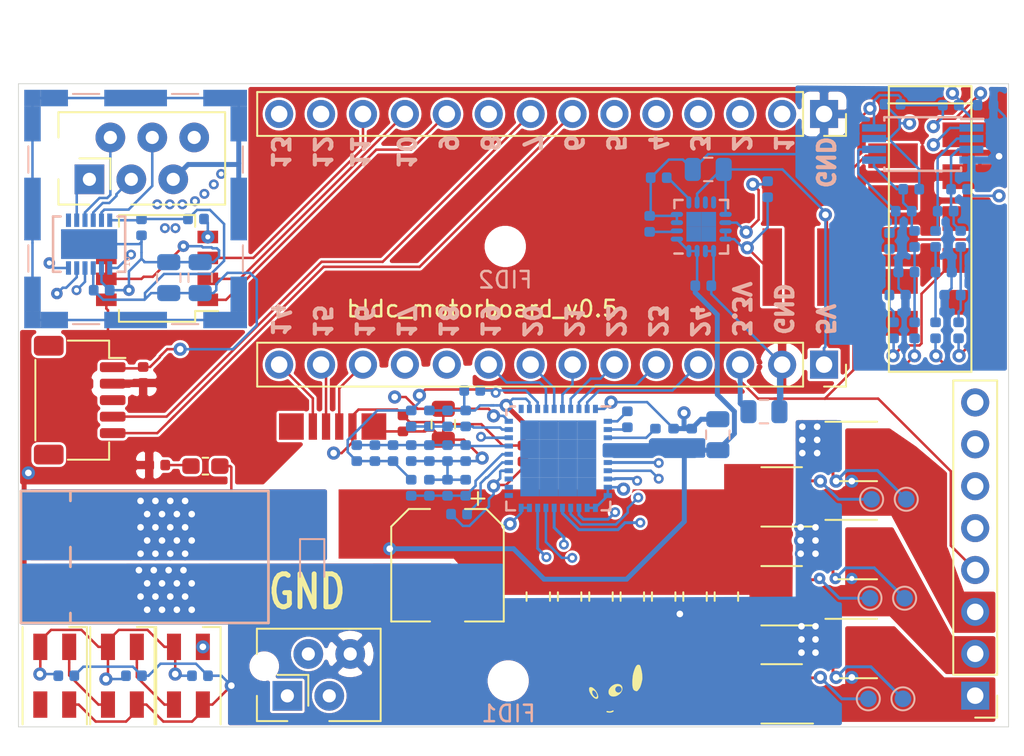
<source format=kicad_pcb>
(kicad_pcb (version 20171130) (host pcbnew 5.0.2-bee76a0~70~ubuntu18.04.1)
  (layers (0 F.Cu signal) (1 In1.Cu signal) (2 In2.Cu signal) (31 B.Cu signal) (34 B.Paste user) (35 F.Paste user) (36 B.SilkS user) (37 F.SilkS user) (38 B.Mask user) (39 F.Mask user) (44 Edge.Cuts user))
  (net 0 "")
  (net 1 +36V)
  (net 2 "Net-(C3-Pad1)")
  (net 3 "Net-(C4-Pad1)")
  (net 4 "Net-(C4-Pad2)")
  (net 5 "Net-(C5-Pad2)")
  (net 6 +3V3)
  (net 7 "Net-(DRV8323H1-Pad25)")
  (net 8 "Net-(DRV8323H1-Pad27)")
  (net 9 "Net-(DRV8323H1-Pad29)")
  (net 10 INHA)
  (net 11 INLA)
  (net 12 INHB)
  (net 13 INLB)
  (net 14 INHC)
  (net 15 INLC)
  (net 16 /mosfet_bridges/GHA)
  (net 17 /mosfet_bridges/GLA)
  (net 18 /mosfet_bridges/GLB)
  (net 19 /mosfet_bridges/GHB)
  (net 20 /mosfet_bridges/GHC)
  (net 21 /mosfet_bridges/GLC)
  (net 22 GND)
  (net 23 CS_MISO)
  (net 24 CS_CLK)
  (net 25 /HALL2)
  (net 26 /HALL1)
  (net 27 /HALL3)
  (net 28 RX)
  (net 29 TX)
  (net 30 /Encoder0_B)
  (net 31 /Encoder0_A)
  (net 32 +5V)
  (net 33 "Net-(D1-Pad1)")
  (net 34 /PH1)
  (net 35 /PH2)
  (net 36 /PH3)
  (net 37 "Net-(C13-Pad2)")
  (net 38 "Net-(C14-Pad1)")
  (net 39 "Net-(C15-Pad2)")
  (net 40 "Net-(C16-Pad1)")
  (net 41 /+A)
  (net 42 /-A)
  (net 43 /+B)
  (net 44 /-B)
  (net 45 SHIELD)
  (net 46 /l_TX)
  (net 47 /h_TX)
  (net 48 /l_RX)
  (net 49 /h_RX)
  (net 50 "Net-(R13-Pad1)")
  (net 51 "Net-(R13-Pad2)")
  (net 52 "Net-(R10-Pad2)")
  (net 53 "Net-(R11-Pad2)")
  (net 54 "Net-(D3-Pad1)")
  (net 55 /NEOPXL)
  (net 56 /ID_2)
  (net 57 /ID_1)
  (net 58 /ID_0)
  (net 59 /Encoder1_A)
  (net 60 /Encoder1_B)
  (net 61 "Net-(C8-Pad1)")
  (net 62 "Net-(C10-Pad1)")
  (net 63 "Net-(C11-Pad1)")
  (net 64 "Net-(C11-Pad2)")
  (net 65 CS)
  (net 66 "Net-(D4-Pad1)")
  (net 67 "Net-(DRV8323H1-Pad26)")
  (net 68 /term_te)
  (net 69 "Net-(D5-Pad1)")
  (net 70 "Net-(DRV8323H1-Pad31)")
  (net 71 /mosfet_bridges/SOA)
  (net 72 /mosfet_bridges/SOB)
  (net 73 /mosfet_bridges/SOC)
  (net 74 "Net-(J1-Pad10)")
  (net 75 "Net-(J1-Pad4)")
  (net 76 "Net-(J1-Pad9)")
  (net 77 "Net-(J1-Pad1)")
  (net 78 /Encoder1_I)
  (net 79 "Net-(MAX176321-Pad7)")
  (net 80 "Net-(MAX176321-Pad8)")
  (net 81 "Net-(U1-Pad7)")
  (net 82 CS_OCD)
  (net 83 /SDA)
  (net 84 /SCL)
  (net 85 "Net-(D1-Pad2)")
  (module Capacitor_SMD:C_0805_2012Metric (layer B.Cu) (at 104.013 111.76 90)
    (fp_text reference C35 hide)
    (fp_text value 100u/6.3V)
    (pad 2 smd roundrect (at 0.9375 0 90) (size 0.975 1.4) (layers B.Cu B.Paste B.Mask) (net 22 GND))
    (pad 1 smd roundrect (at -0.9375 0 90) (size 0.975 1.4) (layers B.Cu B.Paste B.Mask) (net 6 +3V3))
  )
  (module Capacitor_SMD:C_0805_2012Metric (layer B.Cu) (at 102.108 111.76 90)
    (fp_text reference C34 hide)
    (fp_text value 100u/6.3V)
    (pad 2 smd roundrect (at 0.9375 0 90) (size 0.975 1.4) (layers B.Cu B.Paste B.Mask) (net 22 GND))
    (pad 1 smd roundrect (at -0.9375 0 90) (size 0.975 1.4) (layers B.Cu B.Paste B.Mask) (net 6 +3V3))
  )
  (module Capacitor_SMD:C_0805_2012Metric (layer B.Cu) (at 135.382 121.285 90)
    (fp_text reference C33 hide)
    (fp_text value 22u/50V)
    (pad 2 smd roundrect (at 0.9375 0 90) (size 0.975 1.4) (layers B.Cu B.Paste B.Mask) (net 22 GND))
    (pad 1 smd roundrect (at -0.9375 0 90) (size 0.975 1.4) (layers B.Cu B.Paste B.Mask) (net 1 +36V))
  )
  (module Capacitor_SMD:C_0805_2012Metric (layer F.Cu) (at 118.745 120.65 270)
    (fp_text reference C32 hide)
    (fp_text value 100u/6.3V)
    (pad 2 smd roundrect (at 0.9375 0 270) (size 0.975 1.4) (layers F.Cu F.Paste F.Mask) (net 22 GND))
    (pad 1 smd roundrect (at -0.9375 0 270) (size 0.975 1.4) (layers F.Cu F.Paste F.Mask) (net 6 +3V3))
  )
  (module custom_lib:QFN-40-1EP_6x6mm_Pitch0.5mm (layer B.Cu) (at 125.714 122.721 180)
    (fp_text reference DRV8323H1 hide)
    (fp_text value DRV8323HRTA)
    (pad 41 smd rect (at -1.725 1.725 180) (size 1.15 1.15) (layers B.Cu B.Paste B.Mask))
    (pad 41 smd rect (at -1.725 0.575 180) (size 1.15 1.15) (layers B.Cu B.Paste B.Mask))
    (pad 41 smd rect (at -1.725 -0.575 180) (size 1.15 1.15) (layers B.Cu B.Paste B.Mask))
    (pad 41 smd rect (at -1.725 -1.725 180) (size 1.15 1.15) (layers B.Cu B.Paste B.Mask))
    (pad 41 smd rect (at -0.575 1.725 180) (size 1.15 1.15) (layers B.Cu B.Paste B.Mask))
    (pad 41 smd rect (at -0.575 0.575 180) (size 1.15 1.15) (layers B.Cu B.Paste B.Mask))
    (pad 41 smd rect (at -0.575 -0.575 180) (size 1.15 1.15) (layers B.Cu B.Paste B.Mask))
    (pad 41 smd rect (at -0.575 -1.725 180) (size 1.15 1.15) (layers B.Cu B.Paste B.Mask))
    (pad 41 smd rect (at 0.575 1.725 180) (size 1.15 1.15) (layers B.Cu B.Paste B.Mask))
    (pad 41 smd rect (at 0.575 0.575 180) (size 1.15 1.15) (layers B.Cu B.Paste B.Mask))
    (pad 41 smd rect (at 0.575 -0.575 180) (size 1.15 1.15) (layers B.Cu B.Paste B.Mask))
    (pad 41 smd rect (at 0.575 -1.725 180) (size 1.15 1.15) (layers B.Cu B.Paste B.Mask))
    (pad 41 smd rect (at 1.725 1.725 180) (size 1.15 1.15) (layers B.Cu B.Paste B.Mask))
    (pad 41 smd rect (at 1.725 0.575 180) (size 1.15 1.15) (layers B.Cu B.Paste B.Mask))
    (pad 41 smd rect (at 1.725 -0.575 180) (size 1.15 1.15) (layers B.Cu B.Paste B.Mask))
    (pad 41 smd rect (at 1.725 -1.725 180) (size 1.15 1.15) (layers B.Cu B.Paste B.Mask))
    (pad 40 smd rect (at -2.25 3 90) (size 0.5 0.3) (layers B.Cu B.Paste B.Mask) (net 22 GND))
    (pad 39 smd rect (at -1.75 3 90) (size 0.5 0.3) (layers B.Cu B.Paste B.Mask) (net 15 INLC))
    (pad 38 smd rect (at -1.25 3 90) (size 0.5 0.3) (layers B.Cu B.Paste B.Mask) (net 14 INHC))
    (pad 37 smd rect (at -0.75 3 90) (size 0.5 0.3) (layers B.Cu B.Paste B.Mask) (net 13 INLB))
    (pad 36 smd rect (at -0.25 3 90) (size 0.5 0.3) (layers B.Cu B.Paste B.Mask) (net 12 INHB))
    (pad 35 smd rect (at 0.25 3 90) (size 0.5 0.3) (layers B.Cu B.Paste B.Mask) (net 11 INLA))
    (pad 34 smd rect (at 0.75 3 90) (size 0.5 0.3) (layers B.Cu B.Paste B.Mask) (net 10 INHA))
    (pad 33 smd rect (at 1.25 3 90) (size 0.5 0.3) (layers B.Cu B.Paste B.Mask) (net 5 "Net-(C5-Pad2)"))
    (pad 32 smd rect (at 1.75 3 90) (size 0.5 0.3) (layers B.Cu B.Paste B.Mask) (net 22 GND))
    (pad 31 smd rect (at 2.25 3 90) (size 0.5 0.3) (layers B.Cu B.Paste B.Mask) (net 70 "Net-(DRV8323H1-Pad31)"))
    (pad 30 smd rect (at 3 2.25 180) (size 0.5 0.3) (layers B.Cu B.Paste B.Mask) (net 6 +3V3))
    (pad 29 smd rect (at 3 1.75 180) (size 0.5 0.3) (layers B.Cu B.Paste B.Mask) (net 9 "Net-(DRV8323H1-Pad29)"))
    (pad 28 smd rect (at 3 1.25 180) (size 0.5 0.3) (layers B.Cu B.Paste B.Mask) (net 5 "Net-(C5-Pad2)"))
    (pad 27 smd rect (at 3 0.75 180) (size 0.5 0.3) (layers B.Cu B.Paste B.Mask) (net 8 "Net-(DRV8323H1-Pad27)"))
    (pad 26 smd rect (at 3 0.25 180) (size 0.5 0.3) (layers B.Cu B.Paste B.Mask) (net 67 "Net-(DRV8323H1-Pad26)"))
    (pad 25 smd rect (at 3 -0.25 180) (size 0.5 0.3) (layers B.Cu B.Paste B.Mask) (net 7 "Net-(DRV8323H1-Pad25)"))
    (pad 24 smd rect (at 3 -0.75 180) (size 0.5 0.3) (layers B.Cu B.Paste B.Mask) (net 6 +3V3))
    (pad 23 smd rect (at 3 -1.25 180) (size 0.5 0.3) (layers B.Cu B.Paste B.Mask) (net 71 /mosfet_bridges/SOA))
    (pad 22 smd rect (at 3 -1.75 180) (size 0.5 0.3) (layers B.Cu B.Paste B.Mask) (net 72 /mosfet_bridges/SOB))
    (pad 21 smd rect (at 3 -2.25 180) (size 0.5 0.3) (layers B.Cu B.Paste B.Mask) (net 73 /mosfet_bridges/SOC))
    (pad 20 smd rect (at 2.25 -3 90) (size 0.5 0.3) (layers B.Cu B.Paste B.Mask) (net 22 GND))
    (pad 19 smd rect (at 1.75 -3 90) (size 0.5 0.3) (layers B.Cu B.Paste B.Mask) (net 22 GND))
    (pad 18 smd rect (at 1.25 -3 90) (size 0.5 0.3) (layers B.Cu B.Paste B.Mask) (net 21 /mosfet_bridges/GLC))
    (pad 17 smd rect (at 0.75 -3 90) (size 0.5 0.3) (layers B.Cu B.Paste B.Mask) (net 36 /PH3))
    (pad 16 smd rect (at 0.25 -3 90) (size 0.5 0.3) (layers B.Cu B.Paste B.Mask) (net 20 /mosfet_bridges/GHC))
    (pad 15 smd rect (at -0.25 -3 90) (size 0.5 0.3) (layers B.Cu B.Paste B.Mask) (net 19 /mosfet_bridges/GHB))
    (pad 14 smd rect (at -0.75 -3 90) (size 0.5 0.3) (layers B.Cu B.Paste B.Mask) (net 35 /PH2))
    (pad 13 smd rect (at -1.25 -3 90) (size 0.5 0.3) (layers B.Cu B.Paste B.Mask) (net 18 /mosfet_bridges/GLB))
    (pad 12 smd rect (at -1.75 -3 90) (size 0.5 0.3) (layers B.Cu B.Paste B.Mask) (net 22 GND))
    (pad 11 smd rect (at -2.25 -3 90) (size 0.5 0.3) (layers B.Cu B.Paste B.Mask) (net 22 GND))
    (pad 10 smd rect (at -3 -2.25 180) (size 0.5 0.3) (layers B.Cu B.Paste B.Mask) (net 22 GND))
    (pad 9 smd rect (at -3 -1.75 180) (size 0.5 0.3) (layers B.Cu B.Paste B.Mask) (net 22 GND))
    (pad 8 smd rect (at -3 -1.25 180) (size 0.5 0.3) (layers B.Cu B.Paste B.Mask) (net 17 /mosfet_bridges/GLA))
    (pad 7 smd rect (at -3 -0.75 180) (size 0.5 0.3) (layers B.Cu B.Paste B.Mask) (net 34 /PH1))
    (pad 6 smd rect (at -3 -0.25 180) (size 0.5 0.3) (layers B.Cu B.Paste B.Mask) (net 16 /mosfet_bridges/GHA))
    (pad 5 smd rect (at -3 0.25 180) (size 0.5 0.3) (layers B.Cu B.Paste B.Mask) (net 1 +36V))
    (pad 4 smd rect (at -3 0.75 180) (size 0.5 0.3) (layers B.Cu B.Paste B.Mask) (net 1 +36V))
    (pad 3 smd rect (at -3 1.25 180) (size 0.5 0.3) (layers B.Cu B.Paste B.Mask) (net 2 "Net-(C3-Pad1)"))
    (pad 2 smd rect (at -3 1.75 180) (size 0.5 0.3) (layers B.Cu B.Paste B.Mask) (net 4 "Net-(C4-Pad2)"))
    (pad 1 smd rect (at -3 2.25 180) (size 0.5 0.3) (layers B.Cu B.Paste B.Mask) (net 3 "Net-(C4-Pad1)"))
  )
  (module Capacitor_SMD:C_0805_2012Metric (layer B.Cu) (at 138.176 119.888)
    (fp_text reference C31 hide)
    (fp_text value 100u/6.3V)
    (pad 2 smd roundrect (at 0.9375 0) (size 0.975 1.4) (layers B.Cu B.Paste B.Mask) (net 22 GND))
    (pad 1 smd roundrect (at -0.9375 0) (size 0.975 1.4) (layers B.Cu B.Paste B.Mask) (net 6 +3V3))
  )
  (module Package_SO:TSSOP-8_4.4x3mm_P0.65mm (layer B.Cu) (at 147.7962 103.6588 180)
    (fp_text reference U2 hide)
    (fp_text value LM2903)
    (pad 1 smd rect (at -2.95 0.975 180) (size 1.45 0.45) (layers B.Cu B.Paste B.Mask) (net 31 /Encoder0_A))
    (pad 2 smd rect (at -2.95 0.325 180) (size 1.45 0.45) (layers B.Cu B.Paste B.Mask) (net 53 "Net-(R11-Pad2)"))
    (pad 3 smd rect (at -2.95 -0.325 180) (size 1.45 0.45) (layers B.Cu B.Paste B.Mask) (net 52 "Net-(R10-Pad2)"))
    (pad 4 smd rect (at -2.95 -0.975 180) (size 1.45 0.45) (layers B.Cu B.Paste B.Mask) (net 22 GND))
    (pad 5 smd rect (at 2.95 -0.975 180) (size 1.45 0.45) (layers B.Cu B.Paste B.Mask) (net 50 "Net-(R13-Pad1)"))
    (pad 6 smd rect (at 2.95 -0.325 180) (size 1.45 0.45) (layers B.Cu B.Paste B.Mask) (net 51 "Net-(R13-Pad2)"))
    (pad 7 smd rect (at 2.95 0.325 180) (size 1.45 0.45) (layers B.Cu B.Paste B.Mask) (net 30 /Encoder0_B))
    (pad 8 smd rect (at 2.95 0.975 180) (size 1.45 0.45) (layers B.Cu B.Paste B.Mask) (net 6 +3V3))
  )
  (module Connector_JST:JST_SH_SM05B-SRSS-TB_1x05-1MP_P1.00mm_Horizontal (layer F.Cu) (at 96.7105 119.1895 270)
    (fp_text reference J4 hide)
    (fp_text value ENCODER1)
    (pad 1 smd roundrect (at -2 -2 270) (size 0.6 1.55) (layers F.Cu F.Paste F.Mask) (net 6 +3V3))
    (pad 2 smd roundrect (at -1 -2 270) (size 0.6 1.55) (layers F.Cu F.Paste F.Mask) (net 22 GND))
    (pad 3 smd roundrect (at 0 -2 270) (size 0.6 1.55) (layers F.Cu F.Paste F.Mask) (net 78 /Encoder1_I))
    (pad 4 smd roundrect (at 1 -2 270) (size 0.6 1.55) (layers F.Cu F.Paste F.Mask) (net 59 /Encoder1_A))
    (pad 5 smd roundrect (at 2 -2 270) (size 0.6 1.55) (layers F.Cu F.Paste F.Mask) (net 60 /Encoder1_B))
    (pad MP smd roundrect (at -3.3 1.875 270) (size 1.2 1.8) (layers F.Cu F.Paste F.Mask) (roundrect_rratio 0.208333))
    (pad MP smd roundrect (at 3.3 1.875 270) (size 1.2 1.8) (layers F.Cu F.Paste F.Mask) (roundrect_rratio 0.208333))
  )
  (module Connector_PinSocket_2.54mm:PinSocket_1x14_P2.54mm_Vertical (layer F.Cu) (at 141.818 101.836 270)
    (fp_text reference J6 hide)
    (fp_text value TinyFPGA-BX-left)
    (pad 14 thru_hole oval (at 0 33.02 270) (size 1.7 1.7) (drill 1) (layers *.Cu *.Mask) (net 28 RX))
    (pad 13 thru_hole oval (at 0 30.48 270) (size 1.7 1.7) (drill 1) (layers *.Cu *.Mask) (net 29 TX))
    (pad 12 thru_hole oval (at 0 27.94 270) (size 1.7 1.7) (drill 1) (layers *.Cu *.Mask) (net 56 /ID_2))
    (pad 11 thru_hole oval (at 0 25.4 270) (size 1.7 1.7) (drill 1) (layers *.Cu *.Mask) (net 57 /ID_1))
    (pad 10 thru_hole oval (at 0 22.86 270) (size 1.7 1.7) (drill 1) (layers *.Cu *.Mask) (net 58 /ID_0))
    (pad 9 thru_hole oval (at 0 20.32 270) (size 1.7 1.7) (drill 1) (layers *.Cu *.Mask) (net 55 /NEOPXL))
    (pad 8 thru_hole oval (at 0 17.78 270) (size 1.7 1.7) (drill 1) (layers *.Cu *.Mask) (net 59 /Encoder1_A))
    (pad 7 thru_hole oval (at 0 15.24 270) (size 1.7 1.7) (drill 1) (layers *.Cu *.Mask) (net 60 /Encoder1_B))
    (pad 6 thru_hole oval (at 0 12.7 270) (size 1.7 1.7) (drill 1) (layers *.Cu *.Mask) (net 26 /HALL1))
    (pad 5 thru_hole oval (at 0 10.16 270) (size 1.7 1.7) (drill 1) (layers *.Cu *.Mask) (net 25 /HALL2))
    (pad 4 thru_hole oval (at 0 7.62 270) (size 1.7 1.7) (drill 1) (layers *.Cu *.Mask) (net 27 /HALL3))
    (pad 3 thru_hole oval (at 0 5.08 270) (size 1.7 1.7) (drill 1) (layers *.Cu *.Mask) (net 31 /Encoder0_A))
    (pad 2 thru_hole oval (at 0 2.54 270) (size 1.7 1.7) (drill 1) (layers *.Cu *.Mask) (net 30 /Encoder0_B))
    (pad 1 thru_hole rect (at 0 0 270) (size 1.7 1.7) (drill 1) (layers *.Cu *.Mask) (net 22 GND))
  )
  (module Package_SON:VSON-8_3.3x3.3mm_P0.65mm_NexFET (layer F.Cu) (at 139.25 131.05 180)
    (fp_text reference Q2 hide)
    (fp_text value CSD18534Q5A)
    (pad 5 smd rect (at -0.09 -0.61 180) (size 0.95 1.23) (layers F.Cu F.Paste F.Mask) (net 1 +36V))
    (pad 5 smd rect (at -0.09 0.61 180) (size 0.95 1.23) (layers F.Cu F.Paste F.Mask) (net 1 +36V))
    (pad 5 smd rect (at 0.86 -0.61 180) (size 0.95 1.23) (layers F.Cu F.Paste F.Mask) (net 1 +36V))
    (pad 5 smd rect (at 0.86 0.61 180) (size 0.95 1.23) (layers F.Cu F.Paste F.Mask) (net 1 +36V))
    (pad 5 smd rect (at 1.44 -0.97 180) (size 0.63 0.5) (layers F.Cu F.Paste F.Mask) (net 1 +36V))
    (pad 5 smd rect (at 1.44 -0.33 180) (size 0.63 0.5) (layers F.Cu F.Paste F.Mask) (net 1 +36V))
    (pad 5 smd rect (at 1.44 0.33 180) (size 0.63 0.5) (layers F.Cu F.Paste F.Mask) (net 1 +36V))
    (pad 5 smd rect (at 1.44 0.97 180) (size 0.63 0.5) (layers F.Cu F.Paste F.Mask) (net 1 +36V))
    (pad 4 smd rect (at -1.44 0.97 180) (size 0.63 0.5) (layers F.Cu F.Paste F.Mask) (net 19 /mosfet_bridges/GHB))
    (pad 3 smd rect (at -1.44 0.33 180) (size 0.63 0.5) (layers F.Cu F.Paste F.Mask) (net 35 /PH2))
    (pad 2 smd rect (at -1.44 -0.33 180) (size 0.63 0.5) (layers F.Cu F.Paste F.Mask) (net 35 /PH2))
    (pad 1 smd rect (at -1.44 -0.97 180) (size 0.63 0.5) (layers F.Cu F.Paste F.Mask) (net 35 /PH2))
  )
  (module custom_lib:ltc2855 (layer B.Cu) (at 97.282 109.728 90)
    (fp_text reference U1 (at -1.0542 2.3024 90) (layer B.SilkS) (effects (font (size 0.314961 0.314961) (thickness 0.05)) (justify mirror)))
    (fp_text value LTC2855CDEPBF hide)
    (pad 1 smd rect (at -1.4478 1.25 90) (size 0.8128 0.3048) (layers B.Cu B.Paste B.Mask) (net 28 RX))
    (pad 2 smd rect (at -1.4478 0.75 90) (size 0.8128 0.3048) (layers B.Cu B.Paste B.Mask) (net 22 GND))
    (pad 3 smd rect (at -1.4478 0.25 90) (size 0.8128 0.3048) (layers B.Cu B.Paste B.Mask) (net 6 +3V3))
    (pad 4 smd rect (at -1.4478 -0.25 90) (size 0.8128 0.3048) (layers B.Cu B.Paste B.Mask) (net 29 TX))
    (pad 5 smd rect (at -1.4478 -0.75 90) (size 0.8128 0.3048) (layers B.Cu B.Paste B.Mask) (net 68 /term_te))
    (pad 6 smd rect (at -1.4478 -1.25 90) (size 0.8128 0.3048) (layers B.Cu B.Paste B.Mask) (net 22 GND))
    (pad 7 smd rect (at 1.4478 -1.25 90) (size 0.8128 0.3048) (layers B.Cu B.Paste B.Mask) (net 81 "Net-(U1-Pad7)"))
    (pad 8 smd rect (at 1.4478 -0.75 90) (size 0.8128 0.3048) (layers B.Cu B.Paste B.Mask) (net 46 /l_TX))
    (pad 9 smd rect (at 1.4478 -0.25 90) (size 0.8128 0.3048) (layers B.Cu B.Paste B.Mask) (net 47 /h_TX))
    (pad 10 smd rect (at 1.4478 0.25 90) (size 0.8128 0.3048) (layers B.Cu B.Paste B.Mask) (net 48 /l_RX))
    (pad 11 smd rect (at 1.4478 0.75 90) (size 0.8128 0.3048) (layers B.Cu B.Paste B.Mask) (net 49 /h_RX))
    (pad 12 smd rect (at 1.4478 1.25 90) (size 0.8128 0.3048) (layers B.Cu B.Paste B.Mask) (net 6 +3V3))
    (pad 13 smd rect (at 0 0 90) (size 1.8034 3.4036) (layers B.Cu B.Paste B.Mask) (net 22 GND))
  )
  (module Button_Switch_SMD:SW_DIP_SPSTx04_Slide_Omron_A6H-4101_W6.15mm_P1.27mm (layer F.Cu) (at 101.4 111.2 180)
    (fp_text reference SW1 hide)
    (fp_text value SW_DIP_x04)
    (pad 1 smd rect (at -3.075 -1.905 180) (size 1.25 0.76) (layers F.Cu F.Paste F.Mask) (net 58 /ID_0))
    (pad 5 smd rect (at 3.075 1.905 180) (size 1.25 0.76) (layers F.Cu F.Paste F.Mask) (net 22 GND))
    (pad 2 smd rect (at -3.075 -0.635 180) (size 1.25 0.76) (layers F.Cu F.Paste F.Mask) (net 57 /ID_1))
    (pad 6 smd rect (at 3.075 0.635 180) (size 1.25 0.76) (layers F.Cu F.Paste F.Mask) (net 22 GND))
    (pad 3 smd rect (at -3.075 0.635 180) (size 1.25 0.76) (layers F.Cu F.Paste F.Mask) (net 56 /ID_2))
    (pad 7 smd rect (at 3.075 -0.635 180) (size 1.25 0.76) (layers F.Cu F.Paste F.Mask) (net 22 GND))
    (pad 4 smd rect (at -3.075 1.905 180) (size 1.25 0.76) (layers F.Cu F.Paste F.Mask) (net 68 /term_te))
    (pad 8 smd rect (at 3.075 -1.905 180) (size 1.25 0.76) (layers F.Cu F.Paste F.Mask) (net 22 GND))
  )
  (module Resistor_SMD:R_0402_1005Metric (layer B.Cu) (at 119 120.3 270)
    (fp_text reference R21 hide)
    (fp_text value "47k -> 10V/V")
    (pad 1 smd roundrect (at -0.485 0 270) (size 0.59 0.64) (layers B.Cu B.Paste B.Mask) (net 22 GND))
    (pad 2 smd roundrect (at 0.485 0 270) (size 0.59 0.64) (layers B.Cu B.Paste B.Mask) (net 9 "Net-(DRV8323H1-Pad29)"))
  )
  (module Resistor_SMD:R_0402_1005Metric (layer B.Cu) (at 117.9 120.3 270)
    (fp_text reference R20 hide)
    (fp_text value ">500k -> 20V/V")
    (pad 2 smd roundrect (at 0.485 0 270) (size 0.59 0.64) (layers B.Cu B.Paste B.Mask) (net 9 "Net-(DRV8323H1-Pad29)"))
    (pad 1 smd roundrect (at -0.485 0 270) (size 0.59 0.64) (layers B.Cu B.Paste B.Mask) (net 22 GND))
  )
  (module LED_SMD:LED_SK6812MINI_PLCC4_3.5x3.5mm_P1.75mm (layer F.Cu) (at 99.3 135.9 90)
    (fp_text reference D4 hide)
    (fp_text value SK6812MINI)
    (pad 3 smd rect (at 1.75 0.875 90) (size 1.6 0.85) (layers F.Cu F.Paste F.Mask) (net 54 "Net-(D3-Pad1)"))
    (pad 4 smd rect (at 1.75 -0.875 90) (size 1.6 0.85) (layers F.Cu F.Paste F.Mask) (net 32 +5V))
    (pad 2 smd rect (at -1.75 0.875 90) (size 1.6 0.85) (layers F.Cu F.Paste F.Mask) (net 22 GND))
    (pad 1 smd rect (at -1.75 -0.875 90) (size 1.6 0.85) (layers F.Cu F.Paste F.Mask) (net 66 "Net-(D4-Pad1)"))
  )
  (module Resistor_SMD:R_0402_1005Metric (layer B.Cu) (at 119 124.5 270)
    (fp_text reference R25 hide)
    (fp_text value "47k -> 3xPWM")
    (pad 2 smd roundrect (at 0.485 0 270) (size 0.59 0.64) (layers B.Cu B.Paste B.Mask) (net 67 "Net-(DRV8323H1-Pad26)"))
    (pad 1 smd roundrect (at -0.485 0 270) (size 0.59 0.64) (layers B.Cu B.Paste B.Mask) (net 22 GND))
  )
  (module Resistor_SMD:R_0402_1005Metric (layer B.Cu) (at 103.759 108.204 180)
    (fp_text reference R27 hide)
    (fp_text value 10k)
    (pad 2 smd roundrect (at 0.485 0 180) (size 0.59 0.64) (layers B.Cu B.Paste B.Mask) (net 6 +3V3))
    (pad 1 smd roundrect (at -0.485 0 180) (size 0.59 0.64) (layers B.Cu B.Paste B.Mask) (net 68 /term_te))
  )
  (module Capacitor_SMD:C_0402_1005Metric (layer B.Cu) (at 98.044 112.522)
    (fp_text reference C23 hide)
    (fp_text value C)
    (pad 2 smd roundrect (at 0.485 0) (size 0.59 0.64) (layers B.Cu B.Paste B.Mask) (net 22 GND))
    (pad 1 smd roundrect (at -0.485 0) (size 0.59 0.64) (layers B.Cu B.Paste B.Mask) (net 6 +3V3))
  )
  (module Resistor_SMD:R_0402_1005Metric (layer B.Cu) (at 116.8 124.5 270)
    (fp_text reference R23 hide)
    (fp_text value "0 -> Independent")
    (pad 1 smd roundrect (at -0.485 0 270) (size 0.59 0.64) (layers B.Cu B.Paste B.Mask) (net 5 "Net-(C5-Pad2)"))
    (pad 2 smd roundrect (at 0.485 0 270) (size 0.59 0.64) (layers B.Cu B.Paste B.Mask) (net 67 "Net-(DRV8323H1-Pad26)"))
  )
  (module LED_SMD:LED_SK6812MINI_PLCC4_3.5x3.5mm_P1.75mm (layer F.Cu) (at 95.2 135.9 90)
    (fp_text reference D5 hide)
    (fp_text value SK6812MINI)
    (pad 1 smd rect (at -1.75 -0.875 90) (size 1.6 0.85) (layers F.Cu F.Paste F.Mask) (net 69 "Net-(D5-Pad1)"))
    (pad 2 smd rect (at -1.75 0.875 90) (size 1.6 0.85) (layers F.Cu F.Paste F.Mask) (net 22 GND))
    (pad 4 smd rect (at 1.75 -0.875 90) (size 1.6 0.85) (layers F.Cu F.Paste F.Mask) (net 32 +5V))
    (pad 3 smd rect (at 1.75 0.875 90) (size 1.6 0.85) (layers F.Cu F.Paste F.Mask) (net 66 "Net-(D4-Pad1)"))
  )
  (module Resistor_SMD:R_0402_1005Metric (layer B.Cu) (at 120.1 120.3 270)
    (fp_text reference R22 hide)
    (fp_text value "0 -> 5V/V")
    (pad 2 smd roundrect (at 0.485 0 270) (size 0.59 0.64) (layers B.Cu B.Paste B.Mask) (net 9 "Net-(DRV8323H1-Pad29)"))
    (pad 1 smd roundrect (at -0.485 0 270) (size 0.59 0.64) (layers B.Cu B.Paste B.Mask) (net 22 GND))
  )
  (module Resistor_SMD:R_0402_1005Metric (layer B.Cu) (at 120.1 124.5 270)
    (fp_text reference R26 hide)
    (fp_text value "0 -> 6xPWM")
    (pad 1 smd roundrect (at -0.485 0 270) (size 0.59 0.64) (layers B.Cu B.Paste B.Mask) (net 22 GND))
    (pad 2 smd roundrect (at 0.485 0 270) (size 0.59 0.64) (layers B.Cu B.Paste B.Mask) (net 67 "Net-(DRV8323H1-Pad26)"))
  )
  (module Capacitor_SMD:C_0805_2012Metric (layer F.Cu) (at 128.3 131.1 270)
    (fp_text reference C21 hide)
    (fp_text value 22u/50V)
    (pad 1 smd roundrect (at -0.9375 0 270) (size 0.975 1.4) (layers F.Cu F.Paste F.Mask) (net 1 +36V))
    (pad 2 smd roundrect (at 0.9375 0 270) (size 0.975 1.4) (layers F.Cu F.Paste F.Mask) (net 22 GND))
  )
  (module Capacitor_SMD:C_0402_1005Metric (layer B.Cu) (at 100.457 108.712 270)
    (fp_text reference C22 hide)
    (fp_text value C)
    (pad 2 smd roundrect (at 0.485 0 270) (size 0.59 0.64) (layers B.Cu B.Paste B.Mask) (net 22 GND))
    (pad 1 smd roundrect (at -0.485 0 270) (size 0.59 0.64) (layers B.Cu B.Paste B.Mask) (net 6 +3V3))
  )
  (module Capacitor_SMD:C_0805_2012Metric (layer F.Cu) (at 134 131.1 270)
    (fp_text reference C19 hide)
    (fp_text value 22u/50V)
    (pad 2 smd roundrect (at 0.9375 0 270) (size 0.975 1.4) (layers F.Cu F.Paste F.Mask) (net 22 GND))
    (pad 1 smd roundrect (at -0.9375 0 270) (size 0.975 1.4) (layers F.Cu F.Paste F.Mask) (net 1 +36V))
  )
  (module Capacitor_SMD:C_0805_2012Metric (layer F.Cu) (at 132.1 131.1 270)
    (fp_text reference C18 hide)
    (fp_text value 22u/50V)
    (pad 1 smd roundrect (at -0.9375 0 270) (size 0.975 1.4) (layers F.Cu F.Paste F.Mask) (net 1 +36V))
    (pad 2 smd roundrect (at 0.9375 0 270) (size 0.975 1.4) (layers F.Cu F.Paste F.Mask) (net 22 GND))
  )
  (module Resistor_SMD:R_0402_1005Metric (layer B.Cu) (at 117.9 124.5 270)
    (fp_text reference R24 hide)
    (fp_text value ">500k -> 1xPWM")
    (pad 1 smd roundrect (at -0.485 0 270) (size 0.59 0.64) (layers B.Cu B.Paste B.Mask) (net 22 GND))
    (pad 2 smd roundrect (at 0.485 0 270) (size 0.59 0.64) (layers B.Cu B.Paste B.Mask) (net 67 "Net-(DRV8323H1-Pad26)"))
  )
  (module Capacitor_SMD:CP_Elec_6.3x4.5 (layer F.Cu) (at 119 129.2 270)
    (fp_text reference C25 hide)
    (fp_text value 220u)
    (pad 1 smd roundrect (at -2.7 0 270) (size 3.5 1.6) (layers F.Cu F.Paste F.Mask) (roundrect_rratio 0.15625) (net 1 +36V))
    (pad 2 smd roundrect (at 2.7 0 270) (size 3.5 1.6) (layers F.Cu F.Paste F.Mask) (roundrect_rratio 0.15625) (net 22 GND))
  )
  (module Capacitor_SMD:C_0402_1005Metric (layer B.Cu) (at 131.25 108.5 90)
    (fp_text reference C8 hide)
    (fp_text value 2.2uF)
    (pad 2 smd roundrect (at 0.485 0 90) (size 0.59 0.64) (layers B.Cu B.Paste B.Mask) (net 22 GND))
    (pad 1 smd roundrect (at -0.485 0 90) (size 0.59 0.64) (layers B.Cu B.Paste B.Mask) (net 61 "Net-(C8-Pad1)"))
  )
  (module Capacitor_SMD:C_0402_1005Metric (layer B.Cu) (at 138.4 106.4 90)
    (fp_text reference C11 hide)
    (fp_text value 0.1uF)
    (pad 1 smd roundrect (at -0.485 0 90) (size 0.59 0.64) (layers B.Cu B.Paste B.Mask) (net 63 "Net-(C11-Pad1)"))
    (pad 2 smd roundrect (at 0.485 0 90) (size 0.59 0.64) (layers B.Cu B.Paste B.Mask) (net 64 "Net-(C11-Pad2)"))
  )
  (module Capacitor_SMD:C_0805_2012Metric (layer B.Cu) (at 134.8 105.2)
    (fp_text reference C12 hide)
    (fp_text value 22uF)
    (pad 1 smd roundrect (at -0.9375 0) (size 0.975 1.4) (layers B.Cu B.Paste B.Mask) (net 22 GND))
    (pad 2 smd roundrect (at 0.9375 0) (size 0.975 1.4) (layers B.Cu B.Paste B.Mask) (net 32 +5V))
  )
  (module custom_lib:QFN-16-1EP_3x3mm_Pitch0.5mm (layer B.Cu) (at 134.375001 108.674999)
    (fp_text reference MAX176321 hide)
    (fp_text value MAX17632)
    (pad 1 smd oval (at -1.475 0.75) (size 0.75 0.3) (layers B.Cu B.Paste B.Mask) (net 1 +36V))
    (pad 2 smd oval (at -1.475 0.25) (size 0.75 0.3) (layers B.Cu B.Paste B.Mask) (net 61 "Net-(C8-Pad1)"))
    (pad 3 smd oval (at -1.475 -0.25) (size 0.75 0.3) (layers B.Cu B.Paste B.Mask) (net 22 GND))
    (pad 4 smd oval (at -1.475 -0.75) (size 0.75 0.3) (layers B.Cu B.Paste B.Mask) (net 22 GND))
    (pad 5 smd oval (at -0.75 -1.475 270) (size 0.75 0.3) (layers B.Cu B.Paste B.Mask) (net 62 "Net-(C10-Pad1)"))
    (pad 6 smd oval (at -0.25 -1.475 270) (size 0.75 0.3) (layers B.Cu B.Paste B.Mask) (net 32 +5V))
    (pad 7 smd oval (at 0.25 -1.475 270) (size 0.75 0.3) (layers B.Cu B.Paste B.Mask) (net 79 "Net-(MAX176321-Pad7)"))
    (pad 8 smd oval (at 0.75 -1.475 270) (size 0.75 0.3) (layers B.Cu B.Paste B.Mask) (net 80 "Net-(MAX176321-Pad8)"))
    (pad 9 smd oval (at 1.475 -0.75) (size 0.75 0.3) (layers B.Cu B.Paste B.Mask) (net 32 +5V))
    (pad 10 smd oval (at 1.475 -0.25) (size 0.75 0.3) (layers B.Cu B.Paste B.Mask) (net 64 "Net-(C11-Pad2)"))
    (pad 11 smd oval (at 1.475 0.25) (size 0.75 0.3) (layers B.Cu B.Paste B.Mask) (net 63 "Net-(C11-Pad1)"))
    (pad 12 smd oval (at 1.475 0.75) (size 0.75 0.3) (layers B.Cu B.Paste B.Mask) (net 63 "Net-(C11-Pad1)"))
    (pad 13 smd oval (at 0.75 1.475 270) (size 0.75 0.3) (layers B.Cu B.Paste B.Mask) (net 22 GND))
    (pad 14 smd oval (at 0.25 1.475 270) (size 0.75 0.3) (layers B.Cu B.Paste B.Mask) (net 22 GND))
    (pad 15 smd oval (at -0.25 1.475 270) (size 0.75 0.3) (layers B.Cu B.Paste B.Mask) (net 1 +36V))
    (pad 16 smd oval (at -0.75 1.475 270) (size 0.75 0.3) (layers B.Cu B.Paste B.Mask) (net 1 +36V))
    (pad 17 smd rect (at 0.45 -0.45) (size 0.9 0.9) (layers B.Cu B.Paste B.Mask))
    (pad 17 smd rect (at 0.45 0.45) (size 0.9 0.9) (layers B.Cu B.Paste B.Mask))
    (pad 17 smd rect (at -0.45 -0.45) (size 0.9 0.9) (layers B.Cu B.Paste B.Mask))
    (pad 17 smd rect (at -0.45 0.45) (size 0.9 0.9) (layers B.Cu B.Paste B.Mask))
  )
  (module Capacitor_SMD:C_0402_1005Metric (layer B.Cu) (at 131.8 105.7 180)
    (fp_text reference C10 hide)
    (fp_text value 5600pF)
    (pad 2 smd roundrect (at 0.485 0 180) (size 0.59 0.64) (layers B.Cu B.Paste B.Mask) (net 22 GND))
    (pad 1 smd roundrect (at -0.485 0 180) (size 0.59 0.64) (layers B.Cu B.Paste B.Mask) (net 62 "Net-(C10-Pad1)"))
  )
  (module Capacitor_SMD:C_0402_1005Metric (layer B.Cu) (at 134.5 112.25)
    (fp_text reference C9 hide)
    (fp_text value 2.2uF)
    (pad 1 smd roundrect (at -0.485 0) (size 0.59 0.64) (layers B.Cu B.Paste B.Mask) (net 1 +36V))
    (pad 2 smd roundrect (at 0.485 0) (size 0.59 0.64) (layers B.Cu B.Paste B.Mask) (net 22 GND))
  )
  (module Capacitor_SMD:C_0402_1005Metric (layer B.Cu) (at 146.8192 111.4218)
    (fp_text reference C15 hide)
    (fp_text value 0.1uF)
    (pad 2 smd roundrect (at 0.485 0) (size 0.59 0.64) (layers B.Cu B.Paste B.Mask) (net 39 "Net-(C15-Pad2)"))
    (pad 1 smd roundrect (at -0.485 0) (size 0.59 0.64) (layers B.Cu B.Paste B.Mask) (net 22 GND))
  )
  (module Resistor_SMD:R_0402_1005Metric (layer B.Cu) (at 145.9682 101.2488)
    (fp_text reference R17 hide)
    (fp_text value 10k)
    (pad 2 smd roundrect (at 0.485 0) (size 0.59 0.64) (layers B.Cu B.Paste B.Mask) (net 6 +3V3))
    (pad 1 smd roundrect (at -0.485 0) (size 0.59 0.64) (layers B.Cu B.Paste B.Mask) (net 30 /Encoder0_B))
  )
  (module Resistor_SMD:R_0402_1005Metric (layer B.Cu) (at 149.5 101.3 180)
    (fp_text reference R16 hide)
    (fp_text value 10k)
    (pad 2 smd roundrect (at 0.485 0 180) (size 0.59 0.64) (layers B.Cu B.Paste B.Mask) (net 6 +3V3))
    (pad 1 smd roundrect (at -0.485 0 180) (size 0.59 0.64) (layers B.Cu B.Paste B.Mask) (net 31 /Encoder0_A))
  )
  (module Resistor_SMD:R_0402_1005Metric (layer B.Cu) (at 147.1 106.4)
    (fp_text reference R15 hide)
    (fp_text value 10k)
    (pad 2 smd roundrect (at 0.485 0) (size 0.59 0.64) (layers B.Cu B.Paste B.Mask) (net 30 /Encoder0_B))
    (pad 1 smd roundrect (at -0.485 0) (size 0.59 0.64) (layers B.Cu B.Paste B.Mask) (net 50 "Net-(R13-Pad1)"))
  )
  (module Resistor_SMD:R_0402_1005Metric (layer B.Cu) (at 150 106.4)
    (fp_text reference R14 hide)
    (fp_text value 10k)
    (pad 2 smd roundrect (at 0.485 0) (size 0.59 0.64) (layers B.Cu B.Paste B.Mask) (net 31 /Encoder0_A))
    (pad 1 smd roundrect (at -0.485 0) (size 0.59 0.64) (layers B.Cu B.Paste B.Mask) (net 52 "Net-(R10-Pad2)"))
  )
  (module Resistor_SMD:R_0402_1005Metric (layer B.Cu) (at 146.6462 107.7308 180)
    (fp_text reference R13 hide)
    (fp_text value 10k)
    (pad 2 smd roundrect (at 0.485 0 180) (size 0.59 0.64) (layers B.Cu B.Paste B.Mask) (net 51 "Net-(R13-Pad2)"))
    (pad 1 smd roundrect (at -0.485 0 180) (size 0.59 0.64) (layers B.Cu B.Paste B.Mask) (net 50 "Net-(R13-Pad1)"))
  )
  (module Resistor_SMD:R_0402_1005Metric (layer B.Cu) (at 149.1862 107.7308 180)
    (fp_text reference R12 hide)
    (fp_text value 10k)
    (pad 2 smd roundrect (at 0.485 0 180) (size 0.59 0.64) (layers B.Cu B.Paste B.Mask) (net 53 "Net-(R11-Pad2)"))
    (pad 1 smd roundrect (at -0.485 0 180) (size 0.59 0.64) (layers B.Cu B.Paste B.Mask) (net 52 "Net-(R10-Pad2)"))
  )
  (module Resistor_SMD:R_0402_1005Metric (layer B.Cu) (at 148.5742 109.4128 90)
    (fp_text reference R11 hide)
    (fp_text value 1k)
    (pad 2 smd roundrect (at 0.485 0 90) (size 0.59 0.64) (layers B.Cu B.Paste B.Mask) (net 53 "Net-(R11-Pad2)"))
    (pad 1 smd roundrect (at -0.485 0 90) (size 0.59 0.64) (layers B.Cu B.Paste B.Mask) (net 38 "Net-(C14-Pad1)"))
  )
  (module Resistor_SMD:R_0402_1005Metric (layer B.Cu) (at 150.0982 109.4128 90)
    (fp_text reference R10 hide)
    (fp_text value 1k)
    (pad 2 smd roundrect (at 0.485 0 90) (size 0.59 0.64) (layers B.Cu B.Paste B.Mask) (net 52 "Net-(R10-Pad2)"))
    (pad 1 smd roundrect (at -0.485 0 90) (size 0.59 0.64) (layers B.Cu B.Paste B.Mask) (net 37 "Net-(C13-Pad2)"))
  )
  (module Resistor_SMD:R_0402_1005Metric (layer B.Cu) (at 145.7802 109.5398 90)
    (fp_text reference R9 hide)
    (fp_text value 1k)
    (pad 2 smd roundrect (at 0.485 0 90) (size 0.59 0.64) (layers B.Cu B.Paste B.Mask) (net 51 "Net-(R13-Pad2)"))
    (pad 1 smd roundrect (at -0.485 0 90) (size 0.59 0.64) (layers B.Cu B.Paste B.Mask) (net 40 "Net-(C16-Pad1)"))
  )
  (module Resistor_SMD:R_0402_1005Metric (layer B.Cu) (at 147.3042 109.4128 90)
    (fp_text reference R8 hide)
    (fp_text value 1k)
    (pad 2 smd roundrect (at 0.485 0 90) (size 0.59 0.64) (layers B.Cu B.Paste B.Mask) (net 50 "Net-(R13-Pad1)"))
    (pad 1 smd roundrect (at -0.485 0 90) (size 0.59 0.64) (layers B.Cu B.Paste B.Mask) (net 39 "Net-(C15-Pad2)"))
  )
  (module Resistor_SMD:R_0402_1005Metric (layer B.Cu) (at 146.0342 114.9548 90)
    (fp_text reference R7 hide)
    (fp_text value 1k)
    (pad 2 smd roundrect (at 0.485 0 90) (size 0.59 0.64) (layers B.Cu B.Paste B.Mask) (net 40 "Net-(C16-Pad1)"))
    (pad 1 smd roundrect (at -0.485 0 90) (size 0.59 0.64) (layers B.Cu B.Paste B.Mask) (net 44 /-B))
  )
  (module Resistor_SMD:R_0402_1005Metric (layer B.Cu) (at 147.3042 114.9548 90)
    (fp_text reference R6 hide)
    (fp_text value 1k)
    (pad 2 smd roundrect (at 0.485 0 90) (size 0.59 0.64) (layers B.Cu B.Paste B.Mask) (net 39 "Net-(C15-Pad2)"))
    (pad 1 smd roundrect (at -0.485 0 90) (size 0.59 0.64) (layers B.Cu B.Paste B.Mask) (net 43 /+B))
  )
  (module Resistor_SMD:R_0402_1005Metric (layer B.Cu) (at 148.5742 114.9548 90)
    (fp_text reference R5 hide)
    (fp_text value 1k)
    (pad 2 smd roundrect (at 0.485 0 90) (size 0.59 0.64) (layers B.Cu B.Paste B.Mask) (net 38 "Net-(C14-Pad1)"))
    (pad 1 smd roundrect (at -0.485 0 90) (size 0.59 0.64) (layers B.Cu B.Paste B.Mask) (net 42 /-A))
  )
  (module Resistor_SMD:R_0402_1005Metric (layer B.Cu) (at 149.9712 114.9548 90)
    (fp_text reference R4 hide)
    (fp_text value 1k)
    (pad 2 smd roundrect (at 0.485 0 90) (size 0.59 0.64) (layers B.Cu B.Paste B.Mask) (net 37 "Net-(C13-Pad2)"))
    (pad 1 smd roundrect (at -0.485 0 90) (size 0.59 0.64) (layers B.Cu B.Paste B.Mask) (net 41 /+A))
  )
  (module Capacitor_SMD:C_0402_1005Metric (layer B.Cu) (at 151.6 101.3)
    (fp_text reference Cf1 hide)
    (fp_text value 0.1uF)
    (pad 2 smd roundrect (at 0.485 0) (size 0.59 0.64) (layers B.Cu B.Paste B.Mask) (net 22 GND))
    (pad 1 smd roundrect (at -0.485 0) (size 0.59 0.64) (layers B.Cu B.Paste B.Mask) (net 6 +3V3))
  )
  (module Capacitor_SMD:C_0402_1005Metric (layer B.Cu) (at 146.2652 112.8188)
    (fp_text reference C16 hide)
    (fp_text value 0.1uF)
    (pad 2 smd roundrect (at 0.485 0) (size 0.59 0.64) (layers B.Cu B.Paste B.Mask) (net 22 GND))
    (pad 1 smd roundrect (at -0.485 0) (size 0.59 0.64) (layers B.Cu B.Paste B.Mask) (net 40 "Net-(C16-Pad1)"))
  )
  (module Capacitor_SMD:C_0402_1005Metric (layer B.Cu) (at 149.0592 111.4218)
    (fp_text reference C14 hide)
    (fp_text value 0.1uF)
    (pad 2 smd roundrect (at 0.485 0) (size 0.59 0.64) (layers B.Cu B.Paste B.Mask) (net 22 GND))
    (pad 1 smd roundrect (at -0.485 0) (size 0.59 0.64) (layers B.Cu B.Paste B.Mask) (net 38 "Net-(C14-Pad1)"))
  )
  (module Capacitor_SMD:C_0402_1005Metric (layer B.Cu) (at 149.6132 112.8188)
    (fp_text reference C13 hide)
    (fp_text value 0.1uF)
    (pad 2 smd roundrect (at 0.485 0) (size 0.59 0.64) (layers B.Cu B.Paste B.Mask) (net 37 "Net-(C13-Pad2)"))
    (pad 1 smd roundrect (at -0.485 0) (size 0.59 0.64) (layers B.Cu B.Paste B.Mask) (net 22 GND))
  )
  (module Connector_PinSocket_2.54mm:PinSocket_1x14_P2.54mm_Vertical (layer F.Cu) (at 141.818 117.036 270)
    (fp_text reference J7 hide)
    (fp_text value TinyFPGA-BX-right)
    (pad 1 thru_hole rect (at 0 0 270) (size 1.7 1.7) (drill 1) (layers *.Cu *.Mask) (net 32 +5V))
    (pad 2 thru_hole oval (at 0 2.54 270) (size 1.7 1.7) (drill 1) (layers *.Cu *.Mask) (net 22 GND))
    (pad 3 thru_hole oval (at 0 5.08 270) (size 1.7 1.7) (drill 1) (layers *.Cu *.Mask) (net 6 +3V3))
    (pad 4 thru_hole oval (at 0 7.62 270) (size 1.7 1.7) (drill 1) (layers *.Cu *.Mask) (net 15 INLC))
    (pad 5 thru_hole oval (at 0 10.16 270) (size 1.7 1.7) (drill 1) (layers *.Cu *.Mask) (net 14 INHC))
    (pad 6 thru_hole oval (at 0 12.7 270) (size 1.7 1.7) (drill 1) (layers *.Cu *.Mask) (net 13 INLB))
    (pad 7 thru_hole oval (at 0 15.24 270) (size 1.7 1.7) (drill 1) (layers *.Cu *.Mask) (net 12 INHB))
    (pad 8 thru_hole oval (at 0 17.78 270) (size 1.7 1.7) (drill 1) (layers *.Cu *.Mask) (net 11 INLA))
    (pad 9 thru_hole oval (at 0 20.32 270) (size 1.7 1.7) (drill 1) (layers *.Cu *.Mask) (net 10 INHA))
    (pad 10 thru_hole oval (at 0 22.86 270) (size 1.7 1.7) (drill 1) (layers *.Cu *.Mask) (net 83 /SDA))
    (pad 11 thru_hole oval (at 0 25.4 270) (size 1.7 1.7) (drill 1) (layers *.Cu *.Mask) (net 84 /SCL))
    (pad 12 thru_hole oval (at 0 27.94 270) (size 1.7 1.7) (drill 1) (layers *.Cu *.Mask) (net 23 CS_MISO))
    (pad 13 thru_hole oval (at 0 30.48 270) (size 1.7 1.7) (drill 1) (layers *.Cu *.Mask) (net 24 CS_CLK))
    (pad 14 thru_hole oval (at 0 33.02 270) (size 1.7 1.7) (drill 1) (layers *.Cu *.Mask) (net 65 CS))
  )
  (module Diode_SMD:D_0603_1608Metric (layer B.Cu) (at 110.8 129.1 270)
    (fp_text reference D2 hide)
    (fp_text value D_TVS)
    (pad 2 smd roundrect (at 0.7875 0 270) (size 0.875 0.95) (layers B.Cu B.Paste B.Mask) (net 22 GND))
    (pad 1 smd roundrect (at -0.7875 0 270) (size 0.875 0.95) (layers B.Cu B.Paste B.Mask) (net 85 "Net-(D1-Pad2)"))
  )
  (module "motor drive 9y_protection:MIRCO_MATCH" (layer F.Cu) (at 148.2472 108.8136 270)
    (fp_text reference J1 hide)
    (fp_text value OpticalEncoder)
    (pad 10 smd rect (at 5.715 2.25) (size 3 1.5) (layers F.Cu F.Paste F.Mask) (net 74 "Net-(J1-Pad10)"))
    (pad 8 smd rect (at 3.175 2.25) (size 3 1.5) (layers F.Cu F.Paste F.Mask) (net 43 /+B))
    (pad 6 smd rect (at 0.635 2.25) (size 3 1.5) (layers F.Cu F.Paste F.Mask) (net 41 /+A))
    (pad 4 smd rect (at -1.905 2.25) (size 3 1.5) (layers F.Cu F.Paste F.Mask) (net 75 "Net-(J1-Pad4)"))
    (pad 2 smd rect (at -4.445 2.25) (size 3 1.5) (layers F.Cu F.Paste F.Mask) (net 6 +3V3))
    (pad 9 smd rect (at 4.445 -2.25) (size 3 1.5) (layers F.Cu F.Paste F.Mask) (net 76 "Net-(J1-Pad9)"))
    (pad 7 smd rect (at 1.905 -2.25) (size 3 1.5) (layers F.Cu F.Paste F.Mask) (net 44 /-B))
    (pad 5 smd rect (at -0.635 -2.25) (size 3 1.5) (layers F.Cu F.Paste F.Mask) (net 42 /-A))
    (pad 3 smd rect (at -3.175 -2.25) (size 3 1.5) (layers F.Cu F.Paste F.Mask) (net 22 GND))
    (pad 1 smd rect (at -5.715 -2.25) (size 3 1.5) (layers F.Cu F.Paste F.Mask) (net 77 "Net-(J1-Pad1)"))
  )
  (module Connector_PinHeader_2.54mm:PinHeader_1x08_P2.54mm_Vertical (layer F.Cu) (at 150.9776 137.1092 180)
    (fp_text reference J2 hide)
    (fp_text value PHASES)
    (pad 8 thru_hole oval (at 0 17.78 180) (size 1.7 1.7) (drill 1) (layers *.Cu *.Mask) (net 27 /HALL3))
    (pad 7 thru_hole oval (at 0 15.24 180) (size 1.7 1.7) (drill 1) (layers *.Cu *.Mask) (net 25 /HALL2))
    (pad 6 thru_hole oval (at 0 12.7 180) (size 1.7 1.7) (drill 1) (layers *.Cu *.Mask) (net 26 /HALL1))
    (pad 5 thru_hole oval (at 0 10.16 180) (size 1.7 1.7) (drill 1) (layers *.Cu *.Mask) (net 22 GND))
    (pad 4 thru_hole oval (at 0 7.62 180) (size 1.7 1.7) (drill 1) (layers *.Cu *.Mask) (net 6 +3V3))
    (pad 3 thru_hole oval (at 0 5.08 180) (size 1.7 1.7) (drill 1) (layers *.Cu *.Mask) (net 34 /PH1))
    (pad 2 thru_hole oval (at 0 2.54 180) (size 1.7 1.7) (drill 1) (layers *.Cu *.Mask) (net 35 /PH2))
    (pad 1 thru_hole rect (at 0 0 180) (size 1.7 1.7) (drill 1) (layers *.Cu *.Mask) (net 36 /PH3))
  )
  (module Capacitor_SMD:C_0603_1608Metric_Pad1.05x0.95mm_HandSolder (layer F.Cu) (at 104.3305 123.19)
    (fp_text reference D1 hide)
    (fp_text value LED)
    (pad 2 smd roundrect (at 0.875 0) (size 1.05 0.95) (layers F.Cu F.Paste F.Mask) (net 85 "Net-(D1-Pad2)"))
    (pad 1 smd roundrect (at -0.875 0) (size 1.05 0.95) (layers F.Cu F.Paste F.Mask) (net 33 "Net-(D1-Pad1)"))
  )
  (module Resistor_SMD:R_0402_1005Metric (layer F.Cu) (at 101.4095 123.1265 180)
    (fp_text reference Rled1 hide)
    (fp_text value 10k)
    (pad 2 smd roundrect (at 0.485 0 180) (size 0.59 0.64) (layers F.Cu F.Paste F.Mask) (net 22 GND))
    (pad 1 smd roundrect (at -0.485 0 180) (size 0.59 0.64) (layers F.Cu F.Paste F.Mask) (net 33 "Net-(D1-Pad1)"))
  )
  (module custom_lib:Wago_2060_2_SMD (layer B.Cu) (at 100.65 128.7 270)
    (fp_text reference J8 hide)
    (fp_text value POWER_OUT)
    (pad 1 smd rect (at -2 -5.25 270) (size 2 3.5) (layers B.Cu B.Paste B.Mask) (net 85 "Net-(D1-Pad2)"))
    (pad 1 smd rect (at -2 4 270) (size 2 6) (layers B.Cu B.Paste B.Mask) (net 85 "Net-(D1-Pad2)"))
    (pad 2 smd rect (at 2 4 270) (size 2 6) (layers B.Cu B.Paste B.Mask) (net 22 GND))
    (pad 2 smd rect (at 2 -5.25 270) (size 2 3.5) (layers B.Cu B.Paste B.Mask) (net 22 GND))
  )
  (module custom_lib:Wago_2060_2_SMD (layer F.Cu) (at 100.65 128.7 90)
    (fp_text reference J3 hide)
    (fp_text value POWER_IN)
    (pad 1 smd rect (at -2 5.25 90) (size 2 3.5) (layers F.Cu F.Paste F.Mask) (net 22 GND))
    (pad 1 smd rect (at -2 -4 90) (size 2 6) (layers F.Cu F.Paste F.Mask) (net 22 GND))
    (pad 2 smd rect (at 2 -4 90) (size 2 6) (layers F.Cu F.Paste F.Mask) (net 85 "Net-(D1-Pad2)"))
    (pad 2 smd rect (at 2 5.25 90) (size 2 3.5) (layers F.Cu F.Paste F.Mask) (net 85 "Net-(D1-Pad2)"))
  )
  (module Package_SON:VSON-8_3.3x3.3mm_P0.65mm_NexFET (layer F.Cu) (at 139.25 125.055 180)
    (fp_text reference Q1 hide)
    (fp_text value CSD18534Q5A)
    (pad 5 smd rect (at -0.09 -0.61 180) (size 0.95 1.23) (layers F.Cu F.Paste F.Mask) (net 1 +36V))
    (pad 5 smd rect (at -0.09 0.61 180) (size 0.95 1.23) (layers F.Cu F.Paste F.Mask) (net 1 +36V))
    (pad 5 smd rect (at 0.86 -0.61 180) (size 0.95 1.23) (layers F.Cu F.Paste F.Mask) (net 1 +36V))
    (pad 5 smd rect (at 0.86 0.61 180) (size 0.95 1.23) (layers F.Cu F.Paste F.Mask) (net 1 +36V))
    (pad 5 smd rect (at 1.44 -0.97 180) (size 0.63 0.5) (layers F.Cu F.Paste F.Mask) (net 1 +36V))
    (pad 5 smd rect (at 1.44 -0.33 180) (size 0.63 0.5) (layers F.Cu F.Paste F.Mask) (net 1 +36V))
    (pad 5 smd rect (at 1.44 0.33 180) (size 0.63 0.5) (layers F.Cu F.Paste F.Mask) (net 1 +36V))
    (pad 5 smd rect (at 1.44 0.97 180) (size 0.63 0.5) (layers F.Cu F.Paste F.Mask) (net 1 +36V))
    (pad 4 smd rect (at -1.44 0.97 180) (size 0.63 0.5) (layers F.Cu F.Paste F.Mask) (net 16 /mosfet_bridges/GHA))
    (pad 3 smd rect (at -1.44 0.33 180) (size 0.63 0.5) (layers F.Cu F.Paste F.Mask) (net 34 /PH1))
    (pad 2 smd rect (at -1.44 -0.33 180) (size 0.63 0.5) (layers F.Cu F.Paste F.Mask) (net 34 /PH1))
    (pad 1 smd rect (at -1.44 -0.97 180) (size 0.63 0.5) (layers F.Cu F.Paste F.Mask) (net 34 /PH1))
  )
  (module Package_SON:VSON-8_3.3x3.3mm_P0.65mm_NexFET (layer F.Cu) (at 143.8 122.3)
    (fp_text reference Q4 hide)
    (fp_text value CSD18534Q5A)
    (pad 5 smd rect (at -0.09 -0.61) (size 0.95 1.23) (layers F.Cu F.Paste F.Mask) (net 34 /PH1))
    (pad 5 smd rect (at -0.09 0.61) (size 0.95 1.23) (layers F.Cu F.Paste F.Mask) (net 34 /PH1))
    (pad 5 smd rect (at 0.86 -0.61) (size 0.95 1.23) (layers F.Cu F.Paste F.Mask) (net 34 /PH1))
    (pad 5 smd rect (at 0.86 0.61) (size 0.95 1.23) (layers F.Cu F.Paste F.Mask) (net 34 /PH1))
    (pad 5 smd rect (at 1.44 -0.97) (size 0.63 0.5) (layers F.Cu F.Paste F.Mask) (net 34 /PH1))
    (pad 5 smd rect (at 1.44 -0.33) (size 0.63 0.5) (layers F.Cu F.Paste F.Mask) (net 34 /PH1))
    (pad 5 smd rect (at 1.44 0.33) (size 0.63 0.5) (layers F.Cu F.Paste F.Mask) (net 34 /PH1))
    (pad 5 smd rect (at 1.44 0.97) (size 0.63 0.5) (layers F.Cu F.Paste F.Mask) (net 34 /PH1))
    (pad 4 smd rect (at -1.44 0.97) (size 0.63 0.5) (layers F.Cu F.Paste F.Mask) (net 17 /mosfet_bridges/GLA))
    (pad 3 smd rect (at -1.44 0.33) (size 0.63 0.5) (layers F.Cu F.Paste F.Mask) (net 22 GND))
    (pad 2 smd rect (at -1.44 -0.33) (size 0.63 0.5) (layers F.Cu F.Paste F.Mask) (net 22 GND))
    (pad 1 smd rect (at -1.44 -0.97) (size 0.63 0.5) (layers F.Cu F.Paste F.Mask) (net 22 GND))
  )
  (module Package_SON:VSON-8_3.3x3.3mm_P0.65mm_NexFET (layer F.Cu) (at 143.8 128.25)
    (fp_text reference Q5 hide)
    (fp_text value CSD18534Q5A)
    (pad 5 smd rect (at -0.09 -0.61) (size 0.95 1.23) (layers F.Cu F.Paste F.Mask) (net 35 /PH2))
    (pad 5 smd rect (at -0.09 0.61) (size 0.95 1.23) (layers F.Cu F.Paste F.Mask) (net 35 /PH2))
    (pad 5 smd rect (at 0.86 -0.61) (size 0.95 1.23) (layers F.Cu F.Paste F.Mask) (net 35 /PH2))
    (pad 5 smd rect (at 0.86 0.61) (size 0.95 1.23) (layers F.Cu F.Paste F.Mask) (net 35 /PH2))
    (pad 5 smd rect (at 1.44 -0.97) (size 0.63 0.5) (layers F.Cu F.Paste F.Mask) (net 35 /PH2))
    (pad 5 smd rect (at 1.44 -0.33) (size 0.63 0.5) (layers F.Cu F.Paste F.Mask) (net 35 /PH2))
    (pad 5 smd rect (at 1.44 0.33) (size 0.63 0.5) (layers F.Cu F.Paste F.Mask) (net 35 /PH2))
    (pad 5 smd rect (at 1.44 0.97) (size 0.63 0.5) (layers F.Cu F.Paste F.Mask) (net 35 /PH2))
    (pad 4 smd rect (at -1.44 0.97) (size 0.63 0.5) (layers F.Cu F.Paste F.Mask) (net 18 /mosfet_bridges/GLB))
    (pad 3 smd rect (at -1.44 0.33) (size 0.63 0.5) (layers F.Cu F.Paste F.Mask) (net 22 GND))
    (pad 2 smd rect (at -1.44 -0.33) (size 0.63 0.5) (layers F.Cu F.Paste F.Mask) (net 22 GND))
    (pad 1 smd rect (at -1.44 -0.97) (size 0.63 0.5) (layers F.Cu F.Paste F.Mask) (net 22 GND))
  )
  (module Package_SON:VSON-8_3.3x3.3mm_P0.65mm_NexFET (layer F.Cu) (at 139.25 137 180)
    (fp_text reference Q3 hide)
    (fp_text value CSD18534Q5A)
    (pad 5 smd rect (at -0.09 -0.61 180) (size 0.95 1.23) (layers F.Cu F.Paste F.Mask) (net 1 +36V))
    (pad 5 smd rect (at -0.09 0.61 180) (size 0.95 1.23) (layers F.Cu F.Paste F.Mask) (net 1 +36V))
    (pad 5 smd rect (at 0.86 -0.61 180) (size 0.95 1.23) (layers F.Cu F.Paste F.Mask) (net 1 +36V))
    (pad 5 smd rect (at 0.86 0.61 180) (size 0.95 1.23) (layers F.Cu F.Paste F.Mask) (net 1 +36V))
    (pad 5 smd rect (at 1.44 -0.97 180) (size 0.63 0.5) (layers F.Cu F.Paste F.Mask) (net 1 +36V))
    (pad 5 smd rect (at 1.44 -0.33 180) (size 0.63 0.5) (layers F.Cu F.Paste F.Mask) (net 1 +36V))
    (pad 5 smd rect (at 1.44 0.33 180) (size 0.63 0.5) (layers F.Cu F.Paste F.Mask) (net 1 +36V))
    (pad 5 smd rect (at 1.44 0.97 180) (size 0.63 0.5) (layers F.Cu F.Paste F.Mask) (net 1 +36V))
    (pad 4 smd rect (at -1.44 0.97 180) (size 0.63 0.5) (layers F.Cu F.Paste F.Mask) (net 20 /mosfet_bridges/GHC))
    (pad 3 smd rect (at -1.44 0.33 180) (size 0.63 0.5) (layers F.Cu F.Paste F.Mask) (net 36 /PH3))
    (pad 2 smd rect (at -1.44 -0.33 180) (size 0.63 0.5) (layers F.Cu F.Paste F.Mask) (net 36 /PH3))
    (pad 1 smd rect (at -1.44 -0.97 180) (size 0.63 0.5) (layers F.Cu F.Paste F.Mask) (net 36 /PH3))
  )
  (module Package_SON:VSON-8_3.3x3.3mm_P0.65mm_NexFET (layer F.Cu) (at 143.8 134.25)
    (fp_text reference Q6 hide)
    (fp_text value CSD18534Q5A)
    (pad 5 smd rect (at -0.09 -0.61) (size 0.95 1.23) (layers F.Cu F.Paste F.Mask) (net 36 /PH3))
    (pad 5 smd rect (at -0.09 0.61) (size 0.95 1.23) (layers F.Cu F.Paste F.Mask) (net 36 /PH3))
    (pad 5 smd rect (at 0.86 -0.61) (size 0.95 1.23) (layers F.Cu F.Paste F.Mask) (net 36 /PH3))
    (pad 5 smd rect (at 0.86 0.61) (size 0.95 1.23) (layers F.Cu F.Paste F.Mask) (net 36 /PH3))
    (pad 5 smd rect (at 1.44 -0.97) (size 0.63 0.5) (layers F.Cu F.Paste F.Mask) (net 36 /PH3))
    (pad 5 smd rect (at 1.44 -0.33) (size 0.63 0.5) (layers F.Cu F.Paste F.Mask) (net 36 /PH3))
    (pad 5 smd rect (at 1.44 0.33) (size 0.63 0.5) (layers F.Cu F.Paste F.Mask) (net 36 /PH3))
    (pad 5 smd rect (at 1.44 0.97) (size 0.63 0.5) (layers F.Cu F.Paste F.Mask) (net 36 /PH3))
    (pad 4 smd rect (at -1.44 0.97) (size 0.63 0.5) (layers F.Cu F.Paste F.Mask) (net 21 /mosfet_bridges/GLC))
    (pad 3 smd rect (at -1.44 0.33) (size 0.63 0.5) (layers F.Cu F.Paste F.Mask) (net 22 GND))
    (pad 2 smd rect (at -1.44 -0.33) (size 0.63 0.5) (layers F.Cu F.Paste F.Mask) (net 22 GND))
    (pad 1 smd rect (at -1.44 -0.97) (size 0.63 0.5) (layers F.Cu F.Paste F.Mask) (net 22 GND))
  )
  (module Resistor_SMD:R_0402_1005Metric (layer B.Cu) (at 119.7 126.1 180)
    (fp_text reference R3 hide)
    (fp_text value 10k)
    (pad 2 smd roundrect (at 0.485 0 180) (size 0.59 0.64) (layers B.Cu B.Paste B.Mask) (net 6 +3V3))
    (pad 1 smd roundrect (at -0.485 0 180) (size 0.59 0.64) (layers B.Cu B.Paste B.Mask) (net 7 "Net-(DRV8323H1-Pad25)"))
  )
  (module Resistor_SMD:R_0402_1005Metric (layer B.Cu) (at 116.8 120.3 270)
    (fp_text reference R2 hide)
    (fp_text value "0 -> 40V/V")
    (pad 2 smd roundrect (at 0.485 0 270) (size 0.59 0.64) (layers B.Cu B.Paste B.Mask) (net 9 "Net-(DRV8323H1-Pad29)"))
    (pad 1 smd roundrect (at -0.485 0 270) (size 0.59 0.64) (layers B.Cu B.Paste B.Mask) (net 5 "Net-(C5-Pad2)"))
  )
  (module Resistor_SMD:R_0402_1005Metric (layer B.Cu) (at 114.6 122.4 270)
    (fp_text reference R1 hide)
    (fp_text value "18k -> 570/1140mA")
    (pad 2 smd roundrect (at 0.485 0 270) (size 0.59 0.64) (layers B.Cu B.Paste B.Mask) (net 5 "Net-(C5-Pad2)"))
    (pad 1 smd roundrect (at -0.485 0 270) (size 0.59 0.64) (layers B.Cu B.Paste B.Mask) (net 8 "Net-(DRV8323H1-Pad27)"))
  )
  (module Capacitor_SMD:C_0805_2012Metric (layer F.Cu) (at 124.5 131.1 270)
    (fp_text reference C27 hide)
    (fp_text value 22u/50V)
    (pad 2 smd roundrect (at 0.9375 0 270) (size 0.975 1.4) (layers F.Cu F.Paste F.Mask) (net 22 GND))
    (pad 1 smd roundrect (at -0.9375 0 270) (size 0.975 1.4) (layers F.Cu F.Paste F.Mask) (net 1 +36V))
  )
  (module Capacitor_SMD:C_0805_2012Metric (layer F.Cu) (at 126.4 131.1 270)
    (fp_text reference C20 hide)
    (fp_text value 22u/50V)
    (pad 2 smd roundrect (at 0.9375 0 270) (size 0.975 1.4) (layers F.Cu F.Paste F.Mask) (net 22 GND))
    (pad 1 smd roundrect (at -0.9375 0 270) (size 0.975 1.4) (layers F.Cu F.Paste F.Mask) (net 1 +36V))
  )
  (module Capacitor_SMD:C_0805_2012Metric (layer F.Cu) (at 130.2 131.1 270)
    (fp_text reference C7 hide)
    (fp_text value 22u/50V)
    (pad 2 smd roundrect (at 0.9375 0 270) (size 0.975 1.4) (layers F.Cu F.Paste F.Mask) (net 22 GND))
    (pad 1 smd roundrect (at -0.9375 0 270) (size 0.975 1.4) (layers F.Cu F.Paste F.Mask) (net 1 +36V))
  )
  (module Capacitor_SMD:C_0402_1005Metric (layer F.Cu) (at 123.571 122.428 270)
    (fp_text reference C6 hide)
    (fp_text value 0.1uF)
    (pad 2 smd roundrect (at 0.485 0 270) (size 0.59 0.64) (layers F.Cu F.Paste F.Mask) (net 6 +3V3))
    (pad 1 smd roundrect (at -0.485 0 270) (size 0.59 0.64) (layers F.Cu F.Paste F.Mask) (net 22 GND))
  )
  (module Capacitor_SMD:C_0402_1005Metric (layer B.Cu) (at 120.5 118.6)
    (fp_text reference C5 hide)
    (fp_text value 1uF)
    (pad 2 smd roundrect (at 0.485 0) (size 0.59 0.64) (layers B.Cu B.Paste B.Mask) (net 5 "Net-(C5-Pad2)"))
    (pad 1 smd roundrect (at -0.485 0) (size 0.59 0.64) (layers B.Cu B.Paste B.Mask) (net 22 GND))
  )
  (module Capacitor_SMD:C_0402_1005Metric (layer B.Cu) (at 129.9 120.35 270)
    (fp_text reference C4 hide)
    (fp_text value 47nF)
    (pad 2 smd roundrect (at 0.485 0 270) (size 0.59 0.64) (layers B.Cu B.Paste B.Mask) (net 4 "Net-(C4-Pad2)"))
    (pad 1 smd roundrect (at -0.485 0 270) (size 0.59 0.64) (layers B.Cu B.Paste B.Mask) (net 3 "Net-(C4-Pad1)"))
  )
  (module Capacitor_SMD:C_0402_1005Metric (layer B.Cu) (at 131.6 121.4 270)
    (fp_text reference C3 hide)
    (fp_text value 1uF)
    (pad 2 smd roundrect (at 0.485 0 270) (size 0.59 0.64) (layers B.Cu B.Paste B.Mask) (net 1 +36V))
    (pad 1 smd roundrect (at -0.485 0 270) (size 0.59 0.64) (layers B.Cu B.Paste B.Mask) (net 2 "Net-(C3-Pad1)"))
  )
  (module Capacitor_SMD:C_0402_1005Metric (layer B.Cu) (at 132.7 121.4 270)
    (fp_text reference C2 hide)
    (fp_text value 0.1uF)
    (pad 2 smd roundrect (at 0.485 0 270) (size 0.59 0.64) (layers B.Cu B.Paste B.Mask) (net 1 +36V))
    (pad 1 smd roundrect (at -0.485 0 270) (size 0.59 0.64) (layers B.Cu B.Paste B.Mask) (net 22 GND))
  )
  (module Capacitor_SMD:C_0402_1005Metric (layer B.Cu) (at 133.8 121.4 270)
    (fp_text reference C1 hide)
    (fp_text value 10uF)
    (pad 2 smd roundrect (at 0.485 0 270) (size 0.59 0.64) (layers B.Cu B.Paste B.Mask) (net 1 +36V))
    (pad 1 smd roundrect (at -0.485 0 270) (size 0.59 0.64) (layers B.Cu B.Paste B.Mask) (net 22 GND))
  )
  (module custom_lib:TE-Connectivity_Micro-Match_connector_02x03_Pitch_1.27mm (layer F.Cu) (at 97.3 105.8 90)
    (fp_text reference J5 hide)
    (fp_text value UART)
    (pad 6 thru_hole circle (at 2.54 6.35 90) (size 1.8 1.8) (drill 0.8001) (layers *.Cu *.Mask))
    (pad 5 thru_hole circle (at 0 5.08 90) (size 1.8 1.8) (drill 0.8001) (layers *.Cu *.Mask) (net 45 SHIELD))
    (pad 1 thru_hole rect (at 0 0 90) (size 1.8 1.8) (drill 0.8001) (layers *.Cu *.Mask) (net 46 /l_TX))
    (pad 2 thru_hole circle (at 2.54 1.27 90) (size 1.8 1.8) (drill 0.8001) (layers *.Cu *.Mask) (net 47 /h_TX))
    (pad 3 thru_hole circle (at 0 2.54 90) (size 1.8 1.8) (drill 0.8001) (layers *.Cu *.Mask) (net 48 /l_RX))
    (pad 4 thru_hole circle (at 2.54 3.81 90) (size 1.8 1.8) (drill 0.8001) (layers *.Cu *.Mask) (net 49 /h_RX))
    (pad "" np_thru_hole circle (at 1.8 -1.4 90) (size 1.5001 1.5001) (drill 1.5001) (layers *.Cu *.Mask))
  )
  (module LED_SMD:LED_SK6812MINI_PLCC4_3.5x3.5mm_P1.75mm (layer F.Cu) (at 103.3 135.9 90)
    (fp_text reference D3 hide)
    (fp_text value SK6812MINI)
    (pad 3 smd rect (at 1.75 0.875 90) (size 1.6 0.85) (layers F.Cu F.Paste F.Mask) (net 55 /NEOPXL))
    (pad 4 smd rect (at 1.75 -0.875 90) (size 1.6 0.85) (layers F.Cu F.Paste F.Mask) (net 32 +5V))
    (pad 2 smd rect (at -1.75 0.875 90) (size 1.6 0.85) (layers F.Cu F.Paste F.Mask) (net 22 GND))
    (pad 1 smd rect (at -1.75 -0.875 90) (size 1.6 0.85) (layers F.Cu F.Paste F.Mask) (net 54 "Net-(D3-Pad1)"))
  )
  (module TestPoint:TestPoint_Pad_D1.0mm (layer B.Cu) (at 144.7 125.2)
    (fp_text reference TP1 hide)
    (fp_text value TestPoint)
    (pad 1 smd circle (at 0 0) (size 1 1) (layers B.Cu B.Mask) (net 16 /mosfet_bridges/GHA))
  )
  (module TestPoint:TestPoint_Pad_D1.0mm (layer B.Cu) (at 146.8 125.2)
    (fp_text reference TP2 hide)
    (fp_text value TestPoint)
    (pad 1 smd circle (at 0 0) (size 1 1) (layers B.Cu B.Mask) (net 17 /mosfet_bridges/GLA))
  )
  (module TestPoint:TestPoint_Pad_D1.0mm (layer B.Cu) (at 144.6 131.2)
    (fp_text reference TP3 hide)
    (fp_text value TestPoint)
    (pad 1 smd circle (at 0 0) (size 1 1) (layers B.Cu B.Mask) (net 19 /mosfet_bridges/GHB))
  )
  (module TestPoint:TestPoint_Pad_D1.0mm (layer B.Cu) (at 146.7 131.2)
    (fp_text reference TP4 hide)
    (fp_text value TestPoint)
    (pad 1 smd circle (at 0 0) (size 1 1) (layers B.Cu B.Mask) (net 18 /mosfet_bridges/GLB))
  )
  (module TestPoint:TestPoint_Pad_D1.0mm (layer B.Cu) (at 144.5 137.3)
    (fp_text reference TP5 hide)
    (fp_text value TestPoint)
    (pad 1 smd circle (at 0 0) (size 1 1) (layers B.Cu B.Mask) (net 20 /mosfet_bridges/GHC))
  )
  (module TestPoint:TestPoint_Pad_D1.0mm (layer B.Cu) (at 146.6 137.3 90)
    (fp_text reference TP6 hide)
    (fp_text value TestPoint)
    (pad 1 smd circle (at 0 0 90) (size 1 1) (layers B.Cu B.Mask) (net 21 /mosfet_bridges/GLC))
  )
  (module Resistor_SMD:R_0402_1005Metric (layer B.Cu) (at 113.5 122.4 270)
    (fp_text reference R18 hide)
    (fp_text value "0 -> 1/2A")
    (pad 1 smd roundrect (at -0.485 0 270) (size 0.59 0.64) (layers B.Cu B.Paste B.Mask) (net 8 "Net-(DRV8323H1-Pad27)"))
    (pad 2 smd roundrect (at 0.485 0 270) (size 0.59 0.64) (layers B.Cu B.Paste B.Mask) (net 5 "Net-(C5-Pad2)"))
  )
  (module Resistor_SMD:R_0402_1005Metric (layer B.Cu) (at 115.7 122.4 270)
    (fp_text reference R19 hide)
    (fp_text value "75k -> 260/520mA")
    (pad 2 smd roundrect (at 0.485 0 270) (size 0.59 0.64) (layers B.Cu B.Paste B.Mask) (net 5 "Net-(C5-Pad2)"))
    (pad 1 smd roundrect (at -0.485 0 270) (size 0.59 0.64) (layers B.Cu B.Paste B.Mask) (net 8 "Net-(DRV8323H1-Pad27)"))
  )
  (module Resistor_SMD:R_0402_1005Metric (layer B.Cu) (at 116.8 122.4 270)
    (fp_text reference R28 hide)
    (fp_text value ">500k -> 120/240mA")
    (pad 1 smd roundrect (at -0.485 0 270) (size 0.59 0.64) (layers B.Cu B.Paste B.Mask) (net 8 "Net-(DRV8323H1-Pad27)"))
    (pad 2 smd roundrect (at 0.485 0 270) (size 0.59 0.64) (layers B.Cu B.Paste B.Mask) (net 22 GND))
  )
  (module Resistor_SMD:R_0402_1005Metric (layer B.Cu) (at 117.9 122.4 270)
    (fp_text reference R29 hide)
    (fp_text value "75k -> 60/120mA")
    (pad 2 smd roundrect (at 0.485 0 270) (size 0.59 0.64) (layers B.Cu B.Paste B.Mask) (net 22 GND))
    (pad 1 smd roundrect (at -0.485 0 270) (size 0.59 0.64) (layers B.Cu B.Paste B.Mask) (net 8 "Net-(DRV8323H1-Pad27)"))
  )
  (module Resistor_SMD:R_0402_1005Metric (layer B.Cu) (at 119 122.4 270)
    (fp_text reference R30 hide)
    (fp_text value "18k -> 30/60mA")
    (pad 1 smd roundrect (at -0.485 0 270) (size 0.59 0.64) (layers B.Cu B.Paste B.Mask) (net 8 "Net-(DRV8323H1-Pad27)"))
    (pad 2 smd roundrect (at 0.485 0 270) (size 0.59 0.64) (layers B.Cu B.Paste B.Mask) (net 22 GND))
  )
  (module Resistor_SMD:R_0402_1005Metric (layer B.Cu) (at 120.1 122.4 270)
    (fp_text reference R31 hide)
    (fp_text value "0 -> 10/20mA")
    (pad 2 smd roundrect (at 0.485 0 270) (size 0.59 0.64) (layers B.Cu B.Paste B.Mask) (net 22 GND))
    (pad 1 smd roundrect (at -0.485 0 270) (size 0.59 0.64) (layers B.Cu B.Paste B.Mask) (net 8 "Net-(DRV8323H1-Pad27)"))
  )
  (module Capacitor_SMD:C_0402_1005Metric (layer F.Cu) (at 116.3 120.6 270)
    (fp_text reference C17 hide)
    (fp_text value 0.1uF)
    (pad 1 smd roundrect (at -0.485 0 270) (size 0.59 0.64) (layers F.Cu F.Paste F.Mask) (net 6 +3V3))
    (pad 2 smd roundrect (at 0.485 0 270) (size 0.59 0.64) (layers F.Cu F.Paste F.Mask) (net 22 GND))
  )
  (module custom_lib:TLI4970 (layer F.Cu) (at 112.039999 124.14 180)
    (fp_text reference U3 hide)
    (fp_text value TLI4970)
    (pad 1 smd rect (at -2.5 3.35) (size 1.5 1.6) (layers F.Cu F.Paste F.Mask) (net 22 GND))
    (pad 2 smd rect (at -1.2 3.35) (size 0.5 1.6) (layers F.Cu F.Paste F.Mask) (net 6 +3V3))
    (pad 3 smd rect (at -0.4 3.35) (size 0.5 1.6) (layers F.Cu F.Paste F.Mask) (net 23 CS_MISO))
    (pad 4 smd rect (at 0.4 3.35) (size 0.5 1.6) (layers F.Cu F.Paste F.Mask) (net 24 CS_CLK))
    (pad 5 smd rect (at 1.2 3.35) (size 0.5 1.6) (layers F.Cu F.Paste F.Mask) (net 65 CS))
    (pad 6 smd rect (at 2.5 3.35) (size 1.5 1.6) (layers F.Cu F.Paste F.Mask) (net 82 CS_OCD))
    (pad 8 smd rect (at -1.775 -2.32) (size 2.4 3.48) (layers F.Cu F.Paste F.Mask) (net 1 +36V))
    (pad 7 smd rect (at 1.775 -2.32) (size 2.4 3.48) (layers F.Cu F.Paste F.Mask) (net 85 "Net-(D1-Pad2)"))
  )
  (module custom_lib:TE-Connectivity_Micro-Match_connector_02x02_Pitch_1.27mm (layer F.Cu) (at 111.2 135.85 90)
    (fp_text reference J9 hide)
    (fp_text value i2c)
    (pad 1 thru_hole rect (at -1.27 -1.905 90) (size 1.8 1.8) (drill 0.8001) (layers *.Cu *.Mask) (net 84 /SCL))
    (pad 2 thru_hole circle (at 1.27 -0.635 90) (size 1.8 1.8) (drill 0.8001) (layers *.Cu *.Mask) (net 83 /SDA))
    (pad 3 thru_hole circle (at -1.27 0.635 90) (size 1.8 1.8) (drill 0.8001) (layers *.Cu *.Mask) (net 6 +3V3))
    (pad 4 thru_hole circle (at 1.27 1.905 90) (size 1.8 1.8) (drill 0.8001) (layers *.Cu *.Mask) (net 22 GND))
    (pad "" np_thru_hole circle (at 0.53 -3.305 90) (size 1.5001 1.5001) (drill 1.5001) (layers *.Cu *.Mask))
  )
  (module Capacitor_SMD:C_0402_1005Metric (layer B.Cu) (at 95.9 135.9)
    (fp_text reference C24 hide)
    (fp_text value 0.1u)
    (pad 1 smd roundrect (at -0.485 0) (size 0.59 0.64) (layers B.Cu B.Paste B.Mask) (net 32 +5V))
    (pad 2 smd roundrect (at 0.485 0) (size 0.59 0.64) (layers B.Cu B.Paste B.Mask) (net 22 GND))
  )
  (module Capacitor_SMD:C_0402_1005Metric (layer B.Cu) (at 100 135.9)
    (fp_text reference C26 hide)
    (fp_text value 0.1u)
    (pad 2 smd roundrect (at 0.485 0) (size 0.59 0.64) (layers B.Cu B.Paste B.Mask) (net 22 GND))
    (pad 1 smd roundrect (at -0.485 0) (size 0.59 0.64) (layers B.Cu B.Paste B.Mask) (net 32 +5V))
  )
  (module Capacitor_SMD:C_0402_1005Metric (layer B.Cu) (at 104 135.9)
    (fp_text reference C28 hide)
    (fp_text value 0.1u)
    (pad 1 smd roundrect (at -0.485 0) (size 0.59 0.64) (layers B.Cu B.Paste B.Mask) (net 32 +5V))
    (pad 2 smd roundrect (at 0.485 0) (size 0.59 0.64) (layers B.Cu B.Paste B.Mask) (net 22 GND))
  )
  (module Capacitor_SMD:C_0402_1005Metric (layer F.Cu) (at 100.557 117.662 90)
    (fp_text reference C29 hide)
    (fp_text value 0.1u)
    (pad 1 smd roundrect (at -0.485 0 90) (size 0.59 0.64) (layers F.Cu F.Paste F.Mask) (net 22 GND))
    (pad 2 smd roundrect (at 0.485 0 90) (size 0.59 0.64) (layers F.Cu F.Paste F.Mask) (net 6 +3V3))
  )
  (module RF_Shielding:Laird_Technologies_BMI-S-201-F_13.66x12.70mm (layer B.Cu) (at 100.1 107.6)
    (fp_text reference J10 hide)
    (fp_text value RF_Shield_Two_Pieces)
    (pad 1 smd rect (at -6.25 6.73) (size 1 1) (layers B.Cu B.Paste B.Mask) (net 45 SHIELD))
    (pad 1 smd rect (at 6.25 6.73) (size 1 1) (layers B.Cu B.Paste B.Mask) (net 45 SHIELD))
    (pad 1 smd rect (at 6.25 -6.73) (size 1 1) (layers B.Cu B.Paste B.Mask) (net 45 SHIELD))
    (pad 1 smd rect (at -6.25 -6.73) (size 1 1) (layers B.Cu B.Paste B.Mask) (net 45 SHIELD))
    (pad 1 smd rect (at -4.925 6.73) (size 1.65 1) (layers B.Cu B.Paste B.Mask) (net 45 SHIELD))
    (pad 1 smd rect (at -4.925 -6.73) (size 1.65 1) (layers B.Cu B.Paste B.Mask) (net 45 SHIELD))
    (pad 1 smd rect (at 0 6.73) (size 3.8 1) (layers B.Cu B.Paste B.Mask) (net 45 SHIELD))
    (pad 1 smd rect (at 0 -6.73) (size 3.8 1) (layers B.Cu B.Paste B.Mask) (net 45 SHIELD))
    (pad 1 smd rect (at 4.925 6.73) (size 1.65 1) (layers B.Cu B.Paste B.Mask) (net 45 SHIELD))
    (pad 1 smd rect (at 4.925 -6.73) (size 1.65 1) (layers B.Cu B.Paste B.Mask) (net 45 SHIELD))
    (pad 1 smd rect (at -6.25 5.165) (size 1 2.13) (layers B.Cu B.Paste B.Mask) (net 45 SHIELD))
    (pad 1 smd rect (at 6.25 5.165) (size 1 2.13) (layers B.Cu B.Paste B.Mask) (net 45 SHIELD))
    (pad 1 smd rect (at -6.25 0) (size 1 3.8) (layers B.Cu B.Paste B.Mask) (net 45 SHIELD))
    (pad 1 smd rect (at 6.25 0) (size 1 3.8) (layers B.Cu B.Paste B.Mask) (net 45 SHIELD))
    (pad 1 smd rect (at -6.25 -5.165) (size 1 2.13) (layers B.Cu B.Paste B.Mask) (net 45 SHIELD))
    (pad 1 smd rect (at 6.25 -5.165) (size 1 2.13) (layers B.Cu B.Paste B.Mask) (net 45 SHIELD))
  )
  (module Capacitor_SMD:C_0805_2012Metric (layer F.Cu) (at 135.9 131.1 270)
    (fp_text reference C30 hide)
    (fp_text value 22u/50V)
    (pad 1 smd roundrect (at -0.9375 0 270) (size 0.975 1.4) (layers F.Cu F.Paste F.Mask) (net 1 +36V))
    (pad 2 smd roundrect (at 0.9375 0 270) (size 0.975 1.4) (layers F.Cu F.Paste F.Mask) (net 22 GND))
  )
  (module MountingHole:MountingHole_2.2mm_M2 (layer F.Cu) (at 122.68 136.21)
    (fp_text reference H1 hide)
    (fp_text value MountingHole)
    (pad 1 np_thru_hole circle (at 0 0) (size 2.2 2.2) (drill 2.2) (layers *.Cu *.Mask))
  )
  (module MountingHole:MountingHole_2.2mm_M2 (layer F.Cu) (at 122.5 109.87)
    (fp_text reference H2 hide)
    (fp_text value MountingHole)
    (pad 1 np_thru_hole circle (at 0 0) (size 2.2 2.2) (drill 2.2) (layers *.Cu *.Mask))
  )
  (module custom_lib:R1_ear_silk_5.5mm (layer F.Cu) (at 128.4 136.01)
    (fp_text reference H3 hide)
    (fp_text value LABEL hide)
  )
  (module custom_lib:R1_eyes_mask_5.5mm (layer F.Cu) (at 128.41 136)
    (fp_text reference H4 hide)
    (fp_text value LABEL hide)
  )
  (module custom_lib:R1_face_mask_5.5mm (layer F.Cu) (at 128.402843 136.007939)
    (fp_text reference H5 hide)
    (fp_text value LABEL hide)
  )
  (module custom_lib:XAL5050-103MEC (layer F.Cu) (at 140.335 111.125 180)
    (fp_text reference L1 hide)
    (fp_text value 10uH)
    (pad 1 smd rect (at -1.655 0 180) (size 1.18 4.7) (layers F.Cu F.Paste F.Mask) (net 32 +5V))
    (pad 2 smd rect (at 1.655 0 180) (size 1.18 4.7) (layers F.Cu F.Paste F.Mask) (net 63 "Net-(C11-Pad1)"))
  )
  (module Fiducial:Fiducial_1mm_Dia_2mm_Outer (layer B.Cu) (at 122.5 109.9)
    (fp_text reference FID2 (at 0 2) (layer B.SilkS) (effects (justify mirror)))
    (fp_text value Fiducial_1mm_Dia_2mm_Outer)
    (pad "" smd circle (at 0 0) (size 1 1) (layers B.Cu B.Mask) (clearance 0.5))
  )
  (module Fiducial:Fiducial_1mm_Dia_2mm_Outer (layer B.Cu) (at 122.7 136.2)
    (fp_text reference FID1 (at 0 2) (layer B.SilkS) (effects (justify mirror)))
    (fp_text value Fiducial_1mm_Dia_2mm_Outer)
    (pad "" smd circle (at 0 0) (size 1 1) (layers B.Cu B.Mask) (clearance 0.5))
  )
  (gr_text GND (at 110.49 130.81) (layer F.SilkS) (effects (font (size 2 1.5) (thickness 0.3))))
  (gr_text GND (at 141.89 104.775 270) (layer B.SilkS) (effects (font (size 1 1) (thickness 0.25)) (justify mirror)))
  (gr_text 5V (at 141.89 114.3 270) (layer B.SilkS) (effects (font (size 1 1) (thickness 0.25)) (justify mirror)))
  (gr_text GND (at 139.35 113.665 270) (layer B.SilkS) (effects (font (size 1 1) (thickness 0.25)) (justify mirror)))
  (gr_text 3.3V (at 136.81 113.665 270) (layer B.SilkS) (effects (font (size 1 1) (thickness 0.25)) (justify mirror)))
  (gr_text 24 (at 134.27 114.395 270) (layer B.SilkS) (effects (font (size 1 1) (thickness 0.25)) (justify mirror)))
  (gr_text 23 (at 131.73 114.395 270) (layer B.SilkS) (effects (font (size 1 1) (thickness 0.25)) (justify mirror)))
  (gr_text 22 (at 129.19 114.395 270) (layer B.SilkS) (effects (font (size 1 1) (thickness 0.25)) (justify mirror)))
  (gr_text 21 (at 126.65 114.395 270) (layer B.SilkS) (effects (font (size 1 1) (thickness 0.25)) (justify mirror)))
  (gr_text 20 (at 124.11 114.395 270) (layer B.SilkS) (effects (font (size 1 1) (thickness 0.25)) (justify mirror)))
  (gr_text 19 (at 121.57 114.395 270) (layer B.SilkS) (effects (font (size 1 1) (thickness 0.25)) (justify mirror)))
  (gr_text 18 (at 119.03 114.395 270) (layer B.SilkS) (effects (font (size 1 1) (thickness 0.25)) (justify mirror)))
  (gr_text 17 (at 116.49 114.395 270) (layer B.SilkS) (effects (font (size 1 1) (thickness 0.25)) (justify mirror)))
  (gr_text 16 (at 113.95 114.395 270) (layer B.SilkS) (effects (font (size 1 1) (thickness 0.25)) (justify mirror)))
  (gr_text 15 (at 111.41 114.395 270) (layer B.SilkS) (effects (font (size 1 1) (thickness 0.25)) (justify mirror)))
  (gr_text 14 (at 108.87 114.3 270) (layer B.SilkS) (effects (font (size 1 1) (thickness 0.25)) (justify mirror)))
  (gr_text 13 (at 108.87 104.14 270) (layer B.SilkS) (effects (font (size 1 1) (thickness 0.25)) (justify mirror)))
  (gr_text 12 (at 111.41 104.14 270) (layer B.SilkS) (effects (font (size 1 1) (thickness 0.25)) (justify mirror)))
  (gr_text 11 (at 113.665 104.14 270) (layer B.SilkS) (effects (font (size 1 1) (thickness 0.25)) (justify mirror)))
  (gr_text 10 (at 116.49 104.14 270) (layer B.SilkS) (effects (font (size 1 1) (thickness 0.25)) (justify mirror)))
  (gr_text 9 (at 119.03 103.6 270) (layer B.SilkS) (effects (font (size 1 1) (thickness 0.25)) (justify mirror)))
  (gr_text 8 (at 121.57 103.6 270) (layer B.SilkS) (effects (font (size 1 1) (thickness 0.25)) (justify mirror)))
  (gr_text 7 (at 124.11 103.6 270) (layer B.SilkS) (effects (font (size 1 1) (thickness 0.25)) (justify mirror)))
  (gr_text 6 (at 126.65 103.6 270) (layer B.SilkS) (effects (font (size 1 1) (thickness 0.25)) (justify mirror)))
  (gr_text 5 (at 129.19 103.6 270) (layer B.SilkS) (effects (font (size 1 1) (thickness 0.25)) (justify mirror)))
  (gr_text 4 (at 131.73 103.6 270) (layer B.SilkS) (effects (font (size 1 1) (thickness 0.25)) (justify mirror)))
  (gr_text 3 (at 134.27 103.6 270) (layer B.SilkS) (effects (font (size 1 1) (thickness 0.25)) (justify mirror)))
  (gr_text 2 (at 136.81 103.6 270) (layer B.SilkS) (effects (font (size 1 1) (thickness 0.25)) (justify mirror)))
  (gr_text 1 (at 139.35 103.6 270) (layer B.SilkS) (effects (font (size 1 1) (thickness 0.25)) (justify mirror)))
  (gr_text bldc_motorboard_v0.5 (at 121.1 113.65) (layer F.SilkS) (effects (font (size 1 1))))
  (gr_line (start 153 100) (end 153 139) (layer Edge.Cuts) (width 0.05))
  (gr_line (start 93 139) (end 153 139) (layer Edge.Cuts) (width 0.05))
  (gr_line (start 93 100) (end 153 100) (layer Edge.Cuts) (width 0.05))
  (gr_line (start 93 100) (end 93 139) (layer Edge.Cuts) (width 0.05))
  (segment (start 134.125001 112.139999) (end 134.015 112.25) (width 0.1524) (layer B.Cu) (net 1))
  (segment (start 134.125001 110.149999) (end 134.125001 112.139999) (width 0.1524) (layer B.Cu) (net 1))
  (segment (start 133.625001 110.149999) (end 134.125001 110.149999) (width 0.1524) (layer B.Cu) (net 1))
  (segment (start 132.900001 109.424999) (end 133.625001 110.149999) (width 0.1524) (layer B.Cu) (net 1))
  (segment (start 132.900001 109.424999) (end 132.675001 109.424999) (width 0.1524) (layer B.Cu) (net 1))
  (segment (start 139.02 136.274) (end 139.38 136.634) (width 1) (layer F.Cu) (net 1))
  (segment (start 137.85 136.274) (end 139.02 136.274) (width 1) (layer F.Cu) (net 1))
  (segment (start 139.38 136.634) (end 139.38 137.854) (width 1) (layer F.Cu) (net 1))
  (segment (start 139.38 137.854) (end 138.43 137.854) (width 1) (layer F.Cu) (net 1))
  (segment (start 139.137 124.445) (end 139.137 125.665) (width 1) (layer F.Cu) (net 1))
  (segment (start 139.137 125.665) (end 138.187 125.665) (width 1) (layer F.Cu) (net 1))
  (segment (start 138.187 125.665) (end 138.187 124.445) (width 1) (layer F.Cu) (net 1))
  (segment (start 138.39 130.39) (end 138.04 130.39) (width 1) (layer F.Cu) (net 1))
  (segment (start 128.714 121.971) (end 128.714 122.471) (width 0.1524) (layer B.Cu) (net 1))
  (via (at 115.5 128.2) (size 0.8) (drill 0.4) (layers F.Cu B.Cu) (net 1))
  (segment (start 115.4875 128.2125) (end 115.5 128.2) (width 0.1778) (layer B.Cu) (net 1))
  (segment (start 113.814999 126.514999) (end 113.814999 126.46) (width 0.1778) (layer F.Cu) (net 1))
  (segment (start 115.5 128.2) (end 113.814999 126.514999) (width 0.1778) (layer F.Cu) (net 1))
  (segment (start 115.5 128.2) (end 123.006 128.2) (width 0.3) (layer B.Cu) (net 1))
  (segment (start 123.006 128.2) (end 124.854 130.048) (width 0.3) (layer B.Cu) (net 1))
  (segment (start 129.852 130.048) (end 133.35 126.55) (width 0.3) (layer B.Cu) (net 1))
  (segment (start 124.854 130.048) (end 129.852 130.048) (width 0.3) (layer B.Cu) (net 1))
  (segment (start 133.35 122.535) (end 133.223 122.408) (width 0.3) (layer B.Cu) (net 1))
  (segment (start 133.35 126.55) (end 133.35 122.535) (width 0.3) (layer B.Cu) (net 1))
  (segment (start 133.223 122.408) (end 133.223 122.174) (width 0.3) (layer B.Cu) (net 1))
  (segment (start 134.1375 122.2225) (end 133.8 121.885) (width 0.3) (layer B.Cu) (net 1))
  (segment (start 135.382 122.2225) (end 134.1375 122.2225) (width 0.3) (layer B.Cu) (net 1))
  (segment (start 134.015 112.67) (end 134.015 112.25) (width 0.3) (layer B.Cu) (net 1))
  (segment (start 135.350401 114.005401) (end 134.015 112.67) (width 0.3) (layer B.Cu) (net 1))
  (segment (start 135.350401 118.843513) (end 135.350401 114.005401) (width 0.3) (layer B.Cu) (net 1))
  (segment (start 136.38441 119.877522) (end 135.350401 118.843513) (width 0.3) (layer B.Cu) (net 1))
  (segment (start 136.38441 121.22009) (end 136.38441 119.877522) (width 0.3) (layer B.Cu) (net 1))
  (segment (start 135.382 122.2225) (end 136.38441 121.22009) (width 0.3) (layer B.Cu) (net 1))
  (segment (start 131.044 121.471) (end 131.6 120.915) (width 0.1524) (layer B.Cu) (net 2))
  (segment (start 128.714 121.471) (end 131.044 121.471) (width 0.1524) (layer B.Cu) (net 2))
  (segment (start 129.294 120.471) (end 129.9 119.865) (width 0.1524) (layer B.Cu) (net 3))
  (segment (start 128.714 120.471) (end 129.294 120.471) (width 0.1524) (layer B.Cu) (net 3))
  (segment (start 129.764 120.971) (end 129.9 120.835) (width 0.1524) (layer B.Cu) (net 4))
  (segment (start 128.714 120.971) (end 129.764 120.971) (width 0.1524) (layer B.Cu) (net 4))
  (segment (start 115.7 122.885) (end 114.6 122.885) (width 0.1524) (layer B.Cu) (net 5))
  (segment (start 114.6 122.885) (end 113.5 122.885) (width 0.1524) (layer B.Cu) (net 5))
  (segment (start 114.7481 119.815) (end 116.38 119.815) (width 0.1524) (layer B.Cu) (net 5))
  (segment (start 116.38 119.815) (end 116.8 119.815) (width 0.1524) (layer B.Cu) (net 5))
  (segment (start 112.95139 121.61171) (end 114.7481 119.815) (width 0.1524) (layer B.Cu) (net 5))
  (segment (start 112.95139 122.33639) (end 112.95139 121.61171) (width 0.1524) (layer B.Cu) (net 5))
  (segment (start 113.5 122.885) (end 112.95139 122.33639) (width 0.1524) (layer B.Cu) (net 5))
  (segment (start 115.7 122.915) (end 115.7 122.885) (width 0.1524) (layer B.Cu) (net 5))
  (segment (start 116.8 124.015) (end 115.7 122.915) (width 0.1524) (layer B.Cu) (net 5))
  (segment (start 121.38 118.6) (end 120.985 118.6) (width 0.1524) (layer B.Cu) (net 5))
  (segment (start 123.7454 118.6) (end 121.38 118.6) (width 0.1524) (layer B.Cu) (net 5))
  (segment (start 124.464 119.3186) (end 123.7454 118.6) (width 0.1524) (layer B.Cu) (net 5))
  (segment (start 124.464 119.721) (end 124.464 119.3186) (width 0.1524) (layer B.Cu) (net 5))
  (via (at 121.031 121.412) (size 0.6) (drill 0.3) (layers F.Cu B.Cu) (net 5))
  (segment (start 122.714 121.471) (end 121.861066 121.471) (width 0.1524) (layer B.Cu) (net 5))
  (via (at 121.92 118.745) (size 0.6) (drill 0.3) (layers F.Cu B.Cu) (net 5))
  (via (at 117.3 118.9) (size 0.8) (drill 0.4) (layers F.Cu B.Cu) (net 5))
  (segment (start 117.657201 118.542799) (end 117.3 118.9) (width 0.1524) (layer F.Cu) (net 5))
  (segment (start 117.3 119.315) (end 116.8 119.815) (width 0.1524) (layer B.Cu) (net 5))
  (segment (start 117.3 118.9) (end 117.3 119.315) (width 0.1524) (layer B.Cu) (net 5))
  (segment (start 121.09 121.471) (end 121.031 121.412) (width 0.1524) (layer B.Cu) (net 5))
  (segment (start 122.714 121.471) (end 121.09 121.471) (width 0.1524) (layer B.Cu) (net 5))
  (segment (start 120.828799 118.542799) (end 119.939799 118.542799) (width 0.1524) (layer F.Cu) (net 5))
  (segment (start 122 118.542799) (end 119.939799 118.542799) (width 0.1524) (layer F.Cu) (net 5))
  (segment (start 119.939799 118.542799) (end 117.657201 118.542799) (width 0.1524) (layer F.Cu) (net 5))
  (segment (start 121.775 118.6) (end 121.92 118.745) (width 0.1524) (layer B.Cu) (net 5))
  (segment (start 120.985 118.6) (end 121.775 118.6) (width 0.1524) (layer B.Cu) (net 5))
  (segment (start 146.5044 101.3) (end 146.4532 101.2488) (width 0.1524) (layer B.Cu) (net 6))
  (segment (start 149.015 101.3) (end 146.5044 101.3) (width 0.1524) (layer B.Cu) (net 6))
  (segment (start 115.965832 119.780832) (end 116.3 120.115) (width 0.1524) (layer F.Cu) (net 6))
  (segment (start 115.946399 119.761399) (end 115.965832 119.780832) (width 0.1524) (layer F.Cu) (net 6))
  (segment (start 113.607118 119.761399) (end 115.946399 119.761399) (width 0.1524) (layer F.Cu) (net 6))
  (segment (start 113.239999 120.128518) (end 113.607118 119.761399) (width 0.1524) (layer F.Cu) (net 6))
  (segment (start 113.239999 120.79) (end 113.239999 120.128518) (width 0.1524) (layer F.Cu) (net 6))
  (via (at 121.793 120.142) (size 0.8) (drill 0.4) (layers F.Cu B.Cu) (net 6))
  (segment (start 119.93 126.815) (end 119.215 126.1) (width 0.1524) (layer B.Cu) (net 6))
  (segment (start 143.6 117.365482) (end 141.865482 119.1) (width 0.1524) (layer F.Cu) (net 6))
  (segment (start 143.6 106.0158) (end 143.6 117.365482) (width 0.1524) (layer F.Cu) (net 6))
  (via (at 115.8 119) (size 0.8) (drill 0.4) (layers F.Cu B.Cu) (net 6))
  (via (at 121.793 124.3965) (size 0.8) (drill 0.4) (layers F.Cu B.Cu) (net 6))
  (segment (start 141.865482 119.1) (end 145.1 119.1) (width 0.1524) (layer F.Cu) (net 6))
  (segment (start 145.1 119.1) (end 149.5 123.5) (width 0.1524) (layer F.Cu) (net 6))
  (segment (start 149.5 128.0116) (end 150.9776 129.4892) (width 0.1524) (layer F.Cu) (net 6))
  (segment (start 149.5 123.5) (end 149.5 128.0116) (width 0.1524) (layer F.Cu) (net 6))
  (segment (start 144.8462 102.3064) (end 144.8462 102.6838) (width 0.1524) (layer B.Cu) (net 6))
  (segment (start 144.8462 101.0339) (end 144.8462 102.3064) (width 0.1524) (layer B.Cu) (net 6))
  (segment (start 145.17991 100.70019) (end 144.8462 101.0339) (width 0.1524) (layer B.Cu) (net 6))
  (segment (start 146.32459 100.70019) (end 145.17991 100.70019) (width 0.1524) (layer B.Cu) (net 6))
  (segment (start 146.4532 100.8288) (end 146.32459 100.70019) (width 0.1524) (layer B.Cu) (net 6))
  (segment (start 146.4532 101.2488) (end 146.4532 100.8288) (width 0.1524) (layer B.Cu) (net 6))
  (via (at 144.6 101.5) (size 0.8) (drill 0.4) (layers F.Cu B.Cu) (net 6))
  (segment (start 143.6 102.5) (end 144.6 101.5) (width 0.1524) (layer F.Cu) (net 6))
  (segment (start 144.8462 101.2538) (end 144.8462 101.0339) (width 0.1524) (layer B.Cu) (net 6))
  (segment (start 144.6 101.5) (end 144.8462 101.2538) (width 0.1524) (layer B.Cu) (net 6))
  (segment (start 143.6134 105.1) (end 143.6 105.1) (width 0.1524) (layer F.Cu) (net 6))
  (segment (start 144.3448 104.3686) (end 143.6134 105.1) (width 0.1524) (layer F.Cu) (net 6))
  (segment (start 145.9972 104.3686) (end 144.3448 104.3686) (width 0.1524) (layer F.Cu) (net 6))
  (segment (start 143.6 106.0158) (end 143.6 105.1) (width 0.1524) (layer F.Cu) (net 6))
  (segment (start 143.6 105.1) (end 143.6 102.5) (width 0.1524) (layer F.Cu) (net 6))
  (via (at 148.444798 102.6) (size 0.8) (drill 0.4) (layers F.Cu B.Cu) (net 6))
  (segment (start 149.015 101.3) (end 149.015 102.029798) (width 0.1524) (layer B.Cu) (net 6))
  (segment (start 149.015 102.029798) (end 148.444798 102.6) (width 0.1524) (layer B.Cu) (net 6))
  (via (at 151.3 100.5774) (size 0.8) (drill 0.4) (layers F.Cu B.Cu) (net 6))
  (segment (start 149.757401 102.119999) (end 151.3 100.5774) (width 0.1524) (layer F.Cu) (net 6))
  (segment (start 148.814319 102.119999) (end 149.757401 102.119999) (width 0.1524) (layer F.Cu) (net 6))
  (segment (start 148.444798 102.6) (end 148.444798 102.48952) (width 0.1524) (layer F.Cu) (net 6))
  (segment (start 148.444798 102.48952) (end 148.814319 102.119999) (width 0.1524) (layer F.Cu) (net 6))
  (segment (start 151.3 101.115) (end 151.115 101.3) (width 0.1524) (layer B.Cu) (net 6))
  (segment (start 151.3 100.5774) (end 151.3 101.115) (width 0.1524) (layer B.Cu) (net 6))
  (segment (start 101.615 116.5) (end 101.7 116.415) (width 0.1524) (layer F.Cu) (net 6))
  (segment (start 98.657 117.262) (end 100.472 117.262) (width 0.1524) (layer F.Cu) (net 6))
  (via (at 112.1 122.4) (size 0.8) (drill 0.4) (layers F.Cu B.Cu) (net 6))
  (segment (start 112.582399 122.4) (end 112.1 122.4) (width 0.1524) (layer F.Cu) (net 6))
  (segment (start 113.239999 120.79) (end 113.239999 121.7424) (width 0.1524) (layer F.Cu) (net 6))
  (segment (start 113.239999 121.7424) (end 112.582399 122.4) (width 0.1524) (layer F.Cu) (net 6))
  (via (at 102.8 116.1) (size 0.8) (drill 0.4) (layers F.Cu B.Cu) (net 6))
  (segment (start 102.015 116.1) (end 101.7 116.415) (width 0.1524) (layer F.Cu) (net 6))
  (segment (start 102.8 116.1) (end 102.015 116.1) (width 0.1524) (layer F.Cu) (net 6))
  (segment (start 136.6035 117.1705) (end 136.738 117.036) (width 0.1524) (layer F.Cu) (net 6))
  (segment (start 136.6035 117.1705) (end 136.738 117.036) (width 0.1524) (layer B.Cu) (net 6))
  (segment (start 138.964 119.1) (end 138.802 119.1) (width 0.1524) (layer F.Cu) (net 6))
  (segment (start 141.865482 119.1) (end 138.964 119.1) (width 0.1524) (layer F.Cu) (net 6))
  (segment (start 122.3116 123.471) (end 122.714 123.471) (width 0.1524) (layer B.Cu) (net 6))
  (segment (start 122.358685 124.333) (end 121.793 124.333) (width 0.1524) (layer F.Cu) (net 6))
  (segment (start 122.546 124.333) (end 122.358685 124.333) (width 0.1524) (layer F.Cu) (net 6))
  (segment (start 123.571 123.308) (end 122.546 124.333) (width 0.1524) (layer F.Cu) (net 6))
  (segment (start 123.571 122.913) (end 123.571 123.308) (width 0.1524) (layer F.Cu) (net 6))
  (segment (start 122.714 123.471) (end 122.242666 123.471) (width 0.1524) (layer B.Cu) (net 6))
  (segment (start 122.192999 123.933001) (end 121.793 124.333) (width 0.1524) (layer B.Cu) (net 6))
  (segment (start 122.192999 123.520667) (end 122.192999 123.933001) (width 0.1524) (layer B.Cu) (net 6))
  (segment (start 122.242666 123.471) (end 122.192999 123.520667) (width 0.1524) (layer B.Cu) (net 6))
  (segment (start 121.50962 125.63238) (end 120.327 126.815) (width 0.1524) (layer B.Cu) (net 6))
  (segment (start 121.50962 125.182065) (end 121.50962 125.63238) (width 0.1524) (layer B.Cu) (net 6))
  (segment (start 121.793 124.898685) (end 121.50962 125.182065) (width 0.1524) (layer B.Cu) (net 6))
  (segment (start 121.793 124.333) (end 121.793 124.898685) (width 0.1524) (layer B.Cu) (net 6))
  (segment (start 120.327 126.815) (end 119.93 126.815) (width 0.1524) (layer B.Cu) (net 6))
  (segment (start 136.745 118.024) (end 137.821 119.1) (width 0.1524) (layer F.Cu) (net 6))
  (segment (start 136.738 118.024) (end 136.745 118.024) (width 0.1524) (layer F.Cu) (net 6))
  (segment (start 138.964 119.1) (end 137.821 119.1) (width 0.1524) (layer F.Cu) (net 6))
  (segment (start 136.738 118.024) (end 136.738 117.036) (width 0.1524) (layer F.Cu) (net 6))
  (segment (start 122.385 120.142) (end 122.714 120.471) (width 0.1524) (layer B.Cu) (net 6))
  (segment (start 121.92 120.142) (end 122.385 120.142) (width 0.1524) (layer B.Cu) (net 6))
  (segment (start 121.4905 119.7125) (end 118.745 119.7125) (width 0.1524) (layer F.Cu) (net 6))
  (segment (start 121.92 120.142) (end 121.4905 119.7125) (width 0.1524) (layer F.Cu) (net 6))
  (segment (start 117.945 119.7125) (end 118.745 119.7125) (width 0.1524) (layer F.Cu) (net 6))
  (segment (start 117.18217 119.7125) (end 117.945 119.7125) (width 0.1524) (layer F.Cu) (net 6))
  (segment (start 116.46967 119) (end 117.18217 119.7125) (width 0.1524) (layer F.Cu) (net 6))
  (segment (start 115.8 119) (end 116.46967 119) (width 0.1524) (layer F.Cu) (net 6))
  (segment (start 116.708 120.523) (end 116.3 120.115) (width 0.1524) (layer F.Cu) (net 6))
  (segment (start 118.745 119.7125) (end 118.745 120.523) (width 0.1524) (layer F.Cu) (net 6))
  (segment (start 118.745 120.523) (end 116.708 120.523) (width 0.1524) (layer F.Cu) (net 6))
  (segment (start 136.738 119.3875) (end 137.2385 119.888) (width 0.3) (layer B.Cu) (net 6))
  (segment (start 136.738 117.036) (end 136.738 119.3875) (width 0.3) (layer B.Cu) (net 6))
  (segment (start 98.57 108.3322) (end 98.55 108.3522) (width 0.1524) (layer B.Cu) (net 6))
  (segment (start 100.4038 108.2802) (end 100.457 108.227) (width 0.1524) (layer B.Cu) (net 6))
  (segment (start 98.532 108.2802) (end 100.4038 108.2802) (width 0.1524) (layer B.Cu) (net 6))
  (segment (start 100.48 108.204) (end 100.457 108.227) (width 0.1524) (layer B.Cu) (net 6))
  (segment (start 103.274 108.204) (end 100.48 108.204) (width 0.1524) (layer B.Cu) (net 6))
  (segment (start 97.532 111.1758) (end 97.532 112.495) (width 0.1524) (layer B.Cu) (net 6))
  (segment (start 101.0435 112.6975) (end 102.108 112.6975) (width 0.1524) (layer B.Cu) (net 6))
  (segment (start 100.67039 113.07061) (end 101.0435 112.6975) (width 0.1524) (layer B.Cu) (net 6))
  (segment (start 104.013 112.6975) (end 102.108 112.6975) (width 0.1524) (layer B.Cu) (net 6))
  (segment (start 104.813 112.6975) (end 104.9885 112.522) (width 0.1524) (layer B.Cu) (net 6))
  (segment (start 104.013 112.6975) (end 104.813 112.6975) (width 0.1524) (layer B.Cu) (net 6))
  (segment (start 105.46081 110.742708) (end 105.46081 108.50881) (width 0.1524) (layer B.Cu) (net 6))
  (segment (start 104.664908 111.53861) (end 105.46081 110.742708) (width 0.1524) (layer B.Cu) (net 6))
  (segment (start 101.82139 111.53861) (end 104.664908 111.53861) (width 0.1524) (layer B.Cu) (net 6))
  (segment (start 100.67039 113.07061) (end 100.67039 112.68961) (width 0.1524) (layer B.Cu) (net 6))
  (segment (start 100.67039 112.68961) (end 101.82139 111.53861) (width 0.1524) (layer B.Cu) (net 6))
  (segment (start 103.608168 107.869832) (end 103.274 108.204) (width 0.1524) (layer B.Cu) (net 6))
  (segment (start 103.82261 107.65539) (end 103.608168 107.869832) (width 0.1524) (layer B.Cu) (net 6))
  (segment (start 104.60739 107.65539) (end 103.82261 107.65539) (width 0.1524) (layer B.Cu) (net 6))
  (segment (start 105.46081 108.50881) (end 104.60739 107.65539) (width 0.1524) (layer B.Cu) (net 6))
  (segment (start 107.032881 111.471399) (end 107.442 111.880518) (width 0.1524) (layer B.Cu) (net 6))
  (segment (start 105.667119 111.471399) (end 107.032881 111.471399) (width 0.1524) (layer B.Cu) (net 6))
  (segment (start 104.9885 112.522) (end 104.9885 112.150018) (width 0.1524) (layer B.Cu) (net 6))
  (segment (start 104.9885 112.150018) (end 105.667119 111.471399) (width 0.1524) (layer B.Cu) (net 6))
  (segment (start 103.365685 116.1) (end 102.8 116.1) (width 0.1524) (layer B.Cu) (net 6))
  (segment (start 105.991482 116.1) (end 103.365685 116.1) (width 0.1524) (layer B.Cu) (net 6))
  (segment (start 107.442 114.649482) (end 105.991482 116.1) (width 0.1524) (layer B.Cu) (net 6))
  (segment (start 107.442 111.880518) (end 107.442 114.649482) (width 0.1524) (layer B.Cu) (net 6))
  (segment (start 100.640399 113.100601) (end 100.67039 113.07061) (width 0.1524) (layer B.Cu) (net 6))
  (segment (start 98.137601 113.100601) (end 100.640399 113.100601) (width 0.1524) (layer B.Cu) (net 6))
  (segment (start 97.559 112.522) (end 98.137601 113.100601) (width 0.1524) (layer B.Cu) (net 6))
  (segment (start 100.977 117.177) (end 101.568 116.586) (width 0.1524) (layer F.Cu) (net 6))
  (segment (start 100.557 117.177) (end 100.977 117.177) (width 0.1524) (layer F.Cu) (net 6))
  (segment (start 101.568 116.547) (end 101.7 116.415) (width 0.1524) (layer F.Cu) (net 6))
  (segment (start 101.568 116.586) (end 101.568 116.547) (width 0.1524) (layer F.Cu) (net 6))
  (segment (start 122.714 122.971) (end 122.3116 122.971) (width 0.1524) (layer B.Cu) (net 7))
  (segment (start 121.00581 125.27919) (end 120.8565 125.4285) (width 0.1524) (layer B.Cu) (net 7))
  (segment (start 121.00581 124.23119) (end 121.00581 125.27919) (width 0.1524) (layer B.Cu) (net 7))
  (segment (start 121.35745 123.87955) (end 121.00581 124.23119) (width 0.1524) (layer B.Cu) (net 7))
  (segment (start 121.40305 123.87955) (end 121.35745 123.87955) (width 0.1524) (layer B.Cu) (net 7))
  (segment (start 120.8565 125.4285) (end 120.185 126.1) (width 0.1524) (layer B.Cu) (net 7))
  (segment (start 122.3116 122.971) (end 121.40305 123.87955) (width 0.1524) (layer B.Cu) (net 7))
  (segment (start 120.1 121.915) (end 119 121.915) (width 0.1524) (layer B.Cu) (net 8))
  (segment (start 119 121.915) (end 117.9 121.915) (width 0.1524) (layer B.Cu) (net 8))
  (segment (start 117.9 121.915) (end 116.8 121.915) (width 0.1524) (layer B.Cu) (net 8))
  (segment (start 116.8 121.915) (end 115.7 121.915) (width 0.1524) (layer B.Cu) (net 8))
  (segment (start 115.7 121.915) (end 114.6 121.915) (width 0.1524) (layer B.Cu) (net 8))
  (segment (start 114.6 121.915) (end 113.5 121.915) (width 0.1524) (layer B.Cu) (net 8))
  (segment (start 120.156 121.971) (end 120.1 121.915) (width 0.1524) (layer B.Cu) (net 8))
  (segment (start 122.714 121.971) (end 120.156 121.971) (width 0.1524) (layer B.Cu) (net 8))
  (segment (start 120.1 120.785) (end 119 120.785) (width 0.1524) (layer B.Cu) (net 9))
  (segment (start 119 120.785) (end 117.9 120.785) (width 0.1524) (layer B.Cu) (net 9))
  (segment (start 117.9 120.785) (end 116.8 120.785) (width 0.1524) (layer B.Cu) (net 9))
  (segment (start 122.3116 120.971) (end 122.714 120.971) (width 0.1524) (layer B.Cu) (net 9))
  (segment (start 122.190201 120.849601) (end 122.3116 120.971) (width 0.1524) (layer B.Cu) (net 9))
  (segment (start 120.584601 120.849601) (end 122.190201 120.849601) (width 0.1524) (layer B.Cu) (net 9))
  (segment (start 120.52 120.785) (end 120.584601 120.849601) (width 0.1524) (layer B.Cu) (net 9))
  (segment (start 120.1 120.785) (end 120.52 120.785) (width 0.1524) (layer B.Cu) (net 9))
  (segment (start 122.576601 118.114601) (end 124.585399 118.114601) (width 0.1524) (layer B.Cu) (net 10))
  (segment (start 121.498 117.036) (end 122.576601 118.114601) (width 0.1524) (layer B.Cu) (net 10))
  (segment (start 124.964 118.493202) (end 124.964 119.721) (width 0.1524) (layer B.Cu) (net 10))
  (segment (start 124.585399 118.114601) (end 124.964 118.493202) (width 0.1524) (layer B.Cu) (net 10))
  (segment (start 125.464 118.462) (end 125.464 119.721) (width 0.1524) (layer B.Cu) (net 11))
  (segment (start 124.038 117.036) (end 125.464 118.462) (width 0.1524) (layer B.Cu) (net 11))
  (segment (start 125.964 119.3186) (end 125.964 119.721) (width 0.1524) (layer B.Cu) (net 12))
  (segment (start 125.964 118.852081) (end 125.964 119.3186) (width 0.1524) (layer B.Cu) (net 12))
  (segment (start 126.578 118.238081) (end 125.964 118.852081) (width 0.1524) (layer B.Cu) (net 12))
  (segment (start 126.578 117.036) (end 126.578 118.238081) (width 0.1524) (layer B.Cu) (net 12))
  (segment (start 126.464 119.107998) (end 126.464 119.721) (width 0.1524) (layer B.Cu) (net 13))
  (segment (start 127.685999 117.885999) (end 126.464 119.107998) (width 0.1524) (layer B.Cu) (net 13))
  (segment (start 129.118 117.036) (end 128.268001 117.885999) (width 0.1524) (layer B.Cu) (net 13))
  (segment (start 128.268001 117.885999) (end 127.685999 117.885999) (width 0.1524) (layer B.Cu) (net 13))
  (segment (start 126.964 119.3186) (end 127.9826 118.3) (width 0.1524) (layer B.Cu) (net 14))
  (segment (start 126.964 119.721) (end 126.964 119.3186) (width 0.1524) (layer B.Cu) (net 14))
  (segment (start 130.394 118.3) (end 131.658 117.036) (width 0.1524) (layer B.Cu) (net 14))
  (segment (start 127.9826 118.3) (end 130.394 118.3) (width 0.1524) (layer B.Cu) (net 14))
  (segment (start 128.17779 118.60481) (end 132.62919 118.60481) (width 0.1524) (layer B.Cu) (net 15))
  (segment (start 133.348001 117.885999) (end 134.198 117.036) (width 0.1524) (layer B.Cu) (net 15))
  (segment (start 127.464 119.3186) (end 128.17779 118.60481) (width 0.1524) (layer B.Cu) (net 15))
  (segment (start 132.62919 118.60481) (end 133.348001 117.885999) (width 0.1524) (layer B.Cu) (net 15))
  (segment (start 127.464 119.721) (end 127.464 119.3186) (width 0.1524) (layer B.Cu) (net 15))
  (via (at 141.595194 124.1) (size 0.8) (drill 0.4) (layers F.Cu B.Cu) (net 16))
  (segment (start 140.69 124.085) (end 141.580194 124.085) (width 0.1778) (layer F.Cu) (net 16))
  (segment (start 141.580194 124.085) (end 141.595194 124.1) (width 0.1778) (layer F.Cu) (net 16))
  (via (at 131.8 123) (size 0.6) (drill 0.3) (layers F.Cu B.Cu) (net 16))
  (segment (start 131.771 122.971) (end 131.8 123) (width 0.1778) (layer B.Cu) (net 16))
  (segment (start 128.714 122.971) (end 131.771 122.971) (width 0.1778) (layer B.Cu) (net 16))
  (segment (start 142.695194 125.2) (end 141.595194 124.1) (width 0.1778) (layer B.Cu) (net 16))
  (segment (start 144.7 125.2) (end 142.695194 125.2) (width 0.1778) (layer B.Cu) (net 16))
  (via (at 142.547597 124.1) (size 0.8) (drill 0.4) (layers F.Cu B.Cu) (net 17))
  (segment (start 142.36 123.27) (end 142.36 123.912403) (width 0.1778) (layer F.Cu) (net 17))
  (segment (start 142.36 123.912403) (end 142.547597 124.1) (width 0.1778) (layer F.Cu) (net 17))
  (via (at 130.4925 124.079) (size 0.6) (drill 0.3) (layers F.Cu B.Cu) (net 17))
  (segment (start 145.058699 123.458699) (end 146.300001 124.700001) (width 0.1778) (layer B.Cu) (net 17))
  (segment (start 143.188898 123.458699) (end 145.058699 123.458699) (width 0.1778) (layer B.Cu) (net 17))
  (segment (start 146.300001 124.700001) (end 146.8 125.2) (width 0.1778) (layer B.Cu) (net 17))
  (segment (start 142.547597 124.1) (end 143.188898 123.458699) (width 0.1778) (layer B.Cu) (net 17))
  (segment (start 130.131736 123.952) (end 130.556 123.952) (width 0.1778) (layer B.Cu) (net 17))
  (segment (start 130.125435 123.945699) (end 130.131736 123.952) (width 0.1778) (layer B.Cu) (net 17))
  (segment (start 129.167101 123.945699) (end 130.125435 123.945699) (width 0.1778) (layer B.Cu) (net 17))
  (segment (start 129.1418 123.971) (end 129.167101 123.945699) (width 0.1778) (layer B.Cu) (net 17))
  (segment (start 128.714 123.971) (end 129.1418 123.971) (width 0.1778) (layer B.Cu) (net 17))
  (via (at 142.5 130) (size 0.7) (drill 0.3) (layers F.Cu B.Cu) (net 18))
  (segment (start 142.36 129.22) (end 142.36 129.86) (width 0.1778) (layer F.Cu) (net 18))
  (segment (start 142.36 129.86) (end 142.5 130) (width 0.1778) (layer F.Cu) (net 18))
  (via (at 129.159 125.984) (size 0.6) (drill 0.3) (layers F.Cu B.Cu) (net 18))
  (segment (start 144.858699 129.358699) (end 146.200001 130.700001) (width 0.1778) (layer B.Cu) (net 18))
  (segment (start 146.200001 130.700001) (end 146.7 131.2) (width 0.1778) (layer B.Cu) (net 18))
  (segment (start 143.141301 129.358699) (end 144.858699 129.358699) (width 0.1778) (layer B.Cu) (net 18))
  (segment (start 142.5 130) (end 143.141301 129.358699) (width 0.1778) (layer B.Cu) (net 18))
  (segment (start 126.964 126.1488) (end 127.226199 126.410999) (width 0.1778) (layer B.Cu) (net 18))
  (segment (start 126.964 125.721) (end 126.964 126.1488) (width 0.1778) (layer B.Cu) (net 18))
  (segment (start 128.732001 126.410999) (end 129.159 125.984) (width 0.1778) (layer B.Cu) (net 18))
  (segment (start 127.226199 126.410999) (end 128.732001 126.410999) (width 0.1778) (layer B.Cu) (net 18))
  (via (at 141.547597 130) (size 0.7) (drill 0.3) (layers F.Cu B.Cu) (net 19))
  (segment (start 140.69 130.08) (end 141.467597 130.08) (width 0.1778) (layer F.Cu) (net 19))
  (segment (start 141.467597 130.08) (end 141.547597 130) (width 0.1778) (layer F.Cu) (net 19))
  (via (at 130.683 126.619) (size 0.6) (drill 0.3) (layers F.Cu B.Cu) (net 19))
  (segment (start 142.747597 131.2) (end 144.6 131.2) (width 0.1778) (layer B.Cu) (net 19))
  (segment (start 141.547597 130) (end 142.747597 131.2) (width 0.1778) (layer B.Cu) (net 19))
  (segment (start 125.964 126.046852) (end 126.963167 127.046019) (width 0.1778) (layer B.Cu) (net 19))
  (segment (start 125.964 125.721) (end 125.964 126.046852) (width 0.1778) (layer B.Cu) (net 19))
  (segment (start 126.963167 127.046019) (end 129.205019 127.046019) (width 0.1778) (layer B.Cu) (net 19))
  (segment (start 128.951019 127.046019) (end 128.824019 127.046019) (width 0.1778) (layer B.Cu) (net 19))
  (segment (start 129.755356 126.619) (end 129.328337 127.046019) (width 0.1778) (layer B.Cu) (net 19))
  (segment (start 130.683 126.619) (end 129.755356 126.619) (width 0.1778) (layer B.Cu) (net 19))
  (segment (start 129.328337 127.046019) (end 129.078019 127.046019) (width 0.1778) (layer B.Cu) (net 19))
  (segment (start 129.205019 127.046019) (end 129.078019 127.046019) (width 0.1778) (layer B.Cu) (net 19))
  (segment (start 129.078019 127.046019) (end 128.951019 127.046019) (width 0.1778) (layer B.Cu) (net 19))
  (via (at 141.595194 136) (size 0.8) (drill 0.4) (layers F.Cu B.Cu) (net 20))
  (segment (start 140.69 136.03) (end 141.565194 136.03) (width 0.1778) (layer F.Cu) (net 20))
  (segment (start 141.565194 136.03) (end 141.595194 136) (width 0.1778) (layer F.Cu) (net 20))
  (via (at 126.052638 127.947362) (size 0.6) (drill 0.3) (layers F.Cu B.Cu) (net 20))
  (segment (start 126.052638 127.507413) (end 126.052638 127.947362) (width 0.1778) (layer B.Cu) (net 20))
  (segment (start 125.464 125.721) (end 125.464 126.918775) (width 0.1778) (layer B.Cu) (net 20))
  (segment (start 125.464 126.918775) (end 126.052638 127.507413) (width 0.1778) (layer B.Cu) (net 20))
  (segment (start 142.895194 137.3) (end 144.5 137.3) (width 0.1778) (layer B.Cu) (net 20))
  (segment (start 141.595194 136) (end 142.895194 137.3) (width 0.1778) (layer B.Cu) (net 20))
  (via (at 142.547597 136) (size 0.8) (drill 0.4) (layers F.Cu B.Cu) (net 21))
  (segment (start 142.36 135.22) (end 142.36 135.812403) (width 0.1778) (layer F.Cu) (net 21))
  (segment (start 142.36 135.812403) (end 142.547597 136) (width 0.1778) (layer F.Cu) (net 21))
  (via (at 124.992985 128.707015) (size 0.6) (drill 0.3) (layers F.Cu B.Cu) (net 21))
  (segment (start 124.464 125.721) (end 124.464 128.17803) (width 0.1778) (layer B.Cu) (net 21))
  (segment (start 124.464 128.17803) (end 124.992985 128.707015) (width 0.1778) (layer B.Cu) (net 21))
  (segment (start 146.100001 136.800001) (end 146.6 137.3) (width 0.1778) (layer B.Cu) (net 21))
  (segment (start 144.658699 135.358699) (end 146.100001 136.800001) (width 0.1778) (layer B.Cu) (net 21))
  (segment (start 143.188898 135.358699) (end 144.658699 135.358699) (width 0.1778) (layer B.Cu) (net 21))
  (segment (start 142.547597 136) (end 143.188898 135.358699) (width 0.1778) (layer B.Cu) (net 21))
  (via (at 94.869 110.871) (size 0.7) (drill 0.3) (layers F.Cu B.Cu) (net 22))
  (via (at 102.997 109.855) (size 0.7) (drill 0.3) (layers F.Cu B.Cu) (net 22))
  (via (at 99.695 112.522) (size 0.7) (drill 0.3) (layers F.Cu B.Cu) (net 22))
  (via (at 133.3335 119.9615) (size 0.8) (drill 0.4) (layers F.Cu B.Cu) (net 22))
  (via (at 133.0795 132.1535) (size 0.8) (drill 0.4) (layers F.Cu B.Cu) (net 22))
  (via (at 128.912 119.311) (size 0.8) (drill 0.4) (layers F.Cu B.Cu) (net 22))
  (via (at 141.4 121.6) (size 0.8) (drill 0.4) (layers F.Cu B.Cu) (net 22))
  (via (at 140.5 121.6) (size 0.8) (drill 0.4) (layers F.Cu B.Cu) (net 22))
  (via (at 140.5 122.4) (size 0.8) (drill 0.4) (layers F.Cu B.Cu) (net 22))
  (via (at 141.4 120.8) (size 0.8) (drill 0.4) (layers F.Cu B.Cu) (net 22))
  (via (at 141.4 122.4) (size 0.8) (drill 0.4) (layers F.Cu B.Cu) (net 22))
  (via (at 141.3 127.7) (size 0.8) (drill 0.4) (layers F.Cu B.Cu) (net 22))
  (via (at 140.4 127.7) (size 0.8) (drill 0.4) (layers F.Cu B.Cu) (net 22))
  (via (at 140.4 128.5) (size 0.7) (drill 0.4) (layers F.Cu B.Cu) (net 22))
  (via (at 140.4 126.9) (size 0.8) (drill 0.4) (layers F.Cu B.Cu) (net 22))
  (via (at 141.3 126.9) (size 0.8) (drill 0.4) (layers F.Cu B.Cu) (net 22))
  (via (at 141.3 128.5) (size 0.7) (drill 0.4) (layers F.Cu B.Cu) (net 22))
  (via (at 141.3 133.7) (size 0.8) (drill 0.4) (layers F.Cu B.Cu) (net 22))
  (via (at 140.45 133.7) (size 0.8) (drill 0.4) (layers F.Cu B.Cu) (net 22))
  (via (at 140.45 134.5) (size 0.8) (drill 0.4) (layers F.Cu B.Cu) (net 22))
  (segment (start 149.5442 112.4028) (end 149.1282 112.8188) (width 0.1524) (layer B.Cu) (net 22))
  (segment (start 149.5442 111.4218) (end 149.5442 112.4028) (width 0.1524) (layer B.Cu) (net 22))
  (segment (start 146.3342 112.4028) (end 146.7502 112.8188) (width 0.1524) (layer B.Cu) (net 22))
  (segment (start 146.3342 111.4218) (end 146.3342 112.4028) (width 0.1524) (layer B.Cu) (net 22))
  (via (at 140.45 132.9) (size 0.8) (drill 0.4) (layers F.Cu B.Cu) (net 22))
  (segment (start 133.625001 105.640001) (end 133.485 105.5) (width 0.1524) (layer B.Cu) (net 22))
  (via (at 100.3 129.5) (size 0.8) (drill 0.4) (layers F.Cu B.Cu) (net 22))
  (via (at 101.2 129.5) (size 0.8) (drill 0.4) (layers F.Cu B.Cu) (net 22))
  (via (at 102.1 129.5) (size 0.8) (drill 0.4) (layers F.Cu B.Cu) (net 22))
  (via (at 103 129.5) (size 0.8) (drill 0.4) (layers F.Cu B.Cu) (net 22))
  (via (at 100.8 130.3) (size 0.8) (drill 0.4) (layers F.Cu B.Cu) (net 22))
  (via (at 101.7 130.3) (size 0.8) (drill 0.4) (layers F.Cu B.Cu) (net 22))
  (via (at 102.6 130.3) (size 0.8) (drill 0.4) (layers F.Cu B.Cu) (net 22))
  (via (at 103.5 130.3) (size 0.8) (drill 0.4) (layers F.Cu B.Cu) (net 22))
  (via (at 100.4 131.1) (size 0.8) (drill 0.4) (layers F.Cu B.Cu) (net 22))
  (via (at 101.3 131.1) (size 0.8) (drill 0.4) (layers F.Cu B.Cu) (net 22))
  (via (at 102.2 131.1) (size 0.8) (drill 0.4) (layers F.Cu B.Cu) (net 22))
  (via (at 103.1 131.1) (size 0.8) (drill 0.4) (layers F.Cu B.Cu) (net 22))
  (via (at 100.8 131.9) (size 0.8) (drill 0.4) (layers F.Cu B.Cu) (net 22))
  (via (at 101.7 131.9) (size 0.8) (drill 0.4) (layers F.Cu B.Cu) (net 22))
  (via (at 102.6 131.9) (size 0.8) (drill 0.4) (layers F.Cu B.Cu) (net 22))
  (via (at 103.5 131.9) (size 0.8) (drill 0.4) (layers F.Cu B.Cu) (net 22))
  (via (at 141.3 132.9) (size 0.8) (drill 0.4) (layers F.Cu B.Cu) (net 22))
  (via (at 141.3 134.5) (size 0.8) (drill 0.4) (layers F.Cu B.Cu) (net 22))
  (segment (start 100.7524 137.65) (end 100.175 137.65) (width 0.1524) (layer F.Cu) (net 22))
  (segment (start 103.521399 138.678601) (end 101.781001 138.678601) (width 0.1524) (layer F.Cu) (net 22))
  (segment (start 104.175 138.025) (end 103.521399 138.678601) (width 0.1524) (layer F.Cu) (net 22))
  (segment (start 101.781001 138.678601) (end 100.7524 137.65) (width 0.1524) (layer F.Cu) (net 22))
  (segment (start 104.175 137.65) (end 104.175 138.025) (width 0.1524) (layer F.Cu) (net 22))
  (segment (start 97.681001 138.678601) (end 96.6524 137.65) (width 0.1524) (layer F.Cu) (net 22))
  (segment (start 96.6524 137.65) (end 96.075 137.65) (width 0.1524) (layer F.Cu) (net 22))
  (segment (start 99.521399 138.678601) (end 97.681001 138.678601) (width 0.1524) (layer F.Cu) (net 22))
  (segment (start 100.175 138.025) (end 99.521399 138.678601) (width 0.1524) (layer F.Cu) (net 22))
  (segment (start 100.175 137.65) (end 100.175 138.025) (width 0.1524) (layer F.Cu) (net 22))
  (segment (start 123.464 126.021) (end 123.464 125.721) (width 0.1524) (layer B.Cu) (net 22))
  (segment (start 123.464 125.721) (end 123.964 125.721) (width 0.1524) (layer B.Cu) (net 22))
  (segment (start 116.8 122.885) (end 117.9 122.885) (width 0.1524) (layer B.Cu) (net 22))
  (segment (start 117.9 122.885) (end 120.1 122.885) (width 0.1524) (layer B.Cu) (net 22))
  (segment (start 119 122.885) (end 119 124.015) (width 0.1524) (layer B.Cu) (net 22))
  (segment (start 119 124.015) (end 120.1 124.015) (width 0.1524) (layer B.Cu) (net 22))
  (segment (start 120.1 119.815) (end 117.9 119.815) (width 0.1524) (layer B.Cu) (net 22))
  (segment (start 119 124.015) (end 117.9 124.015) (width 0.1524) (layer B.Cu) (net 22))
  (segment (start 132.81 108.015) (end 132.900001 107.924999) (width 0.1524) (layer B.Cu) (net 22))
  (segment (start 131.25 108.015) (end 132.81 108.015) (width 0.1524) (layer B.Cu) (net 22))
  (segment (start 132.900001 108.424999) (end 132.900001 107.924999) (width 0.1524) (layer B.Cu) (net 22))
  (segment (start 134.625001 110.149999) (end 135.125001 110.149999) (width 0.1524) (layer B.Cu) (net 22))
  (segment (start 135.125001 112.109999) (end 134.985 112.25) (width 0.1524) (layer B.Cu) (net 22))
  (segment (start 135.125001 110.149999) (end 135.125001 112.109999) (width 0.1524) (layer B.Cu) (net 22))
  (segment (start 94.65 130.7) (end 93.3 129.35) (width 0.1524) (layer B.Cu) (net 22))
  (segment (start 96.65 130.7) (end 94.65 130.7) (width 0.1524) (layer B.Cu) (net 22))
  (via (at 93.6 123.6) (size 0.8) (drill 0.4) (layers F.Cu B.Cu) (net 22))
  (segment (start 114.834999 121.085) (end 114.539999 120.79) (width 0.1524) (layer F.Cu) (net 22))
  (segment (start 116.3 121.085) (end 114.834999 121.085) (width 0.1524) (layer F.Cu) (net 22))
  (segment (start 104.7524 137.65) (end 105.9 136.5024) (width 0.1524) (layer F.Cu) (net 22))
  (segment (start 105.9 131.8524) (end 105.9 130.7) (width 0.1524) (layer F.Cu) (net 22))
  (segment (start 105.9 136.5024) (end 105.9 131.8524) (width 0.1524) (layer F.Cu) (net 22))
  (segment (start 104.175 137.65) (end 104.7524 137.65) (width 0.1524) (layer F.Cu) (net 22))
  (via (at 121.1 122.7) (size 0.8) (drill 0.4) (layers F.Cu B.Cu) (net 22))
  (segment (start 120.1 122.885) (end 120.915 122.885) (width 0.1524) (layer B.Cu) (net 22))
  (segment (start 120.915 122.885) (end 121.1 122.7) (width 0.1524) (layer B.Cu) (net 22))
  (via (at 122.555 119.507) (size 0.8) (drill 0.4) (layers F.Cu B.Cu) (net 22))
  (segment (start 134.985 112.743) (end 139.278 117.036) (width 0.1524) (layer B.Cu) (net 22))
  (segment (start 134.985 112.25) (end 134.985 112.743) (width 0.1524) (layer B.Cu) (net 22))
  (segment (start 131.315 107.95) (end 131.25 108.015) (width 0.1524) (layer B.Cu) (net 22))
  (segment (start 131.315 105.7) (end 131.315 107.95) (width 0.1524) (layer B.Cu) (net 22))
  (segment (start 133.306263 104.643763) (end 133.8625 105.2) (width 0.1524) (layer B.Cu) (net 22))
  (segment (start 133.2625 104.6) (end 133.306263 104.643763) (width 0.1524) (layer B.Cu) (net 22))
  (segment (start 132.415 104.6) (end 133.2625 104.6) (width 0.1524) (layer B.Cu) (net 22))
  (segment (start 131.315 105.7) (end 132.415 104.6) (width 0.1524) (layer B.Cu) (net 22))
  (segment (start 134.418737 104.643763) (end 133.8625 105.2) (width 0.1524) (layer B.Cu) (net 22))
  (segment (start 134.79111 104.27139) (end 134.418737 104.643763) (width 0.1524) (layer B.Cu) (net 22))
  (segment (start 140.38501 104.27139) (end 134.79111 104.27139) (width 0.1524) (layer B.Cu) (net 22))
  (segment (start 141.818 102.8384) (end 140.38501 104.27139) (width 0.1524) (layer B.Cu) (net 22))
  (segment (start 141.818 101.836) (end 141.818 102.8384) (width 0.1524) (layer B.Cu) (net 22))
  (segment (start 93.3 123.9) (end 93.6 123.6) (width 0.1524) (layer F.Cu) (net 22))
  (segment (start 93.345 129.2885) (end 93.345 123.8885) (width 0.3) (layer F.Cu) (net 22))
  (segment (start 93.45 129.45) (end 93.3 129.3) (width 0.1524) (layer F.Cu) (net 22))
  (segment (start 93.45 129.5) (end 93.45 129.45) (width 0.1524) (layer F.Cu) (net 22))
  (segment (start 96.65 130.7) (end 94.65 130.7) (width 0.1524) (layer F.Cu) (net 22))
  (segment (start 94.65 130.7) (end 93.45 129.5) (width 0.1524) (layer F.Cu) (net 22))
  (segment (start 133.8 120.915) (end 133.8 120.9) (width 0.1524) (layer B.Cu) (net 22))
  (segment (start 128.714 124.471) (end 128.714 124.971) (width 0.1524) (layer B.Cu) (net 22))
  (segment (start 127.964 125.721) (end 127.464 125.721) (width 0.1524) (layer B.Cu) (net 22))
  (via (at 122.7925 126.6925) (size 0.8) (drill 0.4) (layers F.Cu B.Cu) (net 22))
  (segment (start 122.7925 126.6925) (end 123.464 126.021) (width 0.1524) (layer B.Cu) (net 22))
  (segment (start 128.714 124.971) (end 128.2925 125.3925) (width 0.1524) (layer B.Cu) (net 22))
  (segment (start 128.2925 125.3925) (end 127.964 125.721) (width 0.1524) (layer B.Cu) (net 22))
  (segment (start 152.085 101.3) (end 152.74639 101.96139) (width 0.1524) (layer B.Cu) (net 22))
  (segment (start 151.6236 104.6338) (end 150.7462 104.6338) (width 0.1524) (layer B.Cu) (net 22))
  (segment (start 152.74639 103.51101) (end 151.6236 104.6338) (width 0.1524) (layer B.Cu) (net 22))
  (segment (start 152.74639 101.96139) (end 152.74639 103.51101) (width 0.1524) (layer B.Cu) (net 22))
  (via (at 152.4226 104.4) (size 0.8) (drill 0.4) (layers F.Cu B.Cu) (net 22))
  (segment (start 152.4226 103.834315) (end 152.745905 103.51101) (width 0.1524) (layer B.Cu) (net 22))
  (segment (start 152.745905 103.51101) (end 152.74639 103.51101) (width 0.1524) (layer B.Cu) (net 22))
  (segment (start 152.4226 104.4) (end 152.4226 103.834315) (width 0.1524) (layer B.Cu) (net 22))
  (segment (start 149.1282 116.1282) (end 149.3 116.3) (width 0.1524) (layer B.Cu) (net 22))
  (segment (start 149.1282 112.8188) (end 149.1282 116.1282) (width 0.1524) (layer B.Cu) (net 22))
  (segment (start 149.3 116.3) (end 149.3 117.2) (width 0.1524) (layer B.Cu) (net 22))
  (segment (start 146.671399 116.198271) (end 146.671399 117.071399) (width 0.1524) (layer B.Cu) (net 22))
  (segment (start 146.7502 112.8188) (end 146.7502 116.11947) (width 0.1524) (layer B.Cu) (net 22))
  (segment (start 146.7502 116.11947) (end 146.671399 116.198271) (width 0.1524) (layer B.Cu) (net 22))
  (segment (start 146.671399 117.071399) (end 146.7 117.1) (width 0.1524) (layer B.Cu) (net 22))
  (segment (start 151.335801 104.799999) (end 150.4972 105.6386) (width 0.1524) (layer F.Cu) (net 22))
  (segment (start 152.022601 104.799999) (end 151.335801 104.799999) (width 0.1524) (layer F.Cu) (net 22))
  (segment (start 152.4226 104.4) (end 152.022601 104.799999) (width 0.1524) (layer F.Cu) (net 22))
  (segment (start 100.150832 135.565832) (end 100.485 135.9) (width 0.1524) (layer B.Cu) (net 22))
  (segment (start 99.93639 135.35139) (end 100.150832 135.565832) (width 0.1524) (layer B.Cu) (net 22))
  (segment (start 96.93361 135.35139) (end 99.93639 135.35139) (width 0.1524) (layer B.Cu) (net 22))
  (segment (start 96.385 135.9) (end 96.93361 135.35139) (width 0.1524) (layer B.Cu) (net 22))
  (segment (start 104.150832 135.565832) (end 104.485 135.9) (width 0.1524) (layer B.Cu) (net 22))
  (segment (start 103.756399 135.171399) (end 104.150832 135.565832) (width 0.1524) (layer B.Cu) (net 22))
  (segment (start 101.608601 135.171399) (end 103.756399 135.171399) (width 0.1524) (layer B.Cu) (net 22))
  (segment (start 100.88 135.9) (end 101.608601 135.171399) (width 0.1524) (layer B.Cu) (net 22))
  (segment (start 100.485 135.9) (end 100.88 135.9) (width 0.1524) (layer B.Cu) (net 22))
  (via (at 105.9 136.5024) (size 0.8) (drill 0.4) (layers F.Cu B.Cu) (net 22))
  (segment (start 104.485 135.9) (end 105.2976 135.9) (width 0.1524) (layer B.Cu) (net 22))
  (segment (start 105.2976 135.9) (end 105.9 136.5024) (width 0.1524) (layer B.Cu) (net 22))
  (segment (start 98.772 118.147) (end 98.657 118.262) (width 0.1524) (layer F.Cu) (net 22))
  (segment (start 100.557 118.147) (end 98.772 118.147) (width 0.1524) (layer F.Cu) (net 22))
  (segment (start 98.325 113.105) (end 98.325 109.295) (width 0.1524) (layer F.Cu) (net 22))
  (via (at 140.5 120.8) (size 0.8) (drill 0.4) (layers F.Cu B.Cu) (net 22))
  (via (at 129.667 124.587) (size 0.8) (drill 0.4) (layers F.Cu B.Cu) (net 22))
  (segment (start 129.551 124.471) (end 129.667 124.587) (width 0.1524) (layer B.Cu) (net 22))
  (segment (start 128.714 124.471) (end 129.551 124.471) (width 0.1524) (layer B.Cu) (net 22))
  (segment (start 139.278 119.0885) (end 139.278 117.036) (width 0.1524) (layer B.Cu) (net 22))
  (segment (start 128.502 119.721) (end 128.912 119.311) (width 0.1524) (layer B.Cu) (net 22))
  (segment (start 127.964 119.721) (end 128.502 119.721) (width 0.1524) (layer B.Cu) (net 22))
  (segment (start 131.096 119.311) (end 128.912 119.311) (width 0.1524) (layer B.Cu) (net 22))
  (segment (start 132.7 120.915) (end 131.096 119.311) (width 0.1524) (layer B.Cu) (net 22))
  (segment (start 122.954999 119.107001) (end 122.555 119.507) (width 0.1524) (layer B.Cu) (net 22))
  (segment (start 123.752401 119.107001) (end 122.954999 119.107001) (width 0.1524) (layer B.Cu) (net 22))
  (segment (start 123.964 119.3186) (end 123.752401 119.107001) (width 0.1524) (layer B.Cu) (net 22))
  (segment (start 123.964 119.721) (end 123.964 119.3186) (width 0.1524) (layer B.Cu) (net 22))
  (segment (start 123.571 120.523) (end 122.555 119.507) (width 0.3) (layer F.Cu) (net 22))
  (segment (start 123.571 121.943) (end 123.571 120.523) (width 0.3) (layer F.Cu) (net 22))
  (segment (start 121.989315 119.507) (end 122.555 119.507) (width 0.1524) (layer B.Cu) (net 22))
  (segment (start 120.015 119.73) (end 120.1 119.815) (width 0.1524) (layer B.Cu) (net 22))
  (segment (start 120.015 118.6) (end 120.015 119.73) (width 0.1524) (layer B.Cu) (net 22))
  (segment (start 138.428001 116.186001) (end 139.278 117.036) (width 0.1524) (layer F.Cu) (net 22))
  (segment (start 138.199399 115.957399) (end 138.428001 116.186001) (width 0.1524) (layer F.Cu) (net 22))
  (segment (start 115.900271 115.957399) (end 138.199399 115.957399) (width 0.1524) (layer F.Cu) (net 22))
  (segment (start 115.339399 116.518271) (end 115.900271 115.957399) (width 0.1524) (layer F.Cu) (net 22))
  (segment (start 119.9875 121.5875) (end 121.1 122.7) (width 0.1524) (layer F.Cu) (net 22))
  (segment (start 118.745 121.5875) (end 119.9875 121.5875) (width 0.1524) (layer F.Cu) (net 22))
  (segment (start 118.188763 121.031263) (end 118.745 121.5875) (width 0.1524) (layer F.Cu) (net 22))
  (segment (start 117.601737 121.031263) (end 118.188763 121.031263) (width 0.1524) (layer F.Cu) (net 22))
  (segment (start 117.548 121.085) (end 117.601737 121.031263) (width 0.1524) (layer F.Cu) (net 22))
  (segment (start 117.548 121.085) (end 116.3 121.085) (width 0.1524) (layer F.Cu) (net 22))
  (segment (start 117.656 121.085) (end 117.548 121.085) (width 0.1524) (layer F.Cu) (net 22))
  (segment (start 123.151 121.943) (end 123.571 121.943) (width 0.1524) (layer F.Cu) (net 22))
  (segment (start 122.34433 121.943) (end 123.151 121.943) (width 0.1524) (layer F.Cu) (net 22))
  (segment (start 121.05133 120.65) (end 122.34433 121.943) (width 0.1524) (layer F.Cu) (net 22))
  (segment (start 119.095 120.65) (end 121.05133 120.65) (width 0.1524) (layer F.Cu) (net 22))
  (segment (start 118.745 121) (end 119.095 120.65) (width 0.1524) (layer F.Cu) (net 22))
  (segment (start 118.745 121.5875) (end 118.745 121) (width 0.1524) (layer F.Cu) (net 22))
  (segment (start 133.3335 120.9095) (end 133.339 120.915) (width 0.3) (layer B.Cu) (net 22))
  (segment (start 133.3335 119.9615) (end 133.3335 120.9095) (width 0.3) (layer B.Cu) (net 22))
  (segment (start 133.8 120.915) (end 133.339 120.915) (width 0.1524) (layer B.Cu) (net 22))
  (segment (start 133.339 120.915) (end 132.7 120.915) (width 0.1524) (layer B.Cu) (net 22))
  (segment (start 133.8 120.915) (end 132.7 120.915) (width 0.3) (layer B.Cu) (net 22))
  (segment (start 139.1135 117.2005) (end 139.278 117.036) (width 0.3) (layer B.Cu) (net 22))
  (segment (start 139.1135 119.888) (end 139.1135 117.2005) (width 0.3) (layer B.Cu) (net 22))
  (segment (start 134.3675 120.3475) (end 133.8 120.915) (width 0.3) (layer B.Cu) (net 22))
  (segment (start 135.382 120.3475) (end 134.3675 120.3475) (width 0.3) (layer B.Cu) (net 22))
  (segment (start 99.1362 109.728) (end 97.282 109.728) (width 0.1524) (layer B.Cu) (net 22))
  (segment (start 100.321 109.728) (end 99.1362 109.728) (width 0.1524) (layer B.Cu) (net 22))
  (segment (start 100.457 109.592) (end 100.321 109.728) (width 0.1524) (layer B.Cu) (net 22))
  (segment (start 100.457 109.197) (end 100.457 109.592) (width 0.1524) (layer B.Cu) (net 22))
  (segment (start 98.032 112.025) (end 98.032 111.1758) (width 0.1524) (layer B.Cu) (net 22))
  (segment (start 98.529 112.522) (end 98.032 112.025) (width 0.1524) (layer B.Cu) (net 22))
  (segment (start 100.6325 110.8225) (end 102.108 110.8225) (width 0.1524) (layer B.Cu) (net 22))
  (segment (start 102.189 110.7415) (end 102.108 110.8225) (width 0.1524) (layer B.Cu) (net 22))
  (segment (start 104.013 110.8225) (end 102.108 110.8225) (width 0.1524) (layer B.Cu) (net 22))
  (segment (start 98.452 111.708) (end 98.325 111.835) (width 0.1524) (layer F.Cu) (net 22))
  (segment (start 95.1738 111.1758) (end 94.869 110.871) (width 0.1524) (layer B.Cu) (net 22))
  (segment (start 96.032 111.1758) (end 95.1738 111.1758) (width 0.1524) (layer B.Cu) (net 22))
  (segment (start 99.695 112.522) (end 99.695 111.379) (width 0.1524) (layer B.Cu) (net 22))
  (segment (start 100.457 110.617) (end 100.457 110.236) (width 0.1524) (layer B.Cu) (net 22))
  (segment (start 99.695 111.379) (end 100.457 110.617) (width 0.1524) (layer B.Cu) (net 22))
  (segment (start 100.457 110.236) (end 100.457 109.592) (width 0.1524) (layer B.Cu) (net 22))
  (segment (start 100.6325 110.7925) (end 100.457 110.617) (width 0.1524) (layer B.Cu) (net 22))
  (segment (start 100.6325 110.8225) (end 100.6325 110.7925) (width 0.1524) (layer B.Cu) (net 22))
  (segment (start 99.695 112.522) (end 98.529 112.522) (width 0.1524) (layer B.Cu) (net 22))
  (segment (start 100.457 111.835) (end 100.584 111.708) (width 0.1524) (layer F.Cu) (net 22))
  (segment (start 98.325 111.835) (end 100.457 111.835) (width 0.1524) (layer F.Cu) (net 22))
  (segment (start 101.144 111.708) (end 102.997 109.855) (width 0.1524) (layer F.Cu) (net 22))
  (segment (start 100.584 111.708) (end 101.144 111.708) (width 0.1524) (layer F.Cu) (net 22))
  (segment (start 104.173271 109.923601) (end 104.706399 109.923601) (width 0.1524) (layer B.Cu) (net 22))
  (segment (start 102.997 109.855) (end 104.10467 109.855) (width 0.1524) (layer B.Cu) (net 22))
  (segment (start 104.10467 109.855) (end 104.173271 109.923601) (width 0.1524) (layer B.Cu) (net 22))
  (segment (start 104.706399 109.923601) (end 104.764798 109.982) (width 0.1524) (layer B.Cu) (net 22))
  (segment (start 104.764798 109.982) (end 105.029 109.982) (width 0.1524) (layer B.Cu) (net 22))
  (segment (start 105.029 109.982) (end 105.156 110.109) (width 0.1524) (layer B.Cu) (net 22))
  (segment (start 105.156 110.109) (end 105.156 110.49) (width 0.1524) (layer B.Cu) (net 22))
  (segment (start 104.8235 110.8225) (end 104.013 110.8225) (width 0.1524) (layer B.Cu) (net 22))
  (segment (start 105.156 110.49) (end 104.8235 110.8225) (width 0.1524) (layer B.Cu) (net 22))
  (segment (start 120.6405 119.815) (end 120.6595 119.815) (width 0.1524) (layer B.Cu) (net 22))
  (segment (start 120.1 119.815) (end 120.6405 119.815) (width 0.1524) (layer B.Cu) (net 22))
  (segment (start 120.9675 119.507) (end 121.793 119.507) (width 0.1524) (layer B.Cu) (net 22))
  (segment (start 120.6595 119.815) (end 120.9675 119.507) (width 0.1524) (layer B.Cu) (net 22))
  (segment (start 121.62467 119.507) (end 121.793 119.507) (width 0.1524) (layer B.Cu) (net 22))
  (segment (start 121.793 119.507) (end 121.989315 119.507) (width 0.1524) (layer B.Cu) (net 22))
  (segment (start 98.325 113.6374) (end 98.425 113.7374) (width 0.1524) (layer F.Cu) (net 22))
  (segment (start 98.325 113.105) (end 98.325 113.6374) (width 0.1524) (layer F.Cu) (net 22))
  (segment (start 98.425 113.7374) (end 98.425 115.5065) (width 0.1524) (layer F.Cu) (net 22))
  (segment (start 112.439999 118.474001) (end 113.878 117.036) (width 0.1524) (layer F.Cu) (net 23))
  (segment (start 112.439999 120.79) (end 112.439999 118.474001) (width 0.1524) (layer F.Cu) (net 23))
  (segment (start 111.639999 117.337999) (end 111.338 117.036) (width 0.1524) (layer F.Cu) (net 24))
  (segment (start 111.639999 120.79) (end 111.639999 117.337999) (width 0.1524) (layer F.Cu) (net 24))
  (via (at 99.822 110.363) (size 0.6) (drill 0.3) (layers F.Cu B.Cu) (net 28))
  (segment (start 99.0092 111.1758) (end 98.532 111.1758) (width 0.1524) (layer B.Cu) (net 28))
  (segment (start 99.822 110.363) (end 99.0092 111.1758) (width 0.1524) (layer B.Cu) (net 28))
  (via (at 96.52 112.522) (size 0.6) (drill 0.3) (layers F.Cu B.Cu) (net 29))
  (segment (start 97.032 112.01) (end 97.032 111.1758) (width 0.1524) (layer B.Cu) (net 29))
  (segment (start 96.52 112.522) (end 97.032 112.01) (width 0.1524) (layer B.Cu) (net 29))
  (segment (start 145.7236 103.3338) (end 144.8462 103.3338) (width 0.1524) (layer B.Cu) (net 30))
  (segment (start 147.585 106.4) (end 147.585 105.1952) (width 0.1524) (layer B.Cu) (net 30))
  (segment (start 145.4832 101.2488) (end 146.4 102.1656) (width 0.1524) (layer B.Cu) (net 30))
  (segment (start 146.4 102.7) (end 145.7449 103.3551) (width 0.1524) (layer B.Cu) (net 30))
  (segment (start 147.585 105.1952) (end 145.7449 103.3551) (width 0.1524) (layer B.Cu) (net 30))
  (segment (start 145.7449 103.3551) (end 145.7236 103.3338) (width 0.1524) (layer B.Cu) (net 30))
  (via (at 147 102.4) (size 0.8) (drill 0.4) (layers F.Cu B.Cu) (net 30))
  (segment (start 146.4 102.365685) (end 146.434315 102.4) (width 0.1524) (layer B.Cu) (net 30))
  (segment (start 146.4 102.3) (end 146.4 102.365685) (width 0.1524) (layer B.Cu) (net 30))
  (segment (start 146.4 102.3) (end 146.4 102.7) (width 0.1524) (layer B.Cu) (net 30))
  (segment (start 146.434315 102.4) (end 147 102.4) (width 0.1524) (layer B.Cu) (net 30))
  (segment (start 146.4 102.1656) (end 146.4 102.3) (width 0.1524) (layer B.Cu) (net 30))
  (segment (start 150.7462 102.0612) (end 149.985 101.3) (width 0.1524) (layer B.Cu) (net 31))
  (segment (start 150.7462 102.6838) (end 150.7462 102.0612) (width 0.1524) (layer B.Cu) (net 31))
  (via (at 149.6 100.5774) (size 0.8) (drill 0.4) (layers F.Cu B.Cu) (net 31))
  (segment (start 149.985 100.9624) (end 149.6 100.5774) (width 0.1524) (layer B.Cu) (net 31))
  (segment (start 149.985 101.3) (end 149.985 100.9624) (width 0.1524) (layer B.Cu) (net 31))
  (via (at 148.444798 103.7) (size 0.8) (drill 0.4) (layers F.Cu B.Cu) (net 31))
  (segment (start 150.7462 102.6838) (end 149.460998 102.6838) (width 0.1524) (layer B.Cu) (net 31))
  (segment (start 149.460998 102.6838) (end 148.444798 103.7) (width 0.1524) (layer B.Cu) (net 31))
  (via (at 152.4226 106.8) (size 0.8) (drill 0.4) (layers F.Cu B.Cu) (net 31))
  (segment (start 150.885 106.8) (end 150.485 106.4) (width 0.1524) (layer B.Cu) (net 31))
  (segment (start 152.4226 106.8) (end 150.885 106.8) (width 0.1524) (layer B.Cu) (net 31))
  (segment (start 135.5976 105.2) (end 135.7375 105.2) (width 0.1524) (layer B.Cu) (net 32))
  (segment (start 134.125001 106.672599) (end 135.5976 105.2) (width 0.1524) (layer B.Cu) (net 32))
  (segment (start 134.125001 107.199999) (end 134.125001 106.672599) (width 0.1524) (layer B.Cu) (net 32))
  (segment (start 135.850001 105.312501) (end 135.7375 105.2) (width 0.1524) (layer B.Cu) (net 32))
  (segment (start 135.850001 107.924999) (end 135.850001 105.312501) (width 0.1524) (layer B.Cu) (net 32))
  (segment (start 96.818999 133.121399) (end 97.8476 134.15) (width 0.1524) (layer F.Cu) (net 32))
  (segment (start 97.8476 134.15) (end 98.425 134.15) (width 0.1524) (layer F.Cu) (net 32))
  (segment (start 94.978601 133.121399) (end 96.818999 133.121399) (width 0.1524) (layer F.Cu) (net 32))
  (segment (start 94.325 133.775) (end 94.978601 133.121399) (width 0.1524) (layer F.Cu) (net 32))
  (segment (start 94.325 134.15) (end 94.325 133.775) (width 0.1524) (layer F.Cu) (net 32))
  (segment (start 101.8476 134.15) (end 102.425 134.15) (width 0.1524) (layer F.Cu) (net 32))
  (segment (start 100.818999 133.121399) (end 101.8476 134.15) (width 0.1524) (layer F.Cu) (net 32))
  (segment (start 99.078601 133.121399) (end 100.818999 133.121399) (width 0.1524) (layer F.Cu) (net 32))
  (segment (start 98.425 133.775) (end 99.078601 133.121399) (width 0.1524) (layer F.Cu) (net 32))
  (segment (start 98.425 134.15) (end 98.425 133.775) (width 0.1524) (layer F.Cu) (net 32))
  (segment (start 141.818 116.0336) (end 141.818 117.036) (width 0.1524) (layer F.Cu) (net 32))
  (via (at 102.5 135.8) (size 0.8) (drill 0.4) (layers F.Cu B.Cu) (net 32))
  (segment (start 102.5 134.225) (end 102.425 134.15) (width 0.1524) (layer F.Cu) (net 32))
  (segment (start 102.5 135.8) (end 102.5 134.225) (width 0.1524) (layer F.Cu) (net 32))
  (via (at 94.3 135.8) (size 0.8) (drill 0.4) (layers F.Cu B.Cu) (net 32))
  (segment (start 94.325 134.15) (end 94.325 135.775) (width 0.1524) (layer F.Cu) (net 32))
  (segment (start 94.325 135.775) (end 94.3 135.8) (width 0.1524) (layer F.Cu) (net 32))
  (segment (start 95.315 135.8) (end 95.415 135.9) (width 0.1524) (layer B.Cu) (net 32))
  (segment (start 94.3 135.8) (end 95.315 135.8) (width 0.1524) (layer B.Cu) (net 32))
  (via (at 98.3 136.1) (size 0.8) (drill 0.4) (layers F.Cu B.Cu) (net 32))
  (segment (start 98.425 134.15) (end 98.425 135.975) (width 0.1524) (layer F.Cu) (net 32))
  (segment (start 98.425 135.975) (end 98.3 136.1) (width 0.1524) (layer F.Cu) (net 32))
  (segment (start 99.315 136.1) (end 99.515 135.9) (width 0.1524) (layer B.Cu) (net 32))
  (segment (start 98.3 136.1) (end 99.315 136.1) (width 0.1524) (layer B.Cu) (net 32))
  (segment (start 102.6 135.9) (end 102.5 135.8) (width 0.1524) (layer B.Cu) (net 32))
  (segment (start 103.515 135.9) (end 102.6 135.9) (width 0.1524) (layer B.Cu) (net 32))
  (segment (start 141.818 116.0336) (end 141.9 115.9516) (width 0.1524) (layer B.Cu) (net 32))
  (segment (start 141.818 117.036) (end 141.818 116.0336) (width 0.1524) (layer B.Cu) (net 32))
  (segment (start 139.3 105.2) (end 135.7375 105.2) (width 0.1524) (layer B.Cu) (net 32))
  (segment (start 141.9 107.8) (end 139.3 105.2) (width 0.1524) (layer B.Cu) (net 32))
  (via (at 141.9 107.95) (size 0.8) (drill 0.4) (layers F.Cu B.Cu) (net 32))
  (segment (start 141.99 111.125) (end 141.99 108.04) (width 0.1524) (layer F.Cu) (net 32))
  (segment (start 141.9 115.9516) (end 141.9 107.95) (width 0.1524) (layer B.Cu) (net 32))
  (segment (start 141.99 108.04) (end 141.9 107.95) (width 0.1524) (layer F.Cu) (net 32))
  (segment (start 141.9 107.95) (end 141.9 107.8) (width 0.1524) (layer B.Cu) (net 32))
  (segment (start 103.392 123.1265) (end 103.4555 123.19) (width 0.1524) (layer F.Cu) (net 33))
  (segment (start 101.8945 123.1265) (end 103.392 123.1265) (width 0.1524) (layer F.Cu) (net 33))
  (via (at 143.5 124.1) (size 0.8) (drill 0.4) (layers F.Cu B.Cu) (net 34))
  (via (at 131.8 123.952403) (size 0.6) (drill 0.3) (layers F.Cu B.Cu) (net 34))
  (segment (start 131.318597 123.471) (end 131.8 123.952403) (width 0.1524) (layer B.Cu) (net 34))
  (segment (start 128.714 123.471) (end 131.318597 123.471) (width 0.1524) (layer B.Cu) (net 34))
  (via (at 143.5 130) (size 0.7) (drill 0.3) (layers F.Cu B.Cu) (net 35))
  (via (at 130.556 125.095) (size 0.6) (drill 0.3) (layers F.Cu B.Cu) (net 35))
  (segment (start 126.464 126.097826) (end 127.094683 126.728509) (width 0.1524) (layer B.Cu) (net 35))
  (segment (start 126.464 125.721) (end 126.464 126.097826) (width 0.1524) (layer B.Cu) (net 35))
  (segment (start 129.196821 126.728509) (end 129.921 126.00433) (width 0.1524) (layer B.Cu) (net 35))
  (segment (start 127.094683 126.728509) (end 129.196821 126.728509) (width 0.1524) (layer B.Cu) (net 35))
  (segment (start 129.921 126.00433) (end 129.921 125.73) (width 0.1524) (layer B.Cu) (net 35))
  (segment (start 129.921 125.73) (end 130.556 125.095) (width 0.1524) (layer B.Cu) (net 35))
  (via (at 143.5 136) (size 0.8) (drill 0.4) (layers F.Cu B.Cu) (net 36))
  (via (at 126.559468 128.753707) (size 0.6) (drill 0.3) (layers F.Cu B.Cu) (net 36))
  (segment (start 124.964 125.721) (end 124.964 127.789054) (width 0.1524) (layer B.Cu) (net 36))
  (segment (start 125.928653 128.753707) (end 126.559468 128.753707) (width 0.1524) (layer B.Cu) (net 36))
  (segment (start 124.964 127.789054) (end 125.928653 128.753707) (width 0.1524) (layer B.Cu) (net 36))
  (segment (start 150.0982 112.8188) (end 150.0982 113.7078) (width 0.1524) (layer B.Cu) (net 37))
  (segment (start 149.9712 113.8348) (end 149.9712 114.4698) (width 0.1524) (layer B.Cu) (net 37))
  (segment (start 150.0982 113.7078) (end 149.9712 113.8348) (width 0.1524) (layer B.Cu) (net 37))
  (segment (start 150.0982 109.8978) (end 150.0982 112.8188) (width 0.1524) (layer B.Cu) (net 37))
  (segment (start 148.5742 111.4218) (end 148.5742 114.4698) (width 0.1524) (layer B.Cu) (net 38))
  (segment (start 148.5742 109.8978) (end 148.5742 111.4218) (width 0.1524) (layer B.Cu) (net 38))
  (segment (start 147.3042 114.0748) (end 147.3042 111.4218) (width 0.1524) (layer B.Cu) (net 39))
  (segment (start 147.3042 114.4698) (end 147.3042 114.0748) (width 0.1524) (layer B.Cu) (net 39))
  (segment (start 147.3042 109.8978) (end 147.3042 111.4218) (width 0.1524) (layer B.Cu) (net 39))
  (segment (start 146.0342 114.4698) (end 146.0342 113.8348) (width 0.1524) (layer B.Cu) (net 40))
  (segment (start 145.7802 113.5808) (end 145.7802 112.8188) (width 0.1524) (layer B.Cu) (net 40))
  (segment (start 146.0342 113.8348) (end 145.7802 113.5808) (width 0.1524) (layer B.Cu) (net 40))
  (segment (start 145.7802 110.0248) (end 145.7802 112.8188) (width 0.1524) (layer B.Cu) (net 40))
  (segment (start 149.9712 115.4398) (end 149.9712 116.4712) (width 0.1524) (layer B.Cu) (net 41))
  (via (at 150 116.5) (size 0.8) (drill 0.4) (layers F.Cu B.Cu) (net 41))
  (segment (start 149.9712 116.4712) (end 150 116.5) (width 0.1524) (layer B.Cu) (net 41))
  (segment (start 152.225801 114.274199) (end 150.399999 116.100001) (width 0.1524) (layer F.Cu) (net 41))
  (segment (start 152.225801 109.785719) (end 152.225801 114.274199) (width 0.1524) (layer F.Cu) (net 41))
  (segment (start 150.399999 116.100001) (end 150 116.5) (width 0.1524) (layer F.Cu) (net 41))
  (segment (start 151.888682 109.4486) (end 152.225801 109.785719) (width 0.1524) (layer F.Cu) (net 41))
  (segment (start 145.9972 109.4486) (end 151.888682 109.4486) (width 0.1524) (layer F.Cu) (net 41))
  (via (at 148.6 116.5) (size 0.8) (drill 0.4) (layers F.Cu B.Cu) (net 42))
  (segment (start 148.5742 115.4398) (end 148.5742 116.4742) (width 0.1524) (layer B.Cu) (net 42))
  (segment (start 148.5742 116.4742) (end 148.6 116.5) (width 0.1524) (layer B.Cu) (net 42))
  (segment (start 151.2472 108.1786) (end 150.4972 108.1786) (width 0.1524) (layer F.Cu) (net 42))
  (segment (start 152.53061 109.46201) (end 151.2472 108.1786) (width 0.1524) (layer F.Cu) (net 42))
  (segment (start 152.530611 114.899719) (end 152.53061 109.46201) (width 0.1524) (layer F.Cu) (net 42))
  (segment (start 150.301729 117.128601) (end 152.530611 114.899719) (width 0.1524) (layer F.Cu) (net 42))
  (segment (start 149.228601 117.128601) (end 150.301729 117.128601) (width 0.1524) (layer F.Cu) (net 42))
  (segment (start 148.6 116.5) (end 149.228601 117.128601) (width 0.1524) (layer F.Cu) (net 42))
  (segment (start 147.3042 115.4398) (end 147.3042 116.4958) (width 0.1524) (layer B.Cu) (net 43))
  (via (at 147.3 116.5) (size 0.8) (drill 0.4) (layers F.Cu B.Cu) (net 43))
  (segment (start 147.3042 116.4958) (end 147.3 116.5) (width 0.1524) (layer B.Cu) (net 43))
  (segment (start 146.900001 116.899999) (end 147.3 116.5) (width 0.1524) (layer F.Cu) (net 43))
  (segment (start 146.671399 117.128601) (end 146.900001 116.899999) (width 0.1524) (layer F.Cu) (net 43))
  (segment (start 144.268599 115.698929) (end 145.698271 117.128601) (width 0.1524) (layer F.Cu) (net 43))
  (segment (start 144.268599 112.967201) (end 144.268599 115.698929) (width 0.1524) (layer F.Cu) (net 43))
  (segment (start 145.698271 117.128601) (end 146.671399 117.128601) (width 0.1524) (layer F.Cu) (net 43))
  (segment (start 145.2472 111.9886) (end 144.268599 112.967201) (width 0.1524) (layer F.Cu) (net 43))
  (segment (start 145.9972 111.9886) (end 145.2472 111.9886) (width 0.1524) (layer F.Cu) (net 43))
  (via (at 146 116.5) (size 0.8) (drill 0.4) (layers F.Cu B.Cu) (net 44))
  (segment (start 146.0342 115.4398) (end 146.0342 116.4658) (width 0.1524) (layer B.Cu) (net 44))
  (segment (start 146.0342 116.4658) (end 146 116.5) (width 0.1524) (layer B.Cu) (net 44))
  (segment (start 146.399999 116.100001) (end 146 116.5) (width 0.1524) (layer F.Cu) (net 44))
  (segment (start 147.601729 115.871399) (end 146.628601 115.871399) (width 0.1524) (layer F.Cu) (net 44))
  (segment (start 147.725801 115.747327) (end 147.601729 115.871399) (width 0.1524) (layer F.Cu) (net 44))
  (segment (start 147.725801 112.739999) (end 147.725801 115.747327) (width 0.1524) (layer F.Cu) (net 44))
  (segment (start 146.628601 115.871399) (end 146.399999 116.100001) (width 0.1524) (layer F.Cu) (net 44))
  (segment (start 149.7472 110.7186) (end 147.725801 112.739999) (width 0.1524) (layer F.Cu) (net 44))
  (segment (start 150.4972 110.7186) (end 149.7472 110.7186) (width 0.1524) (layer F.Cu) (net 44))
  (via (at 101.4095 107.315) (size 0.6) (drill 0.3) (layers F.Cu B.Cu) (net 45))
  (via (at 101.876 108.76) (size 0.6) (drill 0.3) (layers F.Cu B.Cu) (net 45))
  (via (at 102.511 108.76) (size 0.6) (drill 0.3) (layers F.Cu B.Cu) (net 45))
  (via (at 102.1715 107.315) (size 0.6) (drill 0.3) (layers F.Cu B.Cu) (net 45))
  (via (at 102.9335 107.315) (size 0.6) (drill 0.3) (layers F.Cu B.Cu) (net 45))
  (via (at 103.6955 107.1245) (size 0.6) (drill 0.3) (layers F.Cu B.Cu) (net 45))
  (via (at 104.267 106.68) (size 0.6) (drill 0.3) (layers F.Cu B.Cu) (net 45))
  (via (at 104.8385 106.1085) (size 0.6) (drill 0.3) (layers F.Cu B.Cu) (net 45))
  (via (at 105.283 105.4735) (size 0.6) (drill 0.3) (layers F.Cu B.Cu) (net 45))
  (segment (start 106.35 107.6) (end 106.35 105.5476) (width 0.1524) (layer B.Cu) (net 45))
  (segment (start 93.85 100.87) (end 93.85 107.6) (width 0.1524) (layer B.Cu) (net 45))
  (segment (start 93.85 109.6524) (end 93.85 114.33) (width 0.1524) (layer B.Cu) (net 45))
  (segment (start 93.85 107.6) (end 93.85 109.6524) (width 0.1524) (layer B.Cu) (net 45))
  (segment (start 93.85 114.33) (end 100.1 114.33) (width 0.1524) (layer B.Cu) (net 45))
  (segment (start 100.1 114.33) (end 105.025 114.33) (width 0.1524) (layer B.Cu) (net 45))
  (segment (start 106.35 114.33) (end 106.35 112.765) (width 0.1524) (layer B.Cu) (net 45))
  (segment (start 106.35 114.33) (end 105.025 114.33) (width 0.1524) (layer B.Cu) (net 45))
  (segment (start 105.025 100.87) (end 106.35 100.87) (width 0.1524) (layer B.Cu) (net 45))
  (segment (start 106.35 100.87) (end 106.35 102.435) (width 0.1524) (layer B.Cu) (net 45))
  (segment (start 100.1 100.87) (end 98 100.87) (width 0.1524) (layer B.Cu) (net 45))
  (segment (start 98 100.87) (end 93.85 100.87) (width 0.1524) (layer B.Cu) (net 45))
  (segment (start 100.1 100.87) (end 106.35 100.87) (width 0.1524) (layer B.Cu) (net 45))
  (segment (start 106.275999 104.900001) (end 106.35 104.826) (width 0.3) (layer B.Cu) (net 45))
  (segment (start 103.279999 104.900001) (end 106.275999 104.900001) (width 0.3) (layer B.Cu) (net 45))
  (segment (start 102.38 105.8) (end 103.279999 104.900001) (width 0.3) (layer B.Cu) (net 45))
  (segment (start 106.35 105.5476) (end 106.35 104.826) (width 0.1524) (layer B.Cu) (net 45))
  (segment (start 106.35 104.826) (end 106.35 102.435) (width 0.1524) (layer B.Cu) (net 45))
  (segment (start 106.35 102.435) (end 106.35 107.6) (width 0.3) (layer B.Cu) (net 45))
  (segment (start 96.532 106.568) (end 97.3 105.8) (width 0.1524) (layer B.Cu) (net 46))
  (segment (start 96.532 108.2802) (end 96.532 106.568) (width 0.1524) (layer B.Cu) (net 46))
  (segment (start 98.57 104.532792) (end 98.57 103.26) (width 0.1524) (layer B.Cu) (net 47))
  (segment (start 98.57 106.741482) (end 98.57 104.532792) (width 0.1524) (layer B.Cu) (net 47))
  (segment (start 98.382881 106.928601) (end 98.57 106.741482) (width 0.1524) (layer B.Cu) (net 47))
  (segment (start 97.913317 106.928601) (end 98.382881 106.928601) (width 0.1524) (layer B.Cu) (net 47))
  (segment (start 97.032 107.809918) (end 97.913317 106.928601) (width 0.1524) (layer B.Cu) (net 47))
  (segment (start 97.032 108.2802) (end 97.032 107.809918) (width 0.1524) (layer B.Cu) (net 47))
  (segment (start 98.940001 106.699999) (end 99.84 105.8) (width 0.1524) (layer B.Cu) (net 48))
  (segment (start 98.940001 106.802547) (end 98.940001 106.699999) (width 0.1524) (layer B.Cu) (net 48))
  (segment (start 98.509138 107.23341) (end 98.940001 106.802547) (width 0.1524) (layer B.Cu) (net 48))
  (segment (start 98.108507 107.233411) (end 98.509138 107.23341) (width 0.1524) (layer B.Cu) (net 48))
  (segment (start 97.532 107.809918) (end 98.108507 107.233411) (width 0.1524) (layer B.Cu) (net 48))
  (segment (start 97.532 108.2802) (end 97.532 107.809918) (width 0.1524) (layer B.Cu) (net 48))
  (segment (start 101.11 104.532792) (end 101.11 103.26) (width 0.1524) (layer B.Cu) (net 49))
  (segment (start 101.11 106.20033) (end 101.11 104.532792) (width 0.1524) (layer B.Cu) (net 49))
  (segment (start 99.672729 107.637601) (end 101.11 106.20033) (width 0.1524) (layer B.Cu) (net 49))
  (segment (start 98.204317 107.637601) (end 99.672729 107.637601) (width 0.1524) (layer B.Cu) (net 49))
  (segment (start 98.032 107.809918) (end 98.204317 107.637601) (width 0.1524) (layer B.Cu) (net 49))
  (segment (start 98.032 108.2802) (end 98.032 107.809918) (width 0.1524) (layer B.Cu) (net 49))
  (segment (start 146.235 106.4) (end 146.615 106.4) (width 0.1524) (layer B.Cu) (net 50))
  (segment (start 144.8462 105.0112) (end 146.235 106.4) (width 0.1524) (layer B.Cu) (net 50))
  (segment (start 144.8462 104.6338) (end 144.8462 105.0112) (width 0.1524) (layer B.Cu) (net 50))
  (segment (start 146.615 107.2146) (end 147.1312 107.7308) (width 0.1524) (layer B.Cu) (net 50))
  (segment (start 146.615 106.4) (end 146.615 107.2146) (width 0.1524) (layer B.Cu) (net 50))
  (segment (start 147.1312 108.7548) (end 147.3042 108.9278) (width 0.1524) (layer B.Cu) (net 50))
  (segment (start 147.1312 107.7308) (end 147.1312 108.7548) (width 0.1524) (layer B.Cu) (net 50))
  (segment (start 143.9688 103.9838) (end 144.8462 103.9838) (width 0.1524) (layer B.Cu) (net 51))
  (segment (start 143.892599 104.060001) (end 143.9688 103.9838) (width 0.1524) (layer B.Cu) (net 51))
  (segment (start 143.892599 105.462199) (end 143.892599 104.060001) (width 0.1524) (layer B.Cu) (net 51))
  (segment (start 146.1612 107.7308) (end 143.892599 105.462199) (width 0.1524) (layer B.Cu) (net 51))
  (segment (start 146.1612 108.6738) (end 145.7802 109.0548) (width 0.1524) (layer B.Cu) (net 51))
  (segment (start 146.1612 107.7308) (end 146.1612 108.6738) (width 0.1524) (layer B.Cu) (net 51))
  (segment (start 149.9462 103.9838) (end 150.6486 103.9838) (width 0.1524) (layer B.Cu) (net 52))
  (segment (start 149.515 104.415) (end 149.515 106.4) (width 0.1524) (layer B.Cu) (net 52))
  (segment (start 149.9462 103.9838) (end 149.515 104.415) (width 0.1524) (layer B.Cu) (net 52))
  (segment (start 149.515 107.5746) (end 149.6712 107.7308) (width 0.1524) (layer B.Cu) (net 52))
  (segment (start 149.515 106.4) (end 149.515 107.5746) (width 0.1524) (layer B.Cu) (net 52))
  (segment (start 149.6712 108.5008) (end 150.0982 108.9278) (width 0.1524) (layer B.Cu) (net 52))
  (segment (start 149.6712 107.7308) (end 149.6712 108.5008) (width 0.1524) (layer B.Cu) (net 52))
  (segment (start 148.7012 107.3108) (end 148.7012 107.7308) (width 0.1524) (layer B.Cu) (net 53))
  (segment (start 148.7012 104.5014) (end 148.7012 107.3108) (width 0.1524) (layer B.Cu) (net 53))
  (segment (start 149.8688 103.3338) (end 148.7012 104.5014) (width 0.1524) (layer B.Cu) (net 53))
  (segment (start 150.7462 103.3338) (end 149.8688 103.3338) (width 0.1524) (layer B.Cu) (net 53))
  (segment (start 148.7012 108.8008) (end 148.5742 108.9278) (width 0.1524) (layer B.Cu) (net 53))
  (segment (start 148.7012 107.7308) (end 148.7012 108.8008) (width 0.1524) (layer B.Cu) (net 53))
  (segment (start 100.175 135.9774) (end 100.175 135.1024) (width 0.1524) (layer F.Cu) (net 54))
  (segment (start 100.175 135.1024) (end 100.175 134.15) (width 0.1524) (layer F.Cu) (net 54))
  (segment (start 101.8476 137.65) (end 100.175 135.9774) (width 0.1524) (layer F.Cu) (net 54))
  (segment (start 102.425 137.65) (end 101.8476 137.65) (width 0.1524) (layer F.Cu) (net 54))
  (via (at 104.175 134.15) (size 0.8) (drill 0.4) (layers F.Cu B.Cu) (net 55))
  (segment (start 107.235 110.565) (end 104.475 110.565) (width 0.1524) (layer F.Cu) (net 56))
  (segment (start 113.878 103.922) (end 107.235 110.565) (width 0.1524) (layer F.Cu) (net 56))
  (segment (start 113.878 101.836) (end 113.878 103.922) (width 0.1524) (layer F.Cu) (net 56))
  (segment (start 106.419 111.835) (end 104.475 111.835) (width 0.1524) (layer F.Cu) (net 57))
  (segment (start 116.418 101.836) (end 106.419 111.835) (width 0.1524) (layer F.Cu) (net 57))
  (segment (start 104.475 113.105) (end 105.580066 113.105) (width 0.1524) (layer F.Cu) (net 58))
  (segment (start 117.294 103.5) (end 118.958 101.836) (width 0.1524) (layer F.Cu) (net 58))
  (segment (start 114.685066 104) (end 116.794 104) (width 0.1524) (layer F.Cu) (net 58))
  (segment (start 116.794 104) (end 117.294 103.5) (width 0.1524) (layer F.Cu) (net 58))
  (segment (start 105.580066 113.105) (end 114.685066 104) (width 0.1524) (layer F.Cu) (net 58))
  (segment (start 101.979434 120.1895) (end 98.7105 120.1895) (width 0.1524) (layer F.Cu) (net 59))
  (segment (start 111.368934 110.8) (end 101.979434 120.1895) (width 0.1524) (layer F.Cu) (net 59))
  (segment (start 124.038 101.836) (end 115.074 110.8) (width 0.1524) (layer F.Cu) (net 59))
  (segment (start 115.074 110.8) (end 111.368934 110.8) (width 0.1524) (layer F.Cu) (net 59))
  (segment (start 117.30919 111.10481) (end 111.49519 111.10481) (width 0.1524) (layer F.Cu) (net 60))
  (segment (start 126.578 101.836) (end 117.30919 111.10481) (width 0.1524) (layer F.Cu) (net 60))
  (segment (start 111.49519 111.10481) (end 102.44175 120.15825) (width 0.1524) (layer F.Cu) (net 60))
  (segment (start 102.44175 120.15825) (end 102.1 120.5) (width 0.1524) (layer F.Cu) (net 60))
  (segment (start 101.4105 121.1895) (end 98.7105 121.1895) (width 0.1524) (layer F.Cu) (net 60))
  (segment (start 102.44175 120.15825) (end 101.4105 121.1895) (width 0.1524) (layer F.Cu) (net 60))
  (segment (start 132.84 108.985) (end 132.900001 108.924999) (width 0.1524) (layer B.Cu) (net 61))
  (segment (start 131.25 108.985) (end 132.84 108.985) (width 0.1524) (layer B.Cu) (net 61))
  (segment (start 132.350002 105.7) (end 132.285 105.7) (width 0.1524) (layer B.Cu) (net 62))
  (segment (start 133.625001 106.974999) (end 132.350002 105.7) (width 0.1524) (layer B.Cu) (net 62))
  (segment (start 133.625001 107.199999) (end 133.625001 106.974999) (width 0.1524) (layer B.Cu) (net 62))
  (segment (start 135.850001 108.924999) (end 135.850001 109.424999) (width 0.1524) (layer B.Cu) (net 63))
  (segment (start 136.902468 109.950066) (end 137.166671 109.950066) (width 0.1524) (layer B.Cu) (net 63))
  (segment (start 135.850001 109.424999) (end 136.377401 109.424999) (width 0.1524) (layer B.Cu) (net 63))
  (via (at 137.166671 109.950066) (size 0.8) (drill 0.4) (layers F.Cu B.Cu) (net 63))
  (segment (start 136.377401 109.424999) (end 136.902468 109.950066) (width 0.1524) (layer B.Cu) (net 63))
  (segment (start 138.341605 111.125) (end 138.68 111.125) (width 0.1524) (layer F.Cu) (net 63))
  (segment (start 137.166671 109.950066) (end 138.341605 111.125) (width 0.1524) (layer F.Cu) (net 63))
  (segment (start 138.4 108.716737) (end 137.166671 109.950066) (width 0.1524) (layer B.Cu) (net 63))
  (segment (start 138.4 106.885) (end 138.4 108.716737) (width 0.1524) (layer B.Cu) (net 63))
  (via (at 137.1 109) (size 0.8) (drill 0.4) (layers F.Cu B.Cu) (net 64))
  (segment (start 135.850001 108.424999) (end 136.524999 108.424999) (width 0.1524) (layer B.Cu) (net 64))
  (segment (start 136.524999 108.424999) (end 137.1 109) (width 0.1524) (layer B.Cu) (net 64))
  (via (at 137.5 106.1) (size 0.8) (drill 0.4) (layers F.Cu B.Cu) (net 64))
  (segment (start 137.8536 106.4536) (end 137.5 106.1) (width 0.1524) (layer F.Cu) (net 64))
  (segment (start 137.1 109) (end 137.8536 108.2464) (width 0.1524) (layer F.Cu) (net 64))
  (segment (start 137.8536 108.2464) (end 137.8536 106.4536) (width 0.1524) (layer F.Cu) (net 64))
  (segment (start 138.215 106.1) (end 138.4 105.915) (width 0.1524) (layer B.Cu) (net 64))
  (segment (start 137.5 106.1) (end 138.215 106.1) (width 0.1524) (layer B.Cu) (net 64))
  (segment (start 110.839999 119.077999) (end 108.798 117.036) (width 0.1524) (layer F.Cu) (net 65))
  (segment (start 110.839999 120.79) (end 110.839999 119.077999) (width 0.1524) (layer F.Cu) (net 65))
  (segment (start 96.075 135.8774) (end 96.075 135.1024) (width 0.1524) (layer F.Cu) (net 66))
  (segment (start 97.8476 137.65) (end 96.075 135.8774) (width 0.1524) (layer F.Cu) (net 66))
  (segment (start 96.075 135.1024) (end 96.075 134.15) (width 0.1524) (layer F.Cu) (net 66))
  (segment (start 98.425 137.65) (end 97.8476 137.65) (width 0.1524) (layer F.Cu) (net 66))
  (segment (start 120.1 124.985) (end 119 124.985) (width 0.1524) (layer B.Cu) (net 67))
  (segment (start 119 124.985) (end 117.9 124.985) (width 0.1524) (layer B.Cu) (net 67))
  (segment (start 117.9 124.985) (end 116.8 124.985) (width 0.1524) (layer B.Cu) (net 67))
  (segment (start 122.3116 122.471) (end 122.714 122.471) (width 0.1524) (layer B.Cu) (net 67))
  (segment (start 120.701 124.0816) (end 122.3116 122.471) (width 0.1524) (layer B.Cu) (net 67))
  (segment (start 120.701 124.384) (end 120.701 124.0816) (width 0.1524) (layer B.Cu) (net 67))
  (segment (start 120.1 124.985) (end 120.701 124.384) (width 0.1524) (layer B.Cu) (net 67))
  (via (at 95.331 112.724) (size 0.7) (drill 0.3) (layers F.Cu B.Cu) (net 68))
  (via (at 104.475 109.295) (size 0.8) (drill 0.3) (layers F.Cu B.Cu) (net 68))
  (segment (start 104.371 109.197) (end 104.469 109.295) (width 0.1524) (layer B.Cu) (net 68))
  (segment (start 104.469 109.295) (end 104.475 109.295) (width 0.1524) (layer B.Cu) (net 68))
  (segment (start 104.475 108.435) (end 104.244 108.204) (width 0.1524) (layer B.Cu) (net 68))
  (segment (start 104.475 109.295) (end 104.475 108.435) (width 0.1524) (layer B.Cu) (net 68))
  (segment (start 95.680999 112.374001) (end 95.331 112.724) (width 0.1524) (layer B.Cu) (net 68))
  (segment (start 95.892599 112.374001) (end 95.680999 112.374001) (width 0.1524) (layer B.Cu) (net 68))
  (segment (start 96.532 111.7346) (end 95.892599 112.374001) (width 0.1524) (layer B.Cu) (net 68))
  (segment (start 96.532 111.1758) (end 96.532 111.7346) (width 0.1524) (layer B.Cu) (net 68))
  (via (at 100.8 127.7) (size 0.8) (drill 0.4) (layers F.Cu B.Cu) (net 85))
  (via (at 101.7 127.7) (size 0.8) (drill 0.4) (layers F.Cu B.Cu) (net 85))
  (via (at 102.6 127.7) (size 0.8) (drill 0.4) (layers F.Cu B.Cu) (net 85))
  (via (at 103.5 127.7) (size 0.8) (drill 0.4) (layers F.Cu B.Cu) (net 85))
  (via (at 100.4 125.3) (size 0.8) (drill 0.4) (layers F.Cu B.Cu) (net 85))
  (via (at 101.3 125.3) (size 0.8) (drill 0.4) (layers F.Cu B.Cu) (net 85))
  (via (at 102.2 125.3) (size 0.8) (drill 0.4) (layers F.Cu B.Cu) (net 85))
  (via (at 103.1 125.3) (size 0.8) (drill 0.4) (layers F.Cu B.Cu) (net 85))
  (via (at 100.8 126.1) (size 0.8) (drill 0.4) (layers F.Cu B.Cu) (net 85))
  (via (at 101.7 126.1) (size 0.8) (drill 0.4) (layers F.Cu B.Cu) (net 85))
  (via (at 102.6 126.1) (size 0.8) (drill 0.4) (layers F.Cu B.Cu) (net 85))
  (via (at 103.5 126.1) (size 0.8) (drill 0.4) (layers F.Cu B.Cu) (net 85))
  (via (at 100.4 126.9) (size 0.8) (drill 0.4) (layers F.Cu B.Cu) (net 85))
  (via (at 101.3 126.9) (size 0.8) (drill 0.4) (layers F.Cu B.Cu) (net 85))
  (via (at 102.2 126.9) (size 0.8) (drill 0.4) (layers F.Cu B.Cu) (net 85))
  (via (at 103.1 126.9) (size 0.8) (drill 0.4) (layers F.Cu B.Cu) (net 85))
  (via (at 100.4 128.5) (size 0.8) (drill 0.4) (layers F.Cu B.Cu) (net 85))
  (via (at 101.3 128.5) (size 0.8) (drill 0.4) (layers F.Cu B.Cu) (net 85))
  (via (at 102.2 128.5) (size 0.8) (drill 0.4) (layers F.Cu B.Cu) (net 85))
  (via (at 103.1 128.5) (size 0.8) (drill 0.4) (layers F.Cu B.Cu) (net 85))
  (segment (start 100.275 125.175) (end 100.4 125.3) (width 0.1524) (layer F.Cu) (net 85))
  (segment (start 105.15 126.7) (end 105.9 126.7) (width 0.1524) (layer F.Cu) (net 85))
  (segment (start 105.9 125.5476) (end 105.9 126.7) (width 0.1524) (layer F.Cu) (net 85))
  (segment (start 105.9 123.2595) (end 105.9 125.5476) (width 0.1524) (layer F.Cu) (net 85))
  (segment (start 105.8305 123.19) (end 105.9 123.2595) (width 0.1524) (layer F.Cu) (net 85))
  (segment (start 105.2055 123.19) (end 105.8305 123.19) (width 0.1524) (layer F.Cu) (net 85))
  (zone (net 85) (net_name "Net-(D1-Pad2)") (layer B.Cu) (connect_pads yes (clearance 0.02032)) (min_thickness 0.254) (fill yes (arc_segments 32) (thermal_gap 0.508) (thermal_bridge_width 0.508))
    (polygon (pts (xy 111.7 128.9) (xy 93.1 128.9) (xy 93.1 124.6) (xy 111.7 124.6)))
  )
  (zone (net 85) (net_name "Net-(D1-Pad2)") (layer F.Cu) (connect_pads yes (clearance 0.02032)) (min_thickness 0.254) (fill yes (arc_segments 32) (thermal_gap 0.508) (thermal_bridge_width 0.508))
    (polygon (pts (xy 111.7 128.9) (xy 93.1 128.9) (xy 93.1 124.6) (xy 111.7 124.6)))
  )
  (zone (net 22) (net_name GND) (layer F.Cu) (connect_pads thru_hole_only (clearance 0.02032)) (min_thickness 0.254) (fill yes (arc_segments 32) (thermal_gap 0.508) (thermal_bridge_width 0.508))
    (polygon (pts (xy 93.1 129.1) (xy 119.253 129.089509) (xy 121.031 131.260491) (xy 137.1 131.2) (xy 137.1 138.85) (xy 105.7 138.9) (xy 105.7 132.8) (xy 93.1 132.8)))
  )
  (zone (net 1) (net_name +36V) (layer F.Cu) (connect_pads thru_hole_only (clearance 0.0508)) (min_thickness 0.0254) (fill yes (arc_segments 32) (thermal_gap 0.0254) (thermal_bridge_width 0.0508))
    (polygon (pts (xy 112.4 124.6) (xy 135.763 124.6) (xy 135.763 123.063) (xy 139.9655 123.063) (xy 139.85 138.4) (xy 137.3 138.4) (xy 137.3 131) (xy 121.285 131) (xy 119.38 128.8) (xy 112.4 128.8)))
  )
  (zone (net 34) (net_name /PH1) (layer F.Cu) (connect_pads yes (clearance 0.02032)) (min_thickness 0.254) (fill yes (arc_segments 32) (thermal_gap 0.508) (thermal_bridge_width 0.508))
    (polygon (pts (xy 143.1 120.9) (xy 145.8 120.9) (xy 147.4 122) (xy 149.3 123.6) (xy 149.3 128.1) (xy 150.3 130.8) (xy 152.2 130.8) (xy 152.2 133.3) (xy 149.7 133.3) (xy 145.9 126.2) (xy 140.2 126.2) (xy 140.2 124.4) (xy 143.1 124.4)))
  )
  (zone (net 35) (net_name /PH2) (layer F.Cu) (connect_pads yes (clearance 0.02032)) (min_thickness 0.254) (fill yes (arc_segments 32) (thermal_gap 0.508) (thermal_bridge_width 0.508))
    (polygon (pts (xy 143.1 126.9) (xy 146 126.9) (xy 149.6 133.5) (xy 152.2 133.5) (xy 152.2 135.8) (xy 149.2 135.8) (xy 145.8 132.3) (xy 140.3 132.3) (xy 140.3 130.4) (xy 143.1 130.4)))
  )
  (zone (net 36) (net_name /PH3) (layer F.Cu) (connect_pads yes (clearance 0.02032)) (min_thickness 0.254) (fill yes (arc_segments 32) (thermal_gap 0.508) (thermal_bridge_width 0.508))
    (polygon (pts (xy 143.1 132.9) (xy 146.1 132.9) (xy 149.1 136) (xy 152.2 136) (xy 152.2 138.7) (xy 140.3 138.7) (xy 140.3 136.4) (xy 143.1 136.4)))
  )
  (zone (net 22) (net_name GND) (layer F.Cu) (connect_pads yes (clearance 0.02032)) (min_thickness 0.254) (fill yes (arc_segments 32) (thermal_gap 0.508) (thermal_bridge_width 0.508))
    (polygon (pts (xy 142.8 126.5) (xy 142.8 128.9) (xy 140.1 128.9) (xy 140.1 126.5)))
  )
  (zone (net 22) (net_name GND) (layer F.Cu) (connect_pads yes (clearance 0.02032)) (min_thickness 0.254) (fill yes (arc_segments 32) (thermal_gap 0.508) (thermal_bridge_width 0.508))
    (polygon (pts (xy 142.7 120.9) (xy 142.7 122.9) (xy 140.1 122.9) (xy 140.1 120.4) (xy 142.7 120.4)))
  )
  (zone (net 22) (net_name GND) (layer F.Cu) (connect_pads yes (clearance 0.02032)) (min_thickness 0.254) (fill yes (arc_segments 32) (thermal_gap 0.508) (thermal_bridge_width 0.508))
    (polygon (pts (xy 142.8 134.9) (xy 142.8 132.5) (xy 140.05 132.5) (xy 140.05 134.9)))
  )
  (zone (net 1) (net_name +36V) (layer B.Cu) (connect_pads yes (clearance 0.02032)) (min_thickness 0.254) (fill yes (arc_segments 32) (thermal_gap 0.508) (thermal_bridge_width 0.508))
    (polygon (pts (xy 128.4 121.8) (xy 131.2 121.8) (xy 131.2 121.5) (xy 134.62 121.5) (xy 134.62 122.682) (xy 134.082 122.682) (xy 134 122.7) (xy 128.4 122.7)))
  )
  (zone (net 22) (net_name GND) (layer B.Cu) (connect_pads thru_hole_only (clearance 0.02032)) (min_thickness 0.254) (fill yes (arc_segments 32) (thermal_gap 0.508) (thermal_bridge_width 0.508))
    (polygon (pts (xy 93.1 129.1) (xy 122.4 129.1) (xy 122.4 131.2) (xy 140.1 131.1) (xy 140.1 120.4) (xy 142.9 120.4) (xy 142.9 138.9) (xy 105.7 138.9) (xy 105.7 132.8) (xy 93.1 132.8)))
  )
  (zone (net 22) (net_name GND) (layer F.Cu) (connect_pads (clearance 0.02032)) (min_thickness 0.254) (fill yes (arc_segments 32) (thermal_gap 0.508) (thermal_bridge_width 0.508))
    (polygon (pts (xy 152.9 100.2) (xy 152.9 117.4) (xy 143.6 117.4) (xy 143.6 118.8) (xy 115.5 118.8) (xy 115.5 124.3) (xy 93.1 124.3) (xy 93.1 100.2)))
  )
  (zone (net 22) (net_name GND) (layer B.Cu) (connect_pads (clearance 0.02032)) (min_thickness 0.254) (fill yes (arc_segments 32) (thermal_gap 0.508) (thermal_bridge_width 0.508))
    (polygon (pts (xy 152.9 100.2) (xy 152.9 117.4) (xy 143.6 117.4) (xy 143.555 115.833398) (xy 134.829 115.814603) (xy 134.874 115.876898) (xy 140.081 115.790052) (xy 140.081 100.109949)))
  )
  (zone (net 0) (net_name "") (layers F&B.Cu) (connect_pads thru_hole_only (clearance 0.02032)) (min_thickness 0.254)
    (keepout (tracks allowed) (vias allowed) (copperpour not_allowed))
    (fill (arc_segments 32) (thermal_gap 0.508) (thermal_bridge_width 0.508))
    (polygon (pts (xy 107.823 124.333) (xy 113.411 118.745) (xy 114.935 117.221) (xy 120.523 117.094) (xy 120.523 124.206)))
  )
  (zone (net 0) (net_name "") (layer F.Cu) (connect_pads thru_hole_only (clearance 0.02032)) (min_thickness 0.254)
    (keepout (tracks allowed) (vias allowed) (copperpour not_allowed))
    (fill (arc_segments 32) (thermal_gap 0.508) (thermal_bridge_width 0.508))
    (polygon (pts (xy 93.218 100.203) (xy 106.934 100.203) (xy 106.934 114.935) (xy 92.964 114.935)))
  )
  (zone (net 0) (net_name "") (layer F.Cu) (connect_pads thru_hole_only (clearance 0.02032)) (min_thickness 0.254)
    (keepout (tracks allowed) (vias allowed) (copperpour not_allowed))
    (fill (arc_segments 32) (thermal_gap 0.508) (thermal_bridge_width 0.508))
    (polygon (pts (xy 98.044 117.729) (xy 98.044 118.11) (xy 98.044 118.618) (xy 97.536 118.618) (xy 97.536 117.856) (xy 97.536 117.729)))
  )
)
</source>
